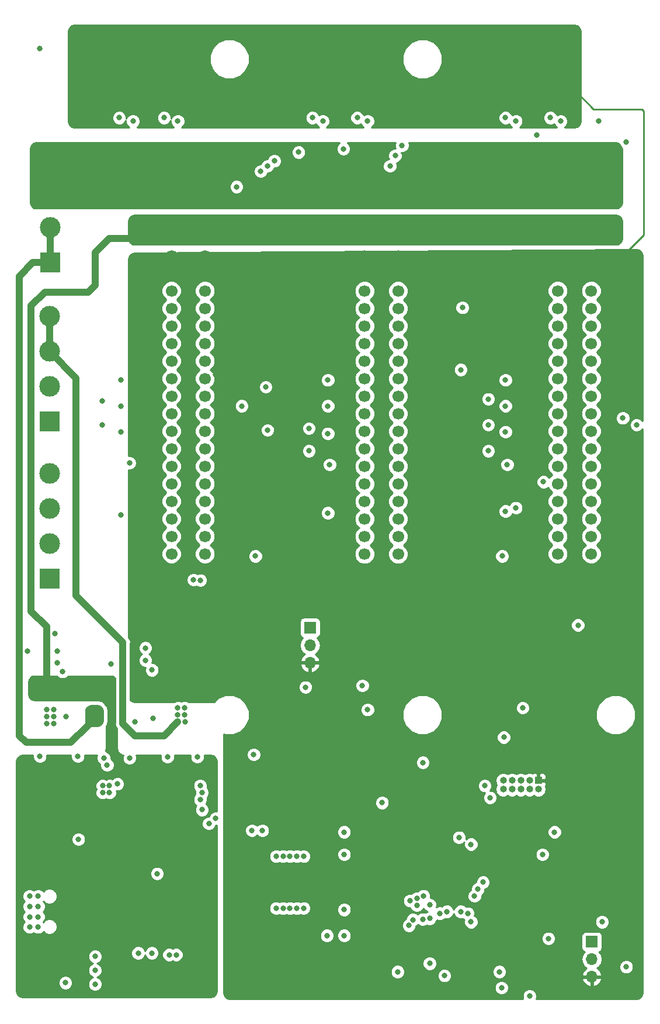
<source format=gbr>
G04 #@! TF.GenerationSoftware,KiCad,Pcbnew,5.0.2-bee76a0~70~ubuntu18.04.1*
G04 #@! TF.CreationDate,2019-10-02T22:03:34-04:00*
G04 #@! TF.ProjectId,Mother Board,4d6f7468-6572-4204-926f-6172642e6b69,rev?*
G04 #@! TF.SameCoordinates,Original*
G04 #@! TF.FileFunction,Copper,L3,Inr*
G04 #@! TF.FilePolarity,Positive*
%FSLAX46Y46*%
G04 Gerber Fmt 4.6, Leading zero omitted, Abs format (unit mm)*
G04 Created by KiCad (PCBNEW 5.0.2-bee76a0~70~ubuntu18.04.1) date Wed 02 Oct 2019 10:03:34 PM EDT*
%MOMM*%
%LPD*%
G01*
G04 APERTURE LIST*
G04 #@! TA.AperFunction,ViaPad*
%ADD10O,1.700000X1.700000*%
G04 #@! TD*
G04 #@! TA.AperFunction,ViaPad*
%ADD11R,1.700000X1.700000*%
G04 #@! TD*
G04 #@! TA.AperFunction,ViaPad*
%ADD12O,1.000000X1.000000*%
G04 #@! TD*
G04 #@! TA.AperFunction,ViaPad*
%ADD13R,1.000000X1.000000*%
G04 #@! TD*
G04 #@! TA.AperFunction,ViaPad*
%ADD14C,1.700000*%
G04 #@! TD*
G04 #@! TA.AperFunction,ViaPad*
%ADD15C,3.000000*%
G04 #@! TD*
G04 #@! TA.AperFunction,ViaPad*
%ADD16R,3.000000X3.000000*%
G04 #@! TD*
G04 #@! TA.AperFunction,ViaPad*
%ADD17C,0.800000*%
G04 #@! TD*
G04 #@! TA.AperFunction,Conductor*
%ADD18C,0.250000*%
G04 #@! TD*
G04 #@! TA.AperFunction,Conductor*
%ADD19C,1.000000*%
G04 #@! TD*
G04 #@! TA.AperFunction,Conductor*
%ADD20C,0.254000*%
G04 #@! TD*
G04 APERTURE END LIST*
D10*
G04 #@! TO.N,+3V3*
G04 #@! TO.C,J5*
X126665000Y-154450001D03*
G04 #@! TO.N,Net-(J5-Pad2)*
X126665000Y-151910001D03*
D11*
G04 #@! TO.N,GND*
X126665000Y-149370001D03*
G04 #@! TD*
D12*
G04 #@! TO.N,NRST*
G04 #@! TO.C,J3*
X154670000Y-172770000D03*
G04 #@! TO.N,GND*
X154670000Y-171500000D03*
G04 #@! TO.N,Net-(J3-Pad8)*
X155940000Y-172770000D03*
G04 #@! TO.N,Net-(J3-Pad7)*
X155940000Y-171500000D03*
G04 #@! TO.N,SWO*
X157210000Y-172770000D03*
G04 #@! TO.N,GND*
X157210000Y-171500000D03*
G04 #@! TO.N,SWCLK*
X158480000Y-172770000D03*
G04 #@! TO.N,GND*
X158480000Y-171500000D03*
G04 #@! TO.N,SWDIO*
X159750000Y-172770000D03*
D13*
G04 #@! TO.N,+3V3*
X159750000Y-171500000D03*
G04 #@! TD*
D10*
G04 #@! TO.N,+3V3*
G04 #@! TO.C,J6*
X167500000Y-199950001D03*
G04 #@! TO.N,Net-(J6-Pad2)*
X167500000Y-197410001D03*
D11*
G04 #@! TO.N,GND*
X167500000Y-194870001D03*
G04 #@! TD*
D14*
G04 #@! TO.N,GND*
G04 #@! TO.C,CARD0*
X167425700Y-138670000D03*
X167425700Y-136130000D03*
G04 #@! TO.N,CARD0_SENSE_NEG*
X167425700Y-133590000D03*
G04 #@! TO.N,CARD0_GPIO1*
X167425700Y-131050000D03*
G04 #@! TO.N,CARD0_GPIO0*
X167425700Y-128510000D03*
G04 #@! TO.N,CARD0_TIM9_CH1*
X167425700Y-125970000D03*
G04 #@! TO.N,CARD0_TIM2_CH1*
X167425700Y-123430000D03*
G04 #@! TO.N,CARD0_TIM3_CH1*
X167425700Y-120890000D03*
G04 #@! TO.N,CARD0_TIM1_CH1N*
X167425700Y-118350000D03*
G04 #@! TO.N,CARD0_TIM1_CH1*
X167425700Y-115810000D03*
G04 #@! TO.N,CARD0_CS*
X167425700Y-113270000D03*
G04 #@! TO.N,GND*
X162574300Y-138670000D03*
X162574300Y-136130000D03*
G04 #@! TO.N,/CARD0_SENSE_POS*
X162574300Y-133590000D03*
G04 #@! TO.N,USART1_RTS*
X162574300Y-131050000D03*
G04 #@! TO.N,USART1_CTS*
X162574300Y-128510000D03*
G04 #@! TO.N,USART1_RX*
X162574300Y-125970000D03*
G04 #@! TO.N,USART1_TX*
X162574300Y-123430000D03*
G04 #@! TO.N,CARD0_STATUS*
X162574300Y-120890000D03*
G04 #@! TO.N,CARD0_ENABLE*
X162574300Y-118350000D03*
G04 #@! TO.N,/CARD0_ADD2*
X162574300Y-115810000D03*
G04 #@! TO.N,/CARD0_ADD1*
X162574300Y-113270000D03*
G04 #@! TO.N,+24V*
X162574300Y-85330000D03*
X162574300Y-87870000D03*
G04 #@! TO.N,+5V*
X162574300Y-90410000D03*
X162574300Y-92950000D03*
G04 #@! TO.N,+3V3*
X162574300Y-95490000D03*
X162574300Y-98030000D03*
G04 #@! TO.N,GND*
X162574300Y-100570000D03*
X162574300Y-103110000D03*
G04 #@! TO.N,I2C1_SDA*
X162574300Y-105650000D03*
G04 #@! TO.N,I2C1_SCL*
X162574300Y-108190000D03*
G04 #@! TO.N,+24V*
X167425700Y-85330000D03*
X167425700Y-87870000D03*
G04 #@! TO.N,+5V*
X167425700Y-90410000D03*
X167425700Y-92950000D03*
G04 #@! TO.N,+3V3*
X167425700Y-95490000D03*
X167425700Y-98030000D03*
G04 #@! TO.N,GND*
X167425700Y-100570000D03*
X167425700Y-103110000D03*
G04 #@! TO.N,SPI3_SCK*
X167425700Y-105650000D03*
G04 #@! TO.N,SPI3_MISO*
X167425700Y-108190000D03*
G04 #@! TO.N,/CARD0_ADD0*
X162574300Y-110730000D03*
G04 #@! TO.N,SPI3_MOSI*
X167425700Y-110730000D03*
G04 #@! TD*
G04 #@! TO.N,GND*
G04 #@! TO.C,CARD1*
X139425700Y-138700227D03*
X139425700Y-136160227D03*
G04 #@! TO.N,CARD1_SENSE_NEG*
X139425700Y-133620227D03*
G04 #@! TO.N,CARD1_GPIO1*
X139425700Y-131080227D03*
G04 #@! TO.N,CARD1_GPIO0*
X139425700Y-128540227D03*
G04 #@! TO.N,CARD1_TIM9_CH2*
X139425700Y-126000227D03*
G04 #@! TO.N,CARD1_TIM2_CH2*
X139425700Y-123460227D03*
G04 #@! TO.N,CARD1_TIM3_CH2*
X139425700Y-120920227D03*
G04 #@! TO.N,CARD1_TIM1_CH2N*
X139425700Y-118380227D03*
G04 #@! TO.N,CARD1_TIM1_CH2*
X139425700Y-115840227D03*
G04 #@! TO.N,CARD1_CS*
X139425700Y-113300227D03*
G04 #@! TO.N,GND*
X134574300Y-138700227D03*
X134574300Y-136160227D03*
G04 #@! TO.N,/CARD1_SENSE_POS*
X134574300Y-133620227D03*
G04 #@! TO.N,USART2_RTS*
X134574300Y-131080227D03*
G04 #@! TO.N,USART2_CTS*
X134574300Y-128540227D03*
G04 #@! TO.N,USART2_RX*
X134574300Y-126000227D03*
G04 #@! TO.N,USART2_TX*
X134574300Y-123460227D03*
G04 #@! TO.N,CARD1_STATUS*
X134574300Y-120920227D03*
G04 #@! TO.N,CARD1_ENABLE*
X134574300Y-118380227D03*
G04 #@! TO.N,/CARD1_ADD2*
X134574300Y-115840227D03*
G04 #@! TO.N,/CARD1_ADD1*
X134574300Y-113300227D03*
G04 #@! TO.N,+24V*
X134574300Y-85360227D03*
X134574300Y-87900227D03*
G04 #@! TO.N,+5V*
X134574300Y-90440227D03*
X134574300Y-92980227D03*
G04 #@! TO.N,+3V3*
X134574300Y-95520227D03*
X134574300Y-98060227D03*
G04 #@! TO.N,GND*
X134574300Y-100600227D03*
X134574300Y-103140227D03*
G04 #@! TO.N,I2C1_SDA*
X134574300Y-105680227D03*
G04 #@! TO.N,I2C1_SCL*
X134574300Y-108220227D03*
G04 #@! TO.N,+24V*
X139425700Y-85360227D03*
X139425700Y-87900227D03*
G04 #@! TO.N,+5V*
X139425700Y-90440227D03*
X139425700Y-92980227D03*
G04 #@! TO.N,+3V3*
X139425700Y-95520227D03*
X139425700Y-98060227D03*
G04 #@! TO.N,GND*
X139425700Y-100600227D03*
X139425700Y-103140227D03*
G04 #@! TO.N,SPI3_SCK*
X139425700Y-105680227D03*
G04 #@! TO.N,SPI3_MISO*
X139425700Y-108220227D03*
G04 #@! TO.N,/CARD1_ADD0*
X134574300Y-110760227D03*
G04 #@! TO.N,SPI3_MOSI*
X139425700Y-110760227D03*
G04 #@! TD*
G04 #@! TO.N,GND*
G04 #@! TO.C,CARD4*
X111425700Y-138670000D03*
X111425700Y-136130000D03*
G04 #@! TO.N,CARD4_SENSE_NEG*
X111425700Y-133590000D03*
G04 #@! TO.N,CARD4_GPIO1*
X111425700Y-131050000D03*
G04 #@! TO.N,CARD4_GPIO0*
X111425700Y-128510000D03*
G04 #@! TO.N,CARD4_TIM12_CH2*
X111425700Y-125970000D03*
G04 #@! TO.N,CARD4_TIM4_CH1*
X111425700Y-123430000D03*
G04 #@! TO.N,CARD4_TIM5_CH1*
X111425700Y-120890000D03*
G04 #@! TO.N,CARD4_TIM8_CH1N*
X111425700Y-118350000D03*
G04 #@! TO.N,CARD4_TIM8_CH1*
X111425700Y-115810000D03*
G04 #@! TO.N,CARD4_CS*
X111425700Y-113270000D03*
G04 #@! TO.N,GND*
X106574300Y-138670000D03*
X106574300Y-136130000D03*
G04 #@! TO.N,/CARD4_SENSE_POS*
X106574300Y-133590000D03*
G04 #@! TO.N,CARD4_GPIO2*
X106574300Y-131050000D03*
G04 #@! TO.N,CARD4_GPIO3*
X106574300Y-128510000D03*
G04 #@! TO.N,CARD4_GPIO4*
X106574300Y-125970000D03*
G04 #@! TO.N,CARD4_GPIO5*
X106574300Y-123430000D03*
G04 #@! TO.N,CARD4_STATUS*
X106574300Y-120890000D03*
G04 #@! TO.N,CARD4_ENABLE*
X106574300Y-118350000D03*
G04 #@! TO.N,/CARD4_ADD2*
X106574300Y-115810000D03*
G04 #@! TO.N,/CARD4_ADD1*
X106574300Y-113270000D03*
G04 #@! TO.N,+24V*
X106574300Y-85330000D03*
X106574300Y-87870000D03*
G04 #@! TO.N,+5V*
X106574300Y-90410000D03*
X106574300Y-92950000D03*
G04 #@! TO.N,+3V3*
X106574300Y-95490000D03*
X106574300Y-98030000D03*
G04 #@! TO.N,GND*
X106574300Y-100570000D03*
X106574300Y-103110000D03*
G04 #@! TO.N,I2C1_SDA*
X106574300Y-105650000D03*
G04 #@! TO.N,I2C1_SCL*
X106574300Y-108190000D03*
G04 #@! TO.N,+24V*
X111425700Y-85330000D03*
X111425700Y-87870000D03*
G04 #@! TO.N,+5V*
X111425700Y-90410000D03*
X111425700Y-92950000D03*
G04 #@! TO.N,+3V3*
X111425700Y-95490000D03*
X111425700Y-98030000D03*
G04 #@! TO.N,GND*
X111425700Y-100570000D03*
X111425700Y-103110000D03*
G04 #@! TO.N,SPI3_SCK*
X111425700Y-105650000D03*
G04 #@! TO.N,SPI3_MISO*
X111425700Y-108190000D03*
G04 #@! TO.N,/CARD4_ADD0*
X106574300Y-110730000D03*
G04 #@! TO.N,SPI3_MOSI*
X111425700Y-110730000D03*
G04 #@! TD*
D15*
G04 #@! TO.N,3V3_EXT*
G04 #@! TO.C,J4*
X88900000Y-104260000D03*
D16*
G04 #@! TO.N,GND*
X88900000Y-119500000D03*
D15*
G04 #@! TO.N,3V3_EXT*
X88900000Y-109340000D03*
G04 #@! TO.N,GND*
X88900000Y-114420000D03*
G04 #@! TD*
G04 #@! TO.N,GND*
G04 #@! TO.C,J7*
X88900000Y-127000000D03*
D16*
X88900000Y-142240000D03*
D15*
X88900000Y-132080000D03*
X88900000Y-137160000D03*
G04 #@! TD*
G04 #@! TO.N,+24V*
G04 #@! TO.C,J1*
X89000000Y-81260000D03*
D16*
G04 #@! TO.N,5V_EXT*
X89000000Y-96500000D03*
D15*
G04 #@! TO.N,+24V*
X89000000Y-86340000D03*
G04 #@! TO.N,5V_EXT*
X89000000Y-91420000D03*
G04 #@! TD*
D17*
G04 #@! TO.N,GND*
X86000000Y-188250000D03*
X86000000Y-189750000D03*
X86000000Y-191250000D03*
X86000000Y-192750000D03*
X87250000Y-192750000D03*
X87250000Y-191250000D03*
X87250000Y-189750000D03*
X87250000Y-188250000D03*
X104500000Y-185000000D03*
X106250000Y-196750000D03*
X107250000Y-196750000D03*
X95500000Y-197000000D03*
X131611874Y-190220912D03*
X131611874Y-193970912D03*
X131611874Y-182220912D03*
X131611874Y-178970912D03*
X137111874Y-174720912D03*
X162111874Y-178970912D03*
X154111874Y-199220912D03*
X139361874Y-199220912D03*
X160361874Y-182220912D03*
X129111874Y-193970912D03*
X97589790Y-173275693D03*
X96589790Y-173275693D03*
X97589790Y-172275693D03*
X96589790Y-172275693D03*
X93089790Y-180025693D03*
X103750000Y-155500000D03*
X103899062Y-162479212D03*
X106000000Y-168100000D03*
X102800000Y-154100000D03*
X102800000Y-152300000D03*
X90750000Y-155750000D03*
X91250000Y-162250000D03*
X87500000Y-168000000D03*
X93000000Y-168000000D03*
X96750000Y-168250000D03*
X90000000Y-152750000D03*
X90000000Y-154500000D03*
X116750000Y-117250000D03*
X85700010Y-152750000D03*
X97799990Y-154630119D03*
X100500000Y-168250000D03*
X89700010Y-150250000D03*
X101762207Y-196510610D03*
X95500000Y-199000000D03*
X95500000Y-201000000D03*
X103739990Y-196500000D03*
X121750000Y-182500000D03*
X122750000Y-182500000D03*
X123750000Y-182500000D03*
X124750000Y-182500000D03*
X125750000Y-182500000D03*
X121750000Y-190000000D03*
X122750000Y-190000000D03*
X123750000Y-190000000D03*
X124750000Y-190000000D03*
X125750000Y-190000000D03*
X152500000Y-116250000D03*
X152500000Y-120000000D03*
X152500000Y-123750000D03*
X96500000Y-116500000D03*
X96500000Y-120000000D03*
X126500000Y-120500000D03*
X126500000Y-123750000D03*
X154436500Y-201524990D03*
X154750000Y-165250000D03*
X110325043Y-168100000D03*
X156500000Y-76000000D03*
X155000000Y-75500000D03*
X161500000Y-75500000D03*
X163000000Y-76000000D03*
X135000000Y-76000000D03*
X128500000Y-76000000D03*
X107500000Y-76000000D03*
X101000000Y-76000000D03*
X133500000Y-75500000D03*
X127000000Y-75500000D03*
X105500000Y-75500000D03*
X99000000Y-75500000D03*
X154500000Y-139000000D03*
X157487340Y-160987340D03*
X126000000Y-158000000D03*
X172500000Y-198500000D03*
X168500000Y-76000000D03*
X87500000Y-65500000D03*
X91200000Y-200800000D03*
G04 #@! TO.N,+3V3*
X140861874Y-199220912D03*
X133611874Y-171970912D03*
X131611874Y-188470912D03*
X131611874Y-192220912D03*
X131611874Y-184220912D03*
X131611874Y-180720912D03*
X134861874Y-175720912D03*
X162111874Y-176970912D03*
X152361874Y-199220912D03*
X133611874Y-169970912D03*
X129111874Y-192220912D03*
X107500000Y-157750000D03*
X108500000Y-157750000D03*
X107500000Y-158750000D03*
X108500000Y-158750000D03*
X107500000Y-156750000D03*
X108500000Y-156750000D03*
X101250000Y-158750000D03*
X102250000Y-156750000D03*
X101250000Y-157750000D03*
X102250000Y-158750000D03*
X102250000Y-157750000D03*
X101250000Y-156750000D03*
X121250000Y-113750000D03*
X122250000Y-114750000D03*
X121000000Y-115750000D03*
X115250000Y-186750000D03*
X152500000Y-135500000D03*
X101250000Y-123750000D03*
X101250000Y-135500000D03*
X126500000Y-117500000D03*
X126500000Y-135500000D03*
X162000000Y-165750000D03*
X157500000Y-66000000D03*
X151000000Y-66000000D03*
X129500000Y-66000000D03*
X123000000Y-66000000D03*
X101500000Y-66000000D03*
X95000000Y-66000000D03*
X170500000Y-174500000D03*
X153750000Y-129250000D03*
X128000000Y-129250000D03*
X124250000Y-125000000D03*
X113000000Y-112750000D03*
X101250000Y-127500000D03*
G04 #@! TO.N,+5V*
X94750000Y-159000000D03*
X95750000Y-157000000D03*
X94750000Y-158000000D03*
X95750000Y-159000000D03*
X89500000Y-159000000D03*
X88500000Y-159000000D03*
X88500000Y-158000000D03*
X88500000Y-157000000D03*
X89500000Y-157000000D03*
X89500000Y-158000000D03*
X95750000Y-158000000D03*
X94750000Y-157000000D03*
X107000000Y-201250000D03*
X98000000Y-199750000D03*
X98000000Y-202000000D03*
G04 #@! TO.N,NRST*
X150000000Y-180750000D03*
G04 #@! TO.N,SWCLK*
X152750000Y-174000000D03*
G04 #@! TO.N,Net-(R7-Pad1)*
X158500000Y-202750000D03*
X146141037Y-199774990D03*
G04 #@! TO.N,/CARD0_ADD0*
X155000000Y-113500000D03*
G04 #@! TO.N,/CARD0_ADD1*
X155000000Y-117250000D03*
G04 #@! TO.N,/CARD0_ADD2*
X155000000Y-121000000D03*
G04 #@! TO.N,CARD0_CS*
X148250000Y-179750000D03*
X155250000Y-125750000D03*
G04 #@! TO.N,/CARD1_ADD0*
X129250000Y-113500000D03*
G04 #@! TO.N,/CARD1_ADD1*
X129250000Y-117250000D03*
G04 #@! TO.N,/CARD1_ADD2*
X129250000Y-121250000D03*
G04 #@! TO.N,CARD0_ENABLE*
X172000000Y-119000000D03*
X172500000Y-79000000D03*
G04 #@! TO.N,CARD0_STATUS*
X174000000Y-120000000D03*
X159500000Y-78000000D03*
G04 #@! TO.N,CARD1_ENABLE*
X138250000Y-82500000D03*
X125000000Y-80500000D03*
G04 #@! TO.N,CARD1_STATUS*
X139000000Y-81000000D03*
X131500000Y-80000000D03*
G04 #@! TO.N,CARD1_CS*
X140000000Y-79500000D03*
X129500000Y-125750000D03*
G04 #@! TO.N,CARD0_TIM1_CH1*
X149512660Y-190762660D03*
G04 #@! TO.N,CARD0_GPIO1*
X151000000Y-187250000D03*
G04 #@! TO.N,CARD1_GPIO1*
X141143118Y-188929938D03*
X135000000Y-161250000D03*
G04 #@! TO.N,CARD4_GPIO4*
X111000000Y-173250000D03*
G04 #@! TO.N,CARD4_GPIO2*
X111000000Y-175750000D03*
G04 #@! TO.N,CARD4_GPIO1*
X113000000Y-177000000D03*
X110765472Y-142501085D03*
G04 #@! TO.N,CARD4_CS*
X121500000Y-81750000D03*
X100500000Y-125500000D03*
G04 #@! TO.N,CARD4_GPIO5*
X110750000Y-172250000D03*
G04 #@! TO.N,CARD4_STATUS*
X120500000Y-82500000D03*
G04 #@! TO.N,CARD4_ENABLE*
X119500000Y-83250000D03*
G04 #@! TO.N,/CARD4_ADD2*
X99250000Y-121000000D03*
G04 #@! TO.N,/CARD4_ADD1*
X99250000Y-117250000D03*
G04 #@! TO.N,/CARD4_ADD0*
X99250000Y-113500000D03*
G04 #@! TO.N,CARD0_TIM2_CH1*
X165500000Y-149000000D03*
X152000000Y-172250000D03*
G04 #@! TO.N,CARD1_TIM2_CH2*
X142146716Y-189574979D03*
G04 #@! TO.N,CARD0_SENSE_NEG*
X156500000Y-132000000D03*
X160500000Y-128250000D03*
G04 #@! TO.N,CARD0_GPIO0*
X151750000Y-186250000D03*
G04 #@! TO.N,CARD0_TIM1_CH1N*
X148500000Y-190500000D03*
G04 #@! TO.N,CARD0_TIM9_CH1*
X150500000Y-188250000D03*
G04 #@! TO.N,CARD0_TIM3_CH1*
X144005279Y-191499426D03*
G04 #@! TO.N,/CARD0_SENSE_POS*
X155000000Y-132500000D03*
G04 #@! TO.N,/CARD1_SENSE_POS*
X129250000Y-132750000D03*
G04 #@! TO.N,CARD1_TIM1_CH2*
X146500000Y-190500000D03*
G04 #@! TO.N,CARD1_TIM3_CH2*
X143011128Y-191607535D03*
G04 #@! TO.N,CARD1_TIM9_CH2*
X143073152Y-188222440D03*
X144000000Y-189500000D03*
X141000000Y-192500000D03*
G04 #@! TO.N,CARD1_TIM1_CH2N*
X145500000Y-190750000D03*
G04 #@! TO.N,CARD1_GPIO0*
X142137354Y-188575011D03*
X134250000Y-157750000D03*
G04 #@! TO.N,CARD4_SENSE_NEG*
X148500000Y-112000000D03*
X148750000Y-103000000D03*
X116000000Y-85500000D03*
G04 #@! TO.N,CARD4_GPIO0*
X112000000Y-177750000D03*
X109767912Y-142431101D03*
G04 #@! TO.N,CARD4_TIM4_CH1*
X118750000Y-139000000D03*
X143024990Y-168908335D03*
G04 #@! TO.N,CARD4_TIM8_CH1N*
X141561117Y-191672248D03*
G04 #@! TO.N,CARD4_TIM5_CH1*
X119750000Y-178750000D03*
G04 #@! TO.N,CARD4_TIM8_CH1*
X161225010Y-194406759D03*
G04 #@! TO.N,CARD4_GPIO3*
X110750000Y-174250000D03*
G04 #@! TO.N,/CARD4_SENSE_POS*
X99250000Y-133000000D03*
G04 #@! TO.N,5V_EXT*
X94750000Y-161250000D03*
X94750000Y-162250000D03*
X95750000Y-162250000D03*
X95850000Y-163250000D03*
X95750000Y-161250000D03*
X94750000Y-163250000D03*
G04 #@! TO.N,3V3_EXT*
X107500000Y-161000000D03*
X108500000Y-161000000D03*
X108500000Y-162000000D03*
X107500000Y-162000000D03*
X108600000Y-163000000D03*
X107500000Y-163000000D03*
G04 #@! TO.N,/USB_VBUS*
X89500000Y-163250000D03*
X89500000Y-162250000D03*
X88500000Y-161250000D03*
X88500000Y-162250000D03*
X89500000Y-161250000D03*
X88500000Y-163250000D03*
G04 #@! TO.N,SPI_FLASH_CS*
X118250000Y-178750000D03*
X118500000Y-167750000D03*
X120500000Y-120750000D03*
X120250000Y-114500000D03*
G04 #@! TO.N,CARD4_TIM12_CH2*
X150000000Y-192000000D03*
G04 #@! TO.N,/3v3_REG_OUT*
X101250000Y-163000000D03*
G04 #@! TO.N,3v3_REG_EN*
X98750000Y-172000000D03*
X97250000Y-169250000D03*
G04 #@! TO.N,MICRO_STATUS*
X144000000Y-198000000D03*
X169000000Y-192000000D03*
G04 #@! TD*
D18*
G04 #@! TO.N,+3V3*
X157500000Y-69500000D02*
X157500000Y-66000000D01*
X159500000Y-71500000D02*
X157500000Y-69500000D01*
X175000000Y-74500000D02*
X174774999Y-74274999D01*
X167425700Y-95490000D02*
X171990000Y-95490000D01*
X165000000Y-71500000D02*
X159500000Y-71500000D01*
X175000000Y-92480000D02*
X175000000Y-74500000D01*
X171990000Y-95490000D02*
X175000000Y-92480000D01*
X167774999Y-74274999D02*
X165000000Y-71500000D01*
X174774999Y-74274999D02*
X167774999Y-74274999D01*
D19*
G04 #@! TO.N,+5V*
X106574300Y-92950000D02*
X100800000Y-92950000D01*
X93000000Y-100750000D02*
X88250000Y-100750000D01*
X88250000Y-100750000D02*
X86250000Y-102750000D01*
X86250000Y-102750000D02*
X86250000Y-147000000D01*
X86250000Y-147000000D02*
X88500000Y-149250000D01*
X88500000Y-149250000D02*
X88500000Y-157000000D01*
X100800000Y-92950000D02*
X97550000Y-92950000D01*
X97550000Y-92950000D02*
X95500000Y-95000000D01*
X95500000Y-95000000D02*
X95500000Y-99750000D01*
X94500000Y-100750000D02*
X93000000Y-100750000D01*
X95500000Y-99750000D02*
X94500000Y-100750000D01*
G04 #@! TO.N,5V_EXT*
X89000000Y-91420000D02*
X89000000Y-96500000D01*
X92000000Y-166000000D02*
X94350001Y-163649999D01*
X85500000Y-166000000D02*
X92000000Y-166000000D01*
X94350001Y-163649999D02*
X94750000Y-163250000D01*
X84500000Y-165000000D02*
X85500000Y-166000000D01*
X84500000Y-98500000D02*
X84500000Y-165000000D01*
X86500000Y-96500000D02*
X84500000Y-98500000D01*
X89000000Y-96500000D02*
X86500000Y-96500000D01*
G04 #@! TO.N,3V3_EXT*
X88900000Y-104260000D02*
X88900000Y-109340000D01*
X92750000Y-113190000D02*
X88900000Y-109340000D01*
X105500000Y-165000000D02*
X101250000Y-165000000D01*
X101250000Y-165000000D02*
X99500000Y-163250000D01*
X107500000Y-163000000D02*
X105500000Y-165000000D01*
X99500000Y-163250000D02*
X99500000Y-151500000D01*
X99500000Y-151500000D02*
X92750000Y-144750000D01*
X92750000Y-144750000D02*
X92750000Y-113190000D01*
G04 #@! TD*
D20*
G04 #@! TO.N,+24V*
G36*
X130622569Y-79413720D02*
X130465000Y-79794126D01*
X130465000Y-80205874D01*
X130622569Y-80586280D01*
X130913720Y-80877431D01*
X131294126Y-81035000D01*
X131705874Y-81035000D01*
X132086280Y-80877431D01*
X132377431Y-80586280D01*
X132535000Y-80205874D01*
X132535000Y-79794126D01*
X132377431Y-79413720D01*
X132090711Y-79127000D01*
X139034226Y-79127000D01*
X138965000Y-79294126D01*
X138965000Y-79705874D01*
X139072333Y-79965000D01*
X138794126Y-79965000D01*
X138413720Y-80122569D01*
X138122569Y-80413720D01*
X137965000Y-80794126D01*
X137965000Y-81205874D01*
X138072333Y-81465000D01*
X138044126Y-81465000D01*
X137663720Y-81622569D01*
X137372569Y-81913720D01*
X137215000Y-82294126D01*
X137215000Y-82705874D01*
X137372569Y-83086280D01*
X137663720Y-83377431D01*
X138044126Y-83535000D01*
X138455874Y-83535000D01*
X138836280Y-83377431D01*
X139127431Y-83086280D01*
X139285000Y-82705874D01*
X139285000Y-82294126D01*
X139177667Y-82035000D01*
X139205874Y-82035000D01*
X139586280Y-81877431D01*
X139877431Y-81586280D01*
X140035000Y-81205874D01*
X140035000Y-80794126D01*
X139927667Y-80535000D01*
X140205874Y-80535000D01*
X140586280Y-80377431D01*
X140877431Y-80086280D01*
X141035000Y-79705874D01*
X141035000Y-79294126D01*
X140965774Y-79127000D01*
X170987491Y-79127000D01*
X171333130Y-79195752D01*
X171509667Y-79313710D01*
X171622569Y-79586280D01*
X171829349Y-79793060D01*
X171873000Y-80012509D01*
X171873000Y-87737491D01*
X171804248Y-88083130D01*
X171615545Y-88365545D01*
X171333130Y-88554248D01*
X170987491Y-88623000D01*
X87012509Y-88623000D01*
X86666870Y-88554248D01*
X86384455Y-88365545D01*
X86195752Y-88083130D01*
X86127000Y-87737491D01*
X86127000Y-85294126D01*
X114965000Y-85294126D01*
X114965000Y-85705874D01*
X115122569Y-86086280D01*
X115413720Y-86377431D01*
X115794126Y-86535000D01*
X116205874Y-86535000D01*
X116586280Y-86377431D01*
X116877431Y-86086280D01*
X117035000Y-85705874D01*
X117035000Y-85294126D01*
X116877431Y-84913720D01*
X116586280Y-84622569D01*
X116205874Y-84465000D01*
X115794126Y-84465000D01*
X115413720Y-84622569D01*
X115122569Y-84913720D01*
X114965000Y-85294126D01*
X86127000Y-85294126D01*
X86127000Y-83044126D01*
X118465000Y-83044126D01*
X118465000Y-83455874D01*
X118622569Y-83836280D01*
X118913720Y-84127431D01*
X119294126Y-84285000D01*
X119705874Y-84285000D01*
X120086280Y-84127431D01*
X120377431Y-83836280D01*
X120502225Y-83535000D01*
X120705874Y-83535000D01*
X121086280Y-83377431D01*
X121377431Y-83086280D01*
X121502225Y-82785000D01*
X121705874Y-82785000D01*
X122086280Y-82627431D01*
X122377431Y-82336280D01*
X122535000Y-81955874D01*
X122535000Y-81544126D01*
X122377431Y-81163720D01*
X122086280Y-80872569D01*
X121705874Y-80715000D01*
X121294126Y-80715000D01*
X120913720Y-80872569D01*
X120622569Y-81163720D01*
X120497775Y-81465000D01*
X120294126Y-81465000D01*
X119913720Y-81622569D01*
X119622569Y-81913720D01*
X119497775Y-82215000D01*
X119294126Y-82215000D01*
X118913720Y-82372569D01*
X118622569Y-82663720D01*
X118465000Y-83044126D01*
X86127000Y-83044126D01*
X86127000Y-80294126D01*
X123965000Y-80294126D01*
X123965000Y-80705874D01*
X124122569Y-81086280D01*
X124413720Y-81377431D01*
X124794126Y-81535000D01*
X125205874Y-81535000D01*
X125586280Y-81377431D01*
X125877431Y-81086280D01*
X126035000Y-80705874D01*
X126035000Y-80294126D01*
X125877431Y-79913720D01*
X125586280Y-79622569D01*
X125205874Y-79465000D01*
X124794126Y-79465000D01*
X124413720Y-79622569D01*
X124122569Y-79913720D01*
X123965000Y-80294126D01*
X86127000Y-80294126D01*
X86127000Y-80012509D01*
X86195752Y-79666870D01*
X86384455Y-79384455D01*
X86666870Y-79195752D01*
X87012509Y-79127000D01*
X130909289Y-79127000D01*
X130622569Y-79413720D01*
X130622569Y-79413720D01*
G37*
X130622569Y-79413720D02*
X130465000Y-79794126D01*
X130465000Y-80205874D01*
X130622569Y-80586280D01*
X130913720Y-80877431D01*
X131294126Y-81035000D01*
X131705874Y-81035000D01*
X132086280Y-80877431D01*
X132377431Y-80586280D01*
X132535000Y-80205874D01*
X132535000Y-79794126D01*
X132377431Y-79413720D01*
X132090711Y-79127000D01*
X139034226Y-79127000D01*
X138965000Y-79294126D01*
X138965000Y-79705874D01*
X139072333Y-79965000D01*
X138794126Y-79965000D01*
X138413720Y-80122569D01*
X138122569Y-80413720D01*
X137965000Y-80794126D01*
X137965000Y-81205874D01*
X138072333Y-81465000D01*
X138044126Y-81465000D01*
X137663720Y-81622569D01*
X137372569Y-81913720D01*
X137215000Y-82294126D01*
X137215000Y-82705874D01*
X137372569Y-83086280D01*
X137663720Y-83377431D01*
X138044126Y-83535000D01*
X138455874Y-83535000D01*
X138836280Y-83377431D01*
X139127431Y-83086280D01*
X139285000Y-82705874D01*
X139285000Y-82294126D01*
X139177667Y-82035000D01*
X139205874Y-82035000D01*
X139586280Y-81877431D01*
X139877431Y-81586280D01*
X140035000Y-81205874D01*
X140035000Y-80794126D01*
X139927667Y-80535000D01*
X140205874Y-80535000D01*
X140586280Y-80377431D01*
X140877431Y-80086280D01*
X141035000Y-79705874D01*
X141035000Y-79294126D01*
X140965774Y-79127000D01*
X170987491Y-79127000D01*
X171333130Y-79195752D01*
X171509667Y-79313710D01*
X171622569Y-79586280D01*
X171829349Y-79793060D01*
X171873000Y-80012509D01*
X171873000Y-87737491D01*
X171804248Y-88083130D01*
X171615545Y-88365545D01*
X171333130Y-88554248D01*
X170987491Y-88623000D01*
X87012509Y-88623000D01*
X86666870Y-88554248D01*
X86384455Y-88365545D01*
X86195752Y-88083130D01*
X86127000Y-87737491D01*
X86127000Y-85294126D01*
X114965000Y-85294126D01*
X114965000Y-85705874D01*
X115122569Y-86086280D01*
X115413720Y-86377431D01*
X115794126Y-86535000D01*
X116205874Y-86535000D01*
X116586280Y-86377431D01*
X116877431Y-86086280D01*
X117035000Y-85705874D01*
X117035000Y-85294126D01*
X116877431Y-84913720D01*
X116586280Y-84622569D01*
X116205874Y-84465000D01*
X115794126Y-84465000D01*
X115413720Y-84622569D01*
X115122569Y-84913720D01*
X114965000Y-85294126D01*
X86127000Y-85294126D01*
X86127000Y-83044126D01*
X118465000Y-83044126D01*
X118465000Y-83455874D01*
X118622569Y-83836280D01*
X118913720Y-84127431D01*
X119294126Y-84285000D01*
X119705874Y-84285000D01*
X120086280Y-84127431D01*
X120377431Y-83836280D01*
X120502225Y-83535000D01*
X120705874Y-83535000D01*
X121086280Y-83377431D01*
X121377431Y-83086280D01*
X121502225Y-82785000D01*
X121705874Y-82785000D01*
X122086280Y-82627431D01*
X122377431Y-82336280D01*
X122535000Y-81955874D01*
X122535000Y-81544126D01*
X122377431Y-81163720D01*
X122086280Y-80872569D01*
X121705874Y-80715000D01*
X121294126Y-80715000D01*
X120913720Y-80872569D01*
X120622569Y-81163720D01*
X120497775Y-81465000D01*
X120294126Y-81465000D01*
X119913720Y-81622569D01*
X119622569Y-81913720D01*
X119497775Y-82215000D01*
X119294126Y-82215000D01*
X118913720Y-82372569D01*
X118622569Y-82663720D01*
X118465000Y-83044126D01*
X86127000Y-83044126D01*
X86127000Y-80294126D01*
X123965000Y-80294126D01*
X123965000Y-80705874D01*
X124122569Y-81086280D01*
X124413720Y-81377431D01*
X124794126Y-81535000D01*
X125205874Y-81535000D01*
X125586280Y-81377431D01*
X125877431Y-81086280D01*
X126035000Y-80705874D01*
X126035000Y-80294126D01*
X125877431Y-79913720D01*
X125586280Y-79622569D01*
X125205874Y-79465000D01*
X124794126Y-79465000D01*
X124413720Y-79622569D01*
X124122569Y-79913720D01*
X123965000Y-80294126D01*
X86127000Y-80294126D01*
X86127000Y-80012509D01*
X86195752Y-79666870D01*
X86384455Y-79384455D01*
X86666870Y-79195752D01*
X87012509Y-79127000D01*
X130909289Y-79127000D01*
X130622569Y-79413720D01*
G04 #@! TO.N,+3V3*
G36*
X174329084Y-94700823D02*
X174613468Y-94889127D01*
X174803669Y-95172244D01*
X174873000Y-95519274D01*
X174873000Y-119409289D01*
X174586280Y-119122569D01*
X174205874Y-118965000D01*
X173794126Y-118965000D01*
X173413720Y-119122569D01*
X173122569Y-119413720D01*
X172965000Y-119794126D01*
X172965000Y-120205874D01*
X173122569Y-120586280D01*
X173413720Y-120877431D01*
X173794126Y-121035000D01*
X174205874Y-121035000D01*
X174586280Y-120877431D01*
X174873000Y-120590711D01*
X174873000Y-202237491D01*
X174804248Y-202583130D01*
X174615545Y-202865545D01*
X174333130Y-203054248D01*
X173987491Y-203123000D01*
X159465774Y-203123000D01*
X159535000Y-202955874D01*
X159535000Y-202544126D01*
X159377431Y-202163720D01*
X159086280Y-201872569D01*
X158705874Y-201715000D01*
X158294126Y-201715000D01*
X157913720Y-201872569D01*
X157622569Y-202163720D01*
X157465000Y-202544126D01*
X157465000Y-202955874D01*
X157534226Y-203123000D01*
X115012509Y-203123000D01*
X114666870Y-203054248D01*
X114384455Y-202865545D01*
X114195752Y-202583130D01*
X114127000Y-202237491D01*
X114127000Y-201319116D01*
X153401500Y-201319116D01*
X153401500Y-201730864D01*
X153559069Y-202111270D01*
X153850220Y-202402421D01*
X154230626Y-202559990D01*
X154642374Y-202559990D01*
X155022780Y-202402421D01*
X155313931Y-202111270D01*
X155471500Y-201730864D01*
X155471500Y-201319116D01*
X155313931Y-200938710D01*
X155022780Y-200647559D01*
X154642374Y-200489990D01*
X154230626Y-200489990D01*
X153850220Y-200647559D01*
X153559069Y-200938710D01*
X153401500Y-201319116D01*
X114127000Y-201319116D01*
X114127000Y-199015038D01*
X138326874Y-199015038D01*
X138326874Y-199426786D01*
X138484443Y-199807192D01*
X138775594Y-200098343D01*
X139156000Y-200255912D01*
X139567748Y-200255912D01*
X139948154Y-200098343D01*
X140239305Y-199807192D01*
X140337919Y-199569116D01*
X145106037Y-199569116D01*
X145106037Y-199980864D01*
X145263606Y-200361270D01*
X145554757Y-200652421D01*
X145935163Y-200809990D01*
X146346911Y-200809990D01*
X146727317Y-200652421D01*
X147018468Y-200361270D01*
X147040992Y-200306891D01*
X166058524Y-200306891D01*
X166228355Y-200716925D01*
X166618642Y-201145184D01*
X167143108Y-201391487D01*
X167373000Y-201270820D01*
X167373000Y-200077001D01*
X167627000Y-200077001D01*
X167627000Y-201270820D01*
X167856892Y-201391487D01*
X168381358Y-201145184D01*
X168771645Y-200716925D01*
X168941476Y-200306891D01*
X168820155Y-200077001D01*
X167627000Y-200077001D01*
X167373000Y-200077001D01*
X166179845Y-200077001D01*
X166058524Y-200306891D01*
X147040992Y-200306891D01*
X147176037Y-199980864D01*
X147176037Y-199569116D01*
X147018468Y-199188710D01*
X146844796Y-199015038D01*
X153076874Y-199015038D01*
X153076874Y-199426786D01*
X153234443Y-199807192D01*
X153525594Y-200098343D01*
X153906000Y-200255912D01*
X154317748Y-200255912D01*
X154698154Y-200098343D01*
X154989305Y-199807192D01*
X155146874Y-199426786D01*
X155146874Y-199015038D01*
X154989305Y-198634632D01*
X154698154Y-198343481D01*
X154317748Y-198185912D01*
X153906000Y-198185912D01*
X153525594Y-198343481D01*
X153234443Y-198634632D01*
X153076874Y-199015038D01*
X146844796Y-199015038D01*
X146727317Y-198897559D01*
X146346911Y-198739990D01*
X145935163Y-198739990D01*
X145554757Y-198897559D01*
X145263606Y-199188710D01*
X145106037Y-199569116D01*
X140337919Y-199569116D01*
X140396874Y-199426786D01*
X140396874Y-199015038D01*
X140239305Y-198634632D01*
X139948154Y-198343481D01*
X139567748Y-198185912D01*
X139156000Y-198185912D01*
X138775594Y-198343481D01*
X138484443Y-198634632D01*
X138326874Y-199015038D01*
X114127000Y-199015038D01*
X114127000Y-197794126D01*
X142965000Y-197794126D01*
X142965000Y-198205874D01*
X143122569Y-198586280D01*
X143413720Y-198877431D01*
X143794126Y-199035000D01*
X144205874Y-199035000D01*
X144586280Y-198877431D01*
X144877431Y-198586280D01*
X145035000Y-198205874D01*
X145035000Y-197794126D01*
X144877431Y-197413720D01*
X144873712Y-197410001D01*
X165985908Y-197410001D01*
X166101161Y-197989419D01*
X166429375Y-198480626D01*
X166748478Y-198693844D01*
X166618642Y-198754818D01*
X166228355Y-199183077D01*
X166058524Y-199593111D01*
X166179845Y-199823001D01*
X167373000Y-199823001D01*
X167373000Y-199803001D01*
X167627000Y-199803001D01*
X167627000Y-199823001D01*
X168820155Y-199823001D01*
X168941476Y-199593111D01*
X168771645Y-199183077D01*
X168381358Y-198754818D01*
X168251522Y-198693844D01*
X168570625Y-198480626D01*
X168695240Y-198294126D01*
X171465000Y-198294126D01*
X171465000Y-198705874D01*
X171622569Y-199086280D01*
X171913720Y-199377431D01*
X172294126Y-199535000D01*
X172705874Y-199535000D01*
X173086280Y-199377431D01*
X173377431Y-199086280D01*
X173535000Y-198705874D01*
X173535000Y-198294126D01*
X173377431Y-197913720D01*
X173086280Y-197622569D01*
X172705874Y-197465000D01*
X172294126Y-197465000D01*
X171913720Y-197622569D01*
X171622569Y-197913720D01*
X171465000Y-198294126D01*
X168695240Y-198294126D01*
X168898839Y-197989419D01*
X169014092Y-197410001D01*
X168898839Y-196830583D01*
X168570625Y-196339376D01*
X168552381Y-196327185D01*
X168597765Y-196318158D01*
X168807809Y-196177810D01*
X168948157Y-195967766D01*
X168997440Y-195720001D01*
X168997440Y-194020001D01*
X168948157Y-193772236D01*
X168807809Y-193562192D01*
X168597765Y-193421844D01*
X168350000Y-193372561D01*
X166650000Y-193372561D01*
X166402235Y-193421844D01*
X166192191Y-193562192D01*
X166051843Y-193772236D01*
X166002560Y-194020001D01*
X166002560Y-195720001D01*
X166051843Y-195967766D01*
X166192191Y-196177810D01*
X166402235Y-196318158D01*
X166447619Y-196327185D01*
X166429375Y-196339376D01*
X166101161Y-196830583D01*
X165985908Y-197410001D01*
X144873712Y-197410001D01*
X144586280Y-197122569D01*
X144205874Y-196965000D01*
X143794126Y-196965000D01*
X143413720Y-197122569D01*
X143122569Y-197413720D01*
X142965000Y-197794126D01*
X114127000Y-197794126D01*
X114127000Y-193765038D01*
X128076874Y-193765038D01*
X128076874Y-194176786D01*
X128234443Y-194557192D01*
X128525594Y-194848343D01*
X128906000Y-195005912D01*
X129317748Y-195005912D01*
X129698154Y-194848343D01*
X129989305Y-194557192D01*
X130146874Y-194176786D01*
X130146874Y-193765038D01*
X130576874Y-193765038D01*
X130576874Y-194176786D01*
X130734443Y-194557192D01*
X131025594Y-194848343D01*
X131406000Y-195005912D01*
X131817748Y-195005912D01*
X132198154Y-194848343D01*
X132489305Y-194557192D01*
X132636891Y-194200885D01*
X160190010Y-194200885D01*
X160190010Y-194612633D01*
X160347579Y-194993039D01*
X160638730Y-195284190D01*
X161019136Y-195441759D01*
X161430884Y-195441759D01*
X161811290Y-195284190D01*
X162102441Y-194993039D01*
X162260010Y-194612633D01*
X162260010Y-194200885D01*
X162102441Y-193820479D01*
X161811290Y-193529328D01*
X161430884Y-193371759D01*
X161019136Y-193371759D01*
X160638730Y-193529328D01*
X160347579Y-193820479D01*
X160190010Y-194200885D01*
X132636891Y-194200885D01*
X132646874Y-194176786D01*
X132646874Y-193765038D01*
X132489305Y-193384632D01*
X132198154Y-193093481D01*
X131817748Y-192935912D01*
X131406000Y-192935912D01*
X131025594Y-193093481D01*
X130734443Y-193384632D01*
X130576874Y-193765038D01*
X130146874Y-193765038D01*
X129989305Y-193384632D01*
X129698154Y-193093481D01*
X129317748Y-192935912D01*
X128906000Y-192935912D01*
X128525594Y-193093481D01*
X128234443Y-193384632D01*
X128076874Y-193765038D01*
X114127000Y-193765038D01*
X114127000Y-192294126D01*
X139965000Y-192294126D01*
X139965000Y-192705874D01*
X140122569Y-193086280D01*
X140413720Y-193377431D01*
X140794126Y-193535000D01*
X141205874Y-193535000D01*
X141586280Y-193377431D01*
X141877431Y-193086280D01*
X142035000Y-192705874D01*
X142035000Y-192596235D01*
X142147397Y-192549679D01*
X142318479Y-192378597D01*
X142424848Y-192484966D01*
X142805254Y-192642535D01*
X143217002Y-192642535D01*
X143597408Y-192484966D01*
X143621598Y-192460776D01*
X143799405Y-192534426D01*
X144211153Y-192534426D01*
X144591559Y-192376857D01*
X144882710Y-192085706D01*
X145040279Y-191705300D01*
X145040279Y-191679853D01*
X145294126Y-191785000D01*
X145705874Y-191785000D01*
X146086280Y-191627431D01*
X146212515Y-191501196D01*
X146294126Y-191535000D01*
X146705874Y-191535000D01*
X147086280Y-191377431D01*
X147377431Y-191086280D01*
X147500000Y-190790372D01*
X147622569Y-191086280D01*
X147913720Y-191377431D01*
X148294126Y-191535000D01*
X148705874Y-191535000D01*
X148787485Y-191501196D01*
X148926380Y-191640091D01*
X149013804Y-191676303D01*
X148965000Y-191794126D01*
X148965000Y-192205874D01*
X149122569Y-192586280D01*
X149413720Y-192877431D01*
X149794126Y-193035000D01*
X150205874Y-193035000D01*
X150586280Y-192877431D01*
X150877431Y-192586280D01*
X151035000Y-192205874D01*
X151035000Y-191794126D01*
X167965000Y-191794126D01*
X167965000Y-192205874D01*
X168122569Y-192586280D01*
X168413720Y-192877431D01*
X168794126Y-193035000D01*
X169205874Y-193035000D01*
X169586280Y-192877431D01*
X169877431Y-192586280D01*
X170035000Y-192205874D01*
X170035000Y-191794126D01*
X169877431Y-191413720D01*
X169586280Y-191122569D01*
X169205874Y-190965000D01*
X168794126Y-190965000D01*
X168413720Y-191122569D01*
X168122569Y-191413720D01*
X167965000Y-191794126D01*
X151035000Y-191794126D01*
X150877431Y-191413720D01*
X150586280Y-191122569D01*
X150498856Y-191086357D01*
X150547660Y-190968534D01*
X150547660Y-190556786D01*
X150390091Y-190176380D01*
X150098940Y-189885229D01*
X149718534Y-189727660D01*
X149306786Y-189727660D01*
X149225175Y-189761464D01*
X149086280Y-189622569D01*
X148705874Y-189465000D01*
X148294126Y-189465000D01*
X147913720Y-189622569D01*
X147622569Y-189913720D01*
X147500000Y-190209628D01*
X147377431Y-189913720D01*
X147086280Y-189622569D01*
X146705874Y-189465000D01*
X146294126Y-189465000D01*
X145913720Y-189622569D01*
X145787485Y-189748804D01*
X145705874Y-189715000D01*
X145294126Y-189715000D01*
X144976771Y-189846453D01*
X145035000Y-189705874D01*
X145035000Y-189294126D01*
X144877431Y-188913720D01*
X144586280Y-188622569D01*
X144205874Y-188465000D01*
X144092956Y-188465000D01*
X144108152Y-188428314D01*
X144108152Y-188044126D01*
X149465000Y-188044126D01*
X149465000Y-188455874D01*
X149622569Y-188836280D01*
X149913720Y-189127431D01*
X150294126Y-189285000D01*
X150705874Y-189285000D01*
X151086280Y-189127431D01*
X151377431Y-188836280D01*
X151535000Y-188455874D01*
X151535000Y-188148672D01*
X151586280Y-188127431D01*
X151877431Y-187836280D01*
X152035000Y-187455874D01*
X152035000Y-187252225D01*
X152336280Y-187127431D01*
X152627431Y-186836280D01*
X152785000Y-186455874D01*
X152785000Y-186044126D01*
X152627431Y-185663720D01*
X152336280Y-185372569D01*
X151955874Y-185215000D01*
X151544126Y-185215000D01*
X151163720Y-185372569D01*
X150872569Y-185663720D01*
X150715000Y-186044126D01*
X150715000Y-186247775D01*
X150413720Y-186372569D01*
X150122569Y-186663720D01*
X149965000Y-187044126D01*
X149965000Y-187351328D01*
X149913720Y-187372569D01*
X149622569Y-187663720D01*
X149465000Y-188044126D01*
X144108152Y-188044126D01*
X144108152Y-188016566D01*
X143950583Y-187636160D01*
X143659432Y-187345009D01*
X143279026Y-187187440D01*
X142867278Y-187187440D01*
X142486872Y-187345009D01*
X142291870Y-187540011D01*
X141931480Y-187540011D01*
X141551074Y-187697580D01*
X141352332Y-187896322D01*
X141348992Y-187894938D01*
X140937244Y-187894938D01*
X140556838Y-188052507D01*
X140265687Y-188343658D01*
X140108118Y-188724064D01*
X140108118Y-189135812D01*
X140265687Y-189516218D01*
X140556838Y-189807369D01*
X140937244Y-189964938D01*
X141187966Y-189964938D01*
X141269285Y-190161259D01*
X141560436Y-190452410D01*
X141940842Y-190609979D01*
X142352590Y-190609979D01*
X142732996Y-190452410D01*
X143024147Y-190161259D01*
X143088887Y-190004963D01*
X143122569Y-190086280D01*
X143413720Y-190377431D01*
X143711575Y-190500806D01*
X143418999Y-190621995D01*
X143394809Y-190646185D01*
X143217002Y-190572535D01*
X142805254Y-190572535D01*
X142424848Y-190730104D01*
X142253766Y-190901186D01*
X142147397Y-190794817D01*
X141766991Y-190637248D01*
X141355243Y-190637248D01*
X140974837Y-190794817D01*
X140683686Y-191085968D01*
X140526117Y-191466374D01*
X140526117Y-191576013D01*
X140413720Y-191622569D01*
X140122569Y-191913720D01*
X139965000Y-192294126D01*
X114127000Y-192294126D01*
X114127000Y-189794126D01*
X120715000Y-189794126D01*
X120715000Y-190205874D01*
X120872569Y-190586280D01*
X121163720Y-190877431D01*
X121544126Y-191035000D01*
X121955874Y-191035000D01*
X122250000Y-190913169D01*
X122544126Y-191035000D01*
X122955874Y-191035000D01*
X123250000Y-190913169D01*
X123544126Y-191035000D01*
X123955874Y-191035000D01*
X124250000Y-190913169D01*
X124544126Y-191035000D01*
X124955874Y-191035000D01*
X125250000Y-190913169D01*
X125544126Y-191035000D01*
X125955874Y-191035000D01*
X126336280Y-190877431D01*
X126627431Y-190586280D01*
X126785000Y-190205874D01*
X126785000Y-190015038D01*
X130576874Y-190015038D01*
X130576874Y-190426786D01*
X130734443Y-190807192D01*
X131025594Y-191098343D01*
X131406000Y-191255912D01*
X131817748Y-191255912D01*
X132198154Y-191098343D01*
X132489305Y-190807192D01*
X132646874Y-190426786D01*
X132646874Y-190015038D01*
X132489305Y-189634632D01*
X132198154Y-189343481D01*
X131817748Y-189185912D01*
X131406000Y-189185912D01*
X131025594Y-189343481D01*
X130734443Y-189634632D01*
X130576874Y-190015038D01*
X126785000Y-190015038D01*
X126785000Y-189794126D01*
X126627431Y-189413720D01*
X126336280Y-189122569D01*
X125955874Y-188965000D01*
X125544126Y-188965000D01*
X125250000Y-189086831D01*
X124955874Y-188965000D01*
X124544126Y-188965000D01*
X124250000Y-189086831D01*
X123955874Y-188965000D01*
X123544126Y-188965000D01*
X123250000Y-189086831D01*
X122955874Y-188965000D01*
X122544126Y-188965000D01*
X122250000Y-189086831D01*
X121955874Y-188965000D01*
X121544126Y-188965000D01*
X121163720Y-189122569D01*
X120872569Y-189413720D01*
X120715000Y-189794126D01*
X114127000Y-189794126D01*
X114127000Y-182294126D01*
X120715000Y-182294126D01*
X120715000Y-182705874D01*
X120872569Y-183086280D01*
X121163720Y-183377431D01*
X121544126Y-183535000D01*
X121955874Y-183535000D01*
X122250000Y-183413169D01*
X122544126Y-183535000D01*
X122955874Y-183535000D01*
X123250000Y-183413169D01*
X123544126Y-183535000D01*
X123955874Y-183535000D01*
X124250000Y-183413169D01*
X124544126Y-183535000D01*
X124955874Y-183535000D01*
X125250000Y-183413169D01*
X125544126Y-183535000D01*
X125955874Y-183535000D01*
X126336280Y-183377431D01*
X126627431Y-183086280D01*
X126785000Y-182705874D01*
X126785000Y-182294126D01*
X126669399Y-182015038D01*
X130576874Y-182015038D01*
X130576874Y-182426786D01*
X130734443Y-182807192D01*
X131025594Y-183098343D01*
X131406000Y-183255912D01*
X131817748Y-183255912D01*
X132198154Y-183098343D01*
X132489305Y-182807192D01*
X132646874Y-182426786D01*
X132646874Y-182015038D01*
X159326874Y-182015038D01*
X159326874Y-182426786D01*
X159484443Y-182807192D01*
X159775594Y-183098343D01*
X160156000Y-183255912D01*
X160567748Y-183255912D01*
X160948154Y-183098343D01*
X161239305Y-182807192D01*
X161396874Y-182426786D01*
X161396874Y-182015038D01*
X161239305Y-181634632D01*
X160948154Y-181343481D01*
X160567748Y-181185912D01*
X160156000Y-181185912D01*
X159775594Y-181343481D01*
X159484443Y-181634632D01*
X159326874Y-182015038D01*
X132646874Y-182015038D01*
X132489305Y-181634632D01*
X132198154Y-181343481D01*
X131817748Y-181185912D01*
X131406000Y-181185912D01*
X131025594Y-181343481D01*
X130734443Y-181634632D01*
X130576874Y-182015038D01*
X126669399Y-182015038D01*
X126627431Y-181913720D01*
X126336280Y-181622569D01*
X125955874Y-181465000D01*
X125544126Y-181465000D01*
X125250000Y-181586831D01*
X124955874Y-181465000D01*
X124544126Y-181465000D01*
X124250000Y-181586831D01*
X123955874Y-181465000D01*
X123544126Y-181465000D01*
X123250000Y-181586831D01*
X122955874Y-181465000D01*
X122544126Y-181465000D01*
X122250000Y-181586831D01*
X121955874Y-181465000D01*
X121544126Y-181465000D01*
X121163720Y-181622569D01*
X120872569Y-181913720D01*
X120715000Y-182294126D01*
X114127000Y-182294126D01*
X114127000Y-178544126D01*
X117215000Y-178544126D01*
X117215000Y-178955874D01*
X117372569Y-179336280D01*
X117663720Y-179627431D01*
X118044126Y-179785000D01*
X118455874Y-179785000D01*
X118836280Y-179627431D01*
X119000000Y-179463711D01*
X119163720Y-179627431D01*
X119544126Y-179785000D01*
X119955874Y-179785000D01*
X120336280Y-179627431D01*
X120627431Y-179336280D01*
X120785000Y-178955874D01*
X120785000Y-178765038D01*
X130576874Y-178765038D01*
X130576874Y-179176786D01*
X130734443Y-179557192D01*
X131025594Y-179848343D01*
X131406000Y-180005912D01*
X131817748Y-180005912D01*
X132198154Y-179848343D01*
X132489305Y-179557192D01*
X132494717Y-179544126D01*
X147215000Y-179544126D01*
X147215000Y-179955874D01*
X147372569Y-180336280D01*
X147663720Y-180627431D01*
X148044126Y-180785000D01*
X148455874Y-180785000D01*
X148836280Y-180627431D01*
X148997113Y-180466598D01*
X148965000Y-180544126D01*
X148965000Y-180955874D01*
X149122569Y-181336280D01*
X149413720Y-181627431D01*
X149794126Y-181785000D01*
X150205874Y-181785000D01*
X150586280Y-181627431D01*
X150877431Y-181336280D01*
X151035000Y-180955874D01*
X151035000Y-180544126D01*
X150877431Y-180163720D01*
X150586280Y-179872569D01*
X150205874Y-179715000D01*
X149794126Y-179715000D01*
X149413720Y-179872569D01*
X149252887Y-180033402D01*
X149285000Y-179955874D01*
X149285000Y-179544126D01*
X149127431Y-179163720D01*
X148836280Y-178872569D01*
X148576677Y-178765038D01*
X161076874Y-178765038D01*
X161076874Y-179176786D01*
X161234443Y-179557192D01*
X161525594Y-179848343D01*
X161906000Y-180005912D01*
X162317748Y-180005912D01*
X162698154Y-179848343D01*
X162989305Y-179557192D01*
X163146874Y-179176786D01*
X163146874Y-178765038D01*
X162989305Y-178384632D01*
X162698154Y-178093481D01*
X162317748Y-177935912D01*
X161906000Y-177935912D01*
X161525594Y-178093481D01*
X161234443Y-178384632D01*
X161076874Y-178765038D01*
X148576677Y-178765038D01*
X148455874Y-178715000D01*
X148044126Y-178715000D01*
X147663720Y-178872569D01*
X147372569Y-179163720D01*
X147215000Y-179544126D01*
X132494717Y-179544126D01*
X132646874Y-179176786D01*
X132646874Y-178765038D01*
X132489305Y-178384632D01*
X132198154Y-178093481D01*
X131817748Y-177935912D01*
X131406000Y-177935912D01*
X131025594Y-178093481D01*
X130734443Y-178384632D01*
X130576874Y-178765038D01*
X120785000Y-178765038D01*
X120785000Y-178544126D01*
X120627431Y-178163720D01*
X120336280Y-177872569D01*
X119955874Y-177715000D01*
X119544126Y-177715000D01*
X119163720Y-177872569D01*
X119000000Y-178036289D01*
X118836280Y-177872569D01*
X118455874Y-177715000D01*
X118044126Y-177715000D01*
X117663720Y-177872569D01*
X117372569Y-178163720D01*
X117215000Y-178544126D01*
X114127000Y-178544126D01*
X114127000Y-174515038D01*
X136076874Y-174515038D01*
X136076874Y-174926786D01*
X136234443Y-175307192D01*
X136525594Y-175598343D01*
X136906000Y-175755912D01*
X137317748Y-175755912D01*
X137698154Y-175598343D01*
X137989305Y-175307192D01*
X138146874Y-174926786D01*
X138146874Y-174515038D01*
X137989305Y-174134632D01*
X137698154Y-173843481D01*
X137317748Y-173685912D01*
X136906000Y-173685912D01*
X136525594Y-173843481D01*
X136234443Y-174134632D01*
X136076874Y-174515038D01*
X114127000Y-174515038D01*
X114127000Y-172044126D01*
X150965000Y-172044126D01*
X150965000Y-172455874D01*
X151122569Y-172836280D01*
X151413720Y-173127431D01*
X151794126Y-173285000D01*
X152001289Y-173285000D01*
X151872569Y-173413720D01*
X151715000Y-173794126D01*
X151715000Y-174205874D01*
X151872569Y-174586280D01*
X152163720Y-174877431D01*
X152544126Y-175035000D01*
X152955874Y-175035000D01*
X153336280Y-174877431D01*
X153627431Y-174586280D01*
X153785000Y-174205874D01*
X153785000Y-173794126D01*
X153627431Y-173413720D01*
X153336280Y-173122569D01*
X152955874Y-172965000D01*
X152748711Y-172965000D01*
X152877431Y-172836280D01*
X153035000Y-172455874D01*
X153035000Y-172044126D01*
X152877431Y-171663720D01*
X152713711Y-171500000D01*
X153512765Y-171500000D01*
X153600854Y-171942855D01*
X153729241Y-172135000D01*
X153600854Y-172327145D01*
X153512765Y-172770000D01*
X153600854Y-173212855D01*
X153851711Y-173588289D01*
X154227145Y-173839146D01*
X154558217Y-173905000D01*
X154781783Y-173905000D01*
X155112855Y-173839146D01*
X155305000Y-173710759D01*
X155497145Y-173839146D01*
X155828217Y-173905000D01*
X156051783Y-173905000D01*
X156382855Y-173839146D01*
X156575000Y-173710759D01*
X156767145Y-173839146D01*
X157098217Y-173905000D01*
X157321783Y-173905000D01*
X157652855Y-173839146D01*
X157845000Y-173710759D01*
X158037145Y-173839146D01*
X158368217Y-173905000D01*
X158591783Y-173905000D01*
X158922855Y-173839146D01*
X159115000Y-173710759D01*
X159307145Y-173839146D01*
X159638217Y-173905000D01*
X159861783Y-173905000D01*
X160192855Y-173839146D01*
X160568289Y-173588289D01*
X160819146Y-173212855D01*
X160907235Y-172770000D01*
X160819146Y-172327145D01*
X160808445Y-172311129D01*
X160885000Y-172126309D01*
X160885000Y-171785750D01*
X160726250Y-171627000D01*
X159877000Y-171627000D01*
X159877000Y-171638027D01*
X159861783Y-171635000D01*
X159638217Y-171635000D01*
X159623000Y-171638027D01*
X159623000Y-171627000D01*
X159611973Y-171627000D01*
X159637235Y-171500000D01*
X159611973Y-171373000D01*
X159623000Y-171373000D01*
X159623000Y-170523750D01*
X159877000Y-170523750D01*
X159877000Y-171373000D01*
X160726250Y-171373000D01*
X160885000Y-171214250D01*
X160885000Y-170873691D01*
X160788327Y-170640302D01*
X160609699Y-170461673D01*
X160376310Y-170365000D01*
X160035750Y-170365000D01*
X159877000Y-170523750D01*
X159623000Y-170523750D01*
X159464250Y-170365000D01*
X159123690Y-170365000D01*
X158938870Y-170441555D01*
X158922855Y-170430854D01*
X158591783Y-170365000D01*
X158368217Y-170365000D01*
X158037145Y-170430854D01*
X157845000Y-170559241D01*
X157652855Y-170430854D01*
X157321783Y-170365000D01*
X157098217Y-170365000D01*
X156767145Y-170430854D01*
X156575000Y-170559241D01*
X156382855Y-170430854D01*
X156051783Y-170365000D01*
X155828217Y-170365000D01*
X155497145Y-170430854D01*
X155305000Y-170559241D01*
X155112855Y-170430854D01*
X154781783Y-170365000D01*
X154558217Y-170365000D01*
X154227145Y-170430854D01*
X153851711Y-170681711D01*
X153600854Y-171057145D01*
X153512765Y-171500000D01*
X152713711Y-171500000D01*
X152586280Y-171372569D01*
X152205874Y-171215000D01*
X151794126Y-171215000D01*
X151413720Y-171372569D01*
X151122569Y-171663720D01*
X150965000Y-172044126D01*
X114127000Y-172044126D01*
X114127000Y-167544126D01*
X117465000Y-167544126D01*
X117465000Y-167955874D01*
X117622569Y-168336280D01*
X117913720Y-168627431D01*
X118294126Y-168785000D01*
X118705874Y-168785000D01*
X118905141Y-168702461D01*
X141989990Y-168702461D01*
X141989990Y-169114209D01*
X142147559Y-169494615D01*
X142438710Y-169785766D01*
X142819116Y-169943335D01*
X143230864Y-169943335D01*
X143611270Y-169785766D01*
X143902421Y-169494615D01*
X144059990Y-169114209D01*
X144059990Y-168702461D01*
X143902421Y-168322055D01*
X143611270Y-168030904D01*
X143230864Y-167873335D01*
X142819116Y-167873335D01*
X142438710Y-168030904D01*
X142147559Y-168322055D01*
X141989990Y-168702461D01*
X118905141Y-168702461D01*
X119086280Y-168627431D01*
X119377431Y-168336280D01*
X119535000Y-167955874D01*
X119535000Y-167544126D01*
X119377431Y-167163720D01*
X119086280Y-166872569D01*
X118705874Y-166715000D01*
X118294126Y-166715000D01*
X117913720Y-166872569D01*
X117622569Y-167163720D01*
X117465000Y-167544126D01*
X114127000Y-167544126D01*
X114127000Y-165044126D01*
X153715000Y-165044126D01*
X153715000Y-165455874D01*
X153872569Y-165836280D01*
X154163720Y-166127431D01*
X154544126Y-166285000D01*
X154955874Y-166285000D01*
X155336280Y-166127431D01*
X155627431Y-165836280D01*
X155785000Y-165455874D01*
X155785000Y-165044126D01*
X155627431Y-164663720D01*
X155336280Y-164372569D01*
X154955874Y-164215000D01*
X154544126Y-164215000D01*
X154163720Y-164372569D01*
X153872569Y-164663720D01*
X153715000Y-165044126D01*
X114127000Y-165044126D01*
X114127000Y-164777661D01*
X114386138Y-164885000D01*
X115533862Y-164885000D01*
X116594221Y-164445784D01*
X117405784Y-163634221D01*
X117845000Y-162573862D01*
X117845000Y-161426138D01*
X117686766Y-161044126D01*
X133965000Y-161044126D01*
X133965000Y-161455874D01*
X134122569Y-161836280D01*
X134413720Y-162127431D01*
X134794126Y-162285000D01*
X135205874Y-162285000D01*
X135586280Y-162127431D01*
X135877431Y-161836280D01*
X136035000Y-161455874D01*
X136035000Y-161426138D01*
X140075000Y-161426138D01*
X140075000Y-162573862D01*
X140514216Y-163634221D01*
X141325779Y-164445784D01*
X142386138Y-164885000D01*
X143533862Y-164885000D01*
X144594221Y-164445784D01*
X145405784Y-163634221D01*
X145845000Y-162573862D01*
X145845000Y-161426138D01*
X145577968Y-160781466D01*
X156452340Y-160781466D01*
X156452340Y-161193214D01*
X156609909Y-161573620D01*
X156901060Y-161864771D01*
X157281466Y-162022340D01*
X157693214Y-162022340D01*
X158073620Y-161864771D01*
X158364771Y-161573620D01*
X158425859Y-161426138D01*
X168075000Y-161426138D01*
X168075000Y-162573862D01*
X168514216Y-163634221D01*
X169325779Y-164445784D01*
X170386138Y-164885000D01*
X171533862Y-164885000D01*
X172594221Y-164445784D01*
X173405784Y-163634221D01*
X173845000Y-162573862D01*
X173845000Y-161426138D01*
X173405784Y-160365779D01*
X172594221Y-159554216D01*
X171533862Y-159115000D01*
X170386138Y-159115000D01*
X169325779Y-159554216D01*
X168514216Y-160365779D01*
X168075000Y-161426138D01*
X158425859Y-161426138D01*
X158522340Y-161193214D01*
X158522340Y-160781466D01*
X158364771Y-160401060D01*
X158073620Y-160109909D01*
X157693214Y-159952340D01*
X157281466Y-159952340D01*
X156901060Y-160109909D01*
X156609909Y-160401060D01*
X156452340Y-160781466D01*
X145577968Y-160781466D01*
X145405784Y-160365779D01*
X144594221Y-159554216D01*
X143533862Y-159115000D01*
X142386138Y-159115000D01*
X141325779Y-159554216D01*
X140514216Y-160365779D01*
X140075000Y-161426138D01*
X136035000Y-161426138D01*
X136035000Y-161044126D01*
X135877431Y-160663720D01*
X135586280Y-160372569D01*
X135205874Y-160215000D01*
X134794126Y-160215000D01*
X134413720Y-160372569D01*
X134122569Y-160663720D01*
X133965000Y-161044126D01*
X117686766Y-161044126D01*
X117405784Y-160365779D01*
X116594221Y-159554216D01*
X115533862Y-159115000D01*
X114386138Y-159115000D01*
X113325779Y-159554216D01*
X112756995Y-160123000D01*
X109086711Y-160123000D01*
X109086280Y-160122569D01*
X108705874Y-159965000D01*
X108294126Y-159965000D01*
X108000000Y-160086831D01*
X107705874Y-159965000D01*
X107294126Y-159965000D01*
X106913720Y-160122569D01*
X106913289Y-160123000D01*
X101262509Y-160123000D01*
X100916870Y-160054248D01*
X100635000Y-159865909D01*
X100635000Y-157794126D01*
X124965000Y-157794126D01*
X124965000Y-158205874D01*
X125122569Y-158586280D01*
X125413720Y-158877431D01*
X125794126Y-159035000D01*
X126205874Y-159035000D01*
X126586280Y-158877431D01*
X126877431Y-158586280D01*
X127035000Y-158205874D01*
X127035000Y-157794126D01*
X126931447Y-157544126D01*
X133215000Y-157544126D01*
X133215000Y-157955874D01*
X133372569Y-158336280D01*
X133663720Y-158627431D01*
X134044126Y-158785000D01*
X134455874Y-158785000D01*
X134836280Y-158627431D01*
X135127431Y-158336280D01*
X135285000Y-157955874D01*
X135285000Y-157544126D01*
X135127431Y-157163720D01*
X134836280Y-156872569D01*
X134455874Y-156715000D01*
X134044126Y-156715000D01*
X133663720Y-156872569D01*
X133372569Y-157163720D01*
X133215000Y-157544126D01*
X126931447Y-157544126D01*
X126877431Y-157413720D01*
X126586280Y-157122569D01*
X126205874Y-156965000D01*
X125794126Y-156965000D01*
X125413720Y-157122569D01*
X125122569Y-157413720D01*
X124965000Y-157794126D01*
X100635000Y-157794126D01*
X100635000Y-152094126D01*
X101765000Y-152094126D01*
X101765000Y-152505874D01*
X101922569Y-152886280D01*
X102213720Y-153177431D01*
X102268206Y-153200000D01*
X102213720Y-153222569D01*
X101922569Y-153513720D01*
X101765000Y-153894126D01*
X101765000Y-154305874D01*
X101922569Y-154686280D01*
X102213720Y-154977431D01*
X102594126Y-155135000D01*
X102780912Y-155135000D01*
X102715000Y-155294126D01*
X102715000Y-155705874D01*
X102872569Y-156086280D01*
X103163720Y-156377431D01*
X103544126Y-156535000D01*
X103955874Y-156535000D01*
X104336280Y-156377431D01*
X104627431Y-156086280D01*
X104785000Y-155705874D01*
X104785000Y-155294126D01*
X104627431Y-154913720D01*
X104520602Y-154806891D01*
X125223524Y-154806891D01*
X125393355Y-155216925D01*
X125783642Y-155645184D01*
X126308108Y-155891487D01*
X126538000Y-155770820D01*
X126538000Y-154577001D01*
X126792000Y-154577001D01*
X126792000Y-155770820D01*
X127021892Y-155891487D01*
X127546358Y-155645184D01*
X127936645Y-155216925D01*
X128106476Y-154806891D01*
X127985155Y-154577001D01*
X126792000Y-154577001D01*
X126538000Y-154577001D01*
X125344845Y-154577001D01*
X125223524Y-154806891D01*
X104520602Y-154806891D01*
X104336280Y-154622569D01*
X103955874Y-154465000D01*
X103769088Y-154465000D01*
X103835000Y-154305874D01*
X103835000Y-153894126D01*
X103677431Y-153513720D01*
X103386280Y-153222569D01*
X103331794Y-153200000D01*
X103386280Y-153177431D01*
X103677431Y-152886280D01*
X103835000Y-152505874D01*
X103835000Y-152094126D01*
X103758734Y-151910001D01*
X125150908Y-151910001D01*
X125266161Y-152489419D01*
X125594375Y-152980626D01*
X125913478Y-153193844D01*
X125783642Y-153254818D01*
X125393355Y-153683077D01*
X125223524Y-154093111D01*
X125344845Y-154323001D01*
X126538000Y-154323001D01*
X126538000Y-154303001D01*
X126792000Y-154303001D01*
X126792000Y-154323001D01*
X127985155Y-154323001D01*
X128106476Y-154093111D01*
X127936645Y-153683077D01*
X127546358Y-153254818D01*
X127416522Y-153193844D01*
X127735625Y-152980626D01*
X128063839Y-152489419D01*
X128179092Y-151910001D01*
X128063839Y-151330583D01*
X127735625Y-150839376D01*
X127717381Y-150827185D01*
X127762765Y-150818158D01*
X127972809Y-150677810D01*
X128113157Y-150467766D01*
X128162440Y-150220001D01*
X128162440Y-148794126D01*
X164465000Y-148794126D01*
X164465000Y-149205874D01*
X164622569Y-149586280D01*
X164913720Y-149877431D01*
X165294126Y-150035000D01*
X165705874Y-150035000D01*
X166086280Y-149877431D01*
X166377431Y-149586280D01*
X166535000Y-149205874D01*
X166535000Y-148794126D01*
X166377431Y-148413720D01*
X166086280Y-148122569D01*
X165705874Y-147965000D01*
X165294126Y-147965000D01*
X164913720Y-148122569D01*
X164622569Y-148413720D01*
X164465000Y-148794126D01*
X128162440Y-148794126D01*
X128162440Y-148520001D01*
X128113157Y-148272236D01*
X127972809Y-148062192D01*
X127762765Y-147921844D01*
X127515000Y-147872561D01*
X125815000Y-147872561D01*
X125567235Y-147921844D01*
X125357191Y-148062192D01*
X125216843Y-148272236D01*
X125167560Y-148520001D01*
X125167560Y-150220001D01*
X125216843Y-150467766D01*
X125357191Y-150677810D01*
X125567235Y-150818158D01*
X125612619Y-150827185D01*
X125594375Y-150839376D01*
X125266161Y-151330583D01*
X125150908Y-151910001D01*
X103758734Y-151910001D01*
X103677431Y-151713720D01*
X103386280Y-151422569D01*
X103005874Y-151265000D01*
X102594126Y-151265000D01*
X102213720Y-151422569D01*
X101922569Y-151713720D01*
X101765000Y-152094126D01*
X100635000Y-152094126D01*
X100635000Y-151611783D01*
X100657235Y-151500000D01*
X100569146Y-151057145D01*
X100381609Y-150776476D01*
X100377000Y-150769578D01*
X100377000Y-142225227D01*
X108732912Y-142225227D01*
X108732912Y-142636975D01*
X108890481Y-143017381D01*
X109181632Y-143308532D01*
X109562038Y-143466101D01*
X109973786Y-143466101D01*
X110182214Y-143379768D01*
X110559598Y-143536085D01*
X110971346Y-143536085D01*
X111351752Y-143378516D01*
X111642903Y-143087365D01*
X111800472Y-142706959D01*
X111800472Y-142295211D01*
X111642903Y-141914805D01*
X111351752Y-141623654D01*
X110971346Y-141466085D01*
X110559598Y-141466085D01*
X110351170Y-141552418D01*
X109973786Y-141396101D01*
X109562038Y-141396101D01*
X109181632Y-141553670D01*
X108890481Y-141844821D01*
X108732912Y-142225227D01*
X100377000Y-142225227D01*
X100377000Y-126535000D01*
X100705874Y-126535000D01*
X101086280Y-126377431D01*
X101377431Y-126086280D01*
X101535000Y-125705874D01*
X101535000Y-125294126D01*
X101377431Y-124913720D01*
X101086280Y-124622569D01*
X100705874Y-124465000D01*
X100377000Y-124465000D01*
X100377000Y-100274615D01*
X105089300Y-100274615D01*
X105089300Y-100865385D01*
X105315378Y-101411185D01*
X105733115Y-101828922D01*
X105759860Y-101840000D01*
X105733115Y-101851078D01*
X105315378Y-102268815D01*
X105089300Y-102814615D01*
X105089300Y-103405385D01*
X105315378Y-103951185D01*
X105733115Y-104368922D01*
X105759860Y-104380000D01*
X105733115Y-104391078D01*
X105315378Y-104808815D01*
X105089300Y-105354615D01*
X105089300Y-105945385D01*
X105315378Y-106491185D01*
X105733115Y-106908922D01*
X105759860Y-106920000D01*
X105733115Y-106931078D01*
X105315378Y-107348815D01*
X105089300Y-107894615D01*
X105089300Y-108485385D01*
X105315378Y-109031185D01*
X105733115Y-109448922D01*
X105759860Y-109460000D01*
X105733115Y-109471078D01*
X105315378Y-109888815D01*
X105089300Y-110434615D01*
X105089300Y-111025385D01*
X105315378Y-111571185D01*
X105733115Y-111988922D01*
X105759860Y-112000000D01*
X105733115Y-112011078D01*
X105315378Y-112428815D01*
X105089300Y-112974615D01*
X105089300Y-113565385D01*
X105315378Y-114111185D01*
X105733115Y-114528922D01*
X105759860Y-114540000D01*
X105733115Y-114551078D01*
X105315378Y-114968815D01*
X105089300Y-115514615D01*
X105089300Y-116105385D01*
X105315378Y-116651185D01*
X105733115Y-117068922D01*
X105759860Y-117080000D01*
X105733115Y-117091078D01*
X105315378Y-117508815D01*
X105089300Y-118054615D01*
X105089300Y-118645385D01*
X105315378Y-119191185D01*
X105733115Y-119608922D01*
X105759860Y-119620000D01*
X105733115Y-119631078D01*
X105315378Y-120048815D01*
X105089300Y-120594615D01*
X105089300Y-121185385D01*
X105315378Y-121731185D01*
X105733115Y-122148922D01*
X105759860Y-122160000D01*
X105733115Y-122171078D01*
X105315378Y-122588815D01*
X105089300Y-123134615D01*
X105089300Y-123725385D01*
X105315378Y-124271185D01*
X105733115Y-124688922D01*
X105759860Y-124700000D01*
X105733115Y-124711078D01*
X105315378Y-125128815D01*
X105089300Y-125674615D01*
X105089300Y-126265385D01*
X105315378Y-126811185D01*
X105733115Y-127228922D01*
X105759860Y-127240000D01*
X105733115Y-127251078D01*
X105315378Y-127668815D01*
X105089300Y-128214615D01*
X105089300Y-128805385D01*
X105315378Y-129351185D01*
X105733115Y-129768922D01*
X105759860Y-129780000D01*
X105733115Y-129791078D01*
X105315378Y-130208815D01*
X105089300Y-130754615D01*
X105089300Y-131345385D01*
X105315378Y-131891185D01*
X105733115Y-132308922D01*
X105759860Y-132320000D01*
X105733115Y-132331078D01*
X105315378Y-132748815D01*
X105089300Y-133294615D01*
X105089300Y-133885385D01*
X105315378Y-134431185D01*
X105733115Y-134848922D01*
X105759860Y-134860000D01*
X105733115Y-134871078D01*
X105315378Y-135288815D01*
X105089300Y-135834615D01*
X105089300Y-136425385D01*
X105315378Y-136971185D01*
X105733115Y-137388922D01*
X105759860Y-137400000D01*
X105733115Y-137411078D01*
X105315378Y-137828815D01*
X105089300Y-138374615D01*
X105089300Y-138965385D01*
X105315378Y-139511185D01*
X105733115Y-139928922D01*
X106278915Y-140155000D01*
X106869685Y-140155000D01*
X107415485Y-139928922D01*
X107833222Y-139511185D01*
X108059300Y-138965385D01*
X108059300Y-138374615D01*
X107833222Y-137828815D01*
X107415485Y-137411078D01*
X107388740Y-137400000D01*
X107415485Y-137388922D01*
X107833222Y-136971185D01*
X108059300Y-136425385D01*
X108059300Y-135834615D01*
X107833222Y-135288815D01*
X107415485Y-134871078D01*
X107388740Y-134860000D01*
X107415485Y-134848922D01*
X107833222Y-134431185D01*
X108059300Y-133885385D01*
X108059300Y-133294615D01*
X107833222Y-132748815D01*
X107415485Y-132331078D01*
X107388740Y-132320000D01*
X107415485Y-132308922D01*
X107833222Y-131891185D01*
X108059300Y-131345385D01*
X108059300Y-130754615D01*
X107833222Y-130208815D01*
X107415485Y-129791078D01*
X107388740Y-129780000D01*
X107415485Y-129768922D01*
X107833222Y-129351185D01*
X108059300Y-128805385D01*
X108059300Y-128214615D01*
X107833222Y-127668815D01*
X107415485Y-127251078D01*
X107388740Y-127240000D01*
X107415485Y-127228922D01*
X107833222Y-126811185D01*
X108059300Y-126265385D01*
X108059300Y-125674615D01*
X107833222Y-125128815D01*
X107415485Y-124711078D01*
X107388740Y-124700000D01*
X107415485Y-124688922D01*
X107833222Y-124271185D01*
X108059300Y-123725385D01*
X108059300Y-123134615D01*
X107833222Y-122588815D01*
X107415485Y-122171078D01*
X107388740Y-122160000D01*
X107415485Y-122148922D01*
X107833222Y-121731185D01*
X108059300Y-121185385D01*
X108059300Y-120594615D01*
X107833222Y-120048815D01*
X107415485Y-119631078D01*
X107388740Y-119620000D01*
X107415485Y-119608922D01*
X107833222Y-119191185D01*
X108059300Y-118645385D01*
X108059300Y-118054615D01*
X107833222Y-117508815D01*
X107415485Y-117091078D01*
X107388740Y-117080000D01*
X107415485Y-117068922D01*
X107833222Y-116651185D01*
X108059300Y-116105385D01*
X108059300Y-115514615D01*
X107833222Y-114968815D01*
X107415485Y-114551078D01*
X107388740Y-114540000D01*
X107415485Y-114528922D01*
X107833222Y-114111185D01*
X108059300Y-113565385D01*
X108059300Y-112974615D01*
X107833222Y-112428815D01*
X107415485Y-112011078D01*
X107388740Y-112000000D01*
X107415485Y-111988922D01*
X107833222Y-111571185D01*
X108059300Y-111025385D01*
X108059300Y-110434615D01*
X107833222Y-109888815D01*
X107415485Y-109471078D01*
X107388740Y-109460000D01*
X107415485Y-109448922D01*
X107833222Y-109031185D01*
X108059300Y-108485385D01*
X108059300Y-107894615D01*
X107833222Y-107348815D01*
X107415485Y-106931078D01*
X107388740Y-106920000D01*
X107415485Y-106908922D01*
X107833222Y-106491185D01*
X108059300Y-105945385D01*
X108059300Y-105354615D01*
X107833222Y-104808815D01*
X107415485Y-104391078D01*
X107388740Y-104380000D01*
X107415485Y-104368922D01*
X107833222Y-103951185D01*
X108059300Y-103405385D01*
X108059300Y-102814615D01*
X107833222Y-102268815D01*
X107415485Y-101851078D01*
X107388740Y-101840000D01*
X107415485Y-101828922D01*
X107833222Y-101411185D01*
X108059300Y-100865385D01*
X108059300Y-100274615D01*
X109940700Y-100274615D01*
X109940700Y-100865385D01*
X110166778Y-101411185D01*
X110584515Y-101828922D01*
X110611260Y-101840000D01*
X110584515Y-101851078D01*
X110166778Y-102268815D01*
X109940700Y-102814615D01*
X109940700Y-103405385D01*
X110166778Y-103951185D01*
X110584515Y-104368922D01*
X110611260Y-104380000D01*
X110584515Y-104391078D01*
X110166778Y-104808815D01*
X109940700Y-105354615D01*
X109940700Y-105945385D01*
X110166778Y-106491185D01*
X110584515Y-106908922D01*
X110611260Y-106920000D01*
X110584515Y-106931078D01*
X110166778Y-107348815D01*
X109940700Y-107894615D01*
X109940700Y-108485385D01*
X110166778Y-109031185D01*
X110584515Y-109448922D01*
X110611260Y-109460000D01*
X110584515Y-109471078D01*
X110166778Y-109888815D01*
X109940700Y-110434615D01*
X109940700Y-111025385D01*
X110166778Y-111571185D01*
X110584515Y-111988922D01*
X110611260Y-112000000D01*
X110584515Y-112011078D01*
X110166778Y-112428815D01*
X109940700Y-112974615D01*
X109940700Y-113565385D01*
X110166778Y-114111185D01*
X110584515Y-114528922D01*
X110611260Y-114540000D01*
X110584515Y-114551078D01*
X110166778Y-114968815D01*
X109940700Y-115514615D01*
X109940700Y-116105385D01*
X110166778Y-116651185D01*
X110584515Y-117068922D01*
X110611260Y-117080000D01*
X110584515Y-117091078D01*
X110166778Y-117508815D01*
X109940700Y-118054615D01*
X109940700Y-118645385D01*
X110166778Y-119191185D01*
X110584515Y-119608922D01*
X110611260Y-119620000D01*
X110584515Y-119631078D01*
X110166778Y-120048815D01*
X109940700Y-120594615D01*
X109940700Y-121185385D01*
X110166778Y-121731185D01*
X110584515Y-122148922D01*
X110611260Y-122160000D01*
X110584515Y-122171078D01*
X110166778Y-122588815D01*
X109940700Y-123134615D01*
X109940700Y-123725385D01*
X110166778Y-124271185D01*
X110584515Y-124688922D01*
X110611260Y-124700000D01*
X110584515Y-124711078D01*
X110166778Y-125128815D01*
X109940700Y-125674615D01*
X109940700Y-126265385D01*
X110166778Y-126811185D01*
X110584515Y-127228922D01*
X110611260Y-127240000D01*
X110584515Y-127251078D01*
X110166778Y-127668815D01*
X109940700Y-128214615D01*
X109940700Y-128805385D01*
X110166778Y-129351185D01*
X110584515Y-129768922D01*
X110611260Y-129780000D01*
X110584515Y-129791078D01*
X110166778Y-130208815D01*
X109940700Y-130754615D01*
X109940700Y-131345385D01*
X110166778Y-131891185D01*
X110584515Y-132308922D01*
X110611260Y-132320000D01*
X110584515Y-132331078D01*
X110166778Y-132748815D01*
X109940700Y-133294615D01*
X109940700Y-133885385D01*
X110166778Y-134431185D01*
X110584515Y-134848922D01*
X110611260Y-134860000D01*
X110584515Y-134871078D01*
X110166778Y-135288815D01*
X109940700Y-135834615D01*
X109940700Y-136425385D01*
X110166778Y-136971185D01*
X110584515Y-137388922D01*
X110611260Y-137400000D01*
X110584515Y-137411078D01*
X110166778Y-137828815D01*
X109940700Y-138374615D01*
X109940700Y-138965385D01*
X110166778Y-139511185D01*
X110584515Y-139928922D01*
X111130315Y-140155000D01*
X111721085Y-140155000D01*
X112266885Y-139928922D01*
X112684622Y-139511185D01*
X112910700Y-138965385D01*
X112910700Y-138794126D01*
X117715000Y-138794126D01*
X117715000Y-139205874D01*
X117872569Y-139586280D01*
X118163720Y-139877431D01*
X118544126Y-140035000D01*
X118955874Y-140035000D01*
X119336280Y-139877431D01*
X119627431Y-139586280D01*
X119785000Y-139205874D01*
X119785000Y-138794126D01*
X119627431Y-138413720D01*
X119336280Y-138122569D01*
X118955874Y-137965000D01*
X118544126Y-137965000D01*
X118163720Y-138122569D01*
X117872569Y-138413720D01*
X117715000Y-138794126D01*
X112910700Y-138794126D01*
X112910700Y-138374615D01*
X112684622Y-137828815D01*
X112266885Y-137411078D01*
X112240140Y-137400000D01*
X112266885Y-137388922D01*
X112684622Y-136971185D01*
X112910700Y-136425385D01*
X112910700Y-135834615D01*
X112684622Y-135288815D01*
X112266885Y-134871078D01*
X112240140Y-134860000D01*
X112266885Y-134848922D01*
X112684622Y-134431185D01*
X112910700Y-133885385D01*
X112910700Y-133294615D01*
X112684622Y-132748815D01*
X112479933Y-132544126D01*
X128215000Y-132544126D01*
X128215000Y-132955874D01*
X128372569Y-133336280D01*
X128663720Y-133627431D01*
X129044126Y-133785000D01*
X129455874Y-133785000D01*
X129836280Y-133627431D01*
X130127431Y-133336280D01*
X130285000Y-132955874D01*
X130285000Y-132544126D01*
X130127431Y-132163720D01*
X129836280Y-131872569D01*
X129455874Y-131715000D01*
X129044126Y-131715000D01*
X128663720Y-131872569D01*
X128372569Y-132163720D01*
X128215000Y-132544126D01*
X112479933Y-132544126D01*
X112266885Y-132331078D01*
X112240140Y-132320000D01*
X112266885Y-132308922D01*
X112684622Y-131891185D01*
X112910700Y-131345385D01*
X112910700Y-130754615D01*
X112684622Y-130208815D01*
X112266885Y-129791078D01*
X112240140Y-129780000D01*
X112266885Y-129768922D01*
X112684622Y-129351185D01*
X112910700Y-128805385D01*
X112910700Y-128214615D01*
X112684622Y-127668815D01*
X112266885Y-127251078D01*
X112240140Y-127240000D01*
X112266885Y-127228922D01*
X112684622Y-126811185D01*
X112910700Y-126265385D01*
X112910700Y-125674615D01*
X112856650Y-125544126D01*
X128465000Y-125544126D01*
X128465000Y-125955874D01*
X128622569Y-126336280D01*
X128913720Y-126627431D01*
X129294126Y-126785000D01*
X129705874Y-126785000D01*
X130086280Y-126627431D01*
X130377431Y-126336280D01*
X130535000Y-125955874D01*
X130535000Y-125544126D01*
X130377431Y-125163720D01*
X130086280Y-124872569D01*
X129705874Y-124715000D01*
X129294126Y-124715000D01*
X128913720Y-124872569D01*
X128622569Y-125163720D01*
X128465000Y-125544126D01*
X112856650Y-125544126D01*
X112684622Y-125128815D01*
X112266885Y-124711078D01*
X112240140Y-124700000D01*
X112266885Y-124688922D01*
X112684622Y-124271185D01*
X112910700Y-123725385D01*
X112910700Y-123544126D01*
X125465000Y-123544126D01*
X125465000Y-123955874D01*
X125622569Y-124336280D01*
X125913720Y-124627431D01*
X126294126Y-124785000D01*
X126705874Y-124785000D01*
X127086280Y-124627431D01*
X127377431Y-124336280D01*
X127535000Y-123955874D01*
X127535000Y-123544126D01*
X127377431Y-123163720D01*
X127086280Y-122872569D01*
X126705874Y-122715000D01*
X126294126Y-122715000D01*
X125913720Y-122872569D01*
X125622569Y-123163720D01*
X125465000Y-123544126D01*
X112910700Y-123544126D01*
X112910700Y-123134615D01*
X112684622Y-122588815D01*
X112266885Y-122171078D01*
X112240140Y-122160000D01*
X112266885Y-122148922D01*
X112684622Y-121731185D01*
X112910700Y-121185385D01*
X112910700Y-120594615D01*
X112889787Y-120544126D01*
X119465000Y-120544126D01*
X119465000Y-120955874D01*
X119622569Y-121336280D01*
X119913720Y-121627431D01*
X120294126Y-121785000D01*
X120705874Y-121785000D01*
X121086280Y-121627431D01*
X121377431Y-121336280D01*
X121535000Y-120955874D01*
X121535000Y-120544126D01*
X121431447Y-120294126D01*
X125465000Y-120294126D01*
X125465000Y-120705874D01*
X125622569Y-121086280D01*
X125913720Y-121377431D01*
X126294126Y-121535000D01*
X126705874Y-121535000D01*
X127086280Y-121377431D01*
X127377431Y-121086280D01*
X127394891Y-121044126D01*
X128215000Y-121044126D01*
X128215000Y-121455874D01*
X128372569Y-121836280D01*
X128663720Y-122127431D01*
X129044126Y-122285000D01*
X129455874Y-122285000D01*
X129836280Y-122127431D01*
X130127431Y-121836280D01*
X130285000Y-121455874D01*
X130285000Y-121044126D01*
X130127431Y-120663720D01*
X129836280Y-120372569D01*
X129455874Y-120215000D01*
X129044126Y-120215000D01*
X128663720Y-120372569D01*
X128372569Y-120663720D01*
X128215000Y-121044126D01*
X127394891Y-121044126D01*
X127535000Y-120705874D01*
X127535000Y-120294126D01*
X127377431Y-119913720D01*
X127086280Y-119622569D01*
X126705874Y-119465000D01*
X126294126Y-119465000D01*
X125913720Y-119622569D01*
X125622569Y-119913720D01*
X125465000Y-120294126D01*
X121431447Y-120294126D01*
X121377431Y-120163720D01*
X121086280Y-119872569D01*
X120705874Y-119715000D01*
X120294126Y-119715000D01*
X119913720Y-119872569D01*
X119622569Y-120163720D01*
X119465000Y-120544126D01*
X112889787Y-120544126D01*
X112684622Y-120048815D01*
X112266885Y-119631078D01*
X112240140Y-119620000D01*
X112266885Y-119608922D01*
X112684622Y-119191185D01*
X112910700Y-118645385D01*
X112910700Y-118054615D01*
X112684622Y-117508815D01*
X112266885Y-117091078D01*
X112240140Y-117080000D01*
X112266885Y-117068922D01*
X112291681Y-117044126D01*
X115715000Y-117044126D01*
X115715000Y-117455874D01*
X115872569Y-117836280D01*
X116163720Y-118127431D01*
X116544126Y-118285000D01*
X116955874Y-118285000D01*
X117336280Y-118127431D01*
X117627431Y-117836280D01*
X117785000Y-117455874D01*
X117785000Y-117044126D01*
X128215000Y-117044126D01*
X128215000Y-117455874D01*
X128372569Y-117836280D01*
X128663720Y-118127431D01*
X129044126Y-118285000D01*
X129455874Y-118285000D01*
X129836280Y-118127431D01*
X130127431Y-117836280D01*
X130285000Y-117455874D01*
X130285000Y-117044126D01*
X130127431Y-116663720D01*
X129836280Y-116372569D01*
X129455874Y-116215000D01*
X129044126Y-116215000D01*
X128663720Y-116372569D01*
X128372569Y-116663720D01*
X128215000Y-117044126D01*
X117785000Y-117044126D01*
X117627431Y-116663720D01*
X117336280Y-116372569D01*
X116955874Y-116215000D01*
X116544126Y-116215000D01*
X116163720Y-116372569D01*
X115872569Y-116663720D01*
X115715000Y-117044126D01*
X112291681Y-117044126D01*
X112684622Y-116651185D01*
X112910700Y-116105385D01*
X112910700Y-115514615D01*
X112684622Y-114968815D01*
X112266885Y-114551078D01*
X112240140Y-114540000D01*
X112266885Y-114528922D01*
X112501681Y-114294126D01*
X119215000Y-114294126D01*
X119215000Y-114705874D01*
X119372569Y-115086280D01*
X119663720Y-115377431D01*
X120044126Y-115535000D01*
X120455874Y-115535000D01*
X120836280Y-115377431D01*
X121127431Y-115086280D01*
X121285000Y-114705874D01*
X121285000Y-114294126D01*
X121127431Y-113913720D01*
X120836280Y-113622569D01*
X120455874Y-113465000D01*
X120044126Y-113465000D01*
X119663720Y-113622569D01*
X119372569Y-113913720D01*
X119215000Y-114294126D01*
X112501681Y-114294126D01*
X112684622Y-114111185D01*
X112910700Y-113565385D01*
X112910700Y-113294126D01*
X128215000Y-113294126D01*
X128215000Y-113705874D01*
X128372569Y-114086280D01*
X128663720Y-114377431D01*
X129044126Y-114535000D01*
X129455874Y-114535000D01*
X129836280Y-114377431D01*
X130127431Y-114086280D01*
X130285000Y-113705874D01*
X130285000Y-113294126D01*
X130127431Y-112913720D01*
X129836280Y-112622569D01*
X129455874Y-112465000D01*
X129044126Y-112465000D01*
X128663720Y-112622569D01*
X128372569Y-112913720D01*
X128215000Y-113294126D01*
X112910700Y-113294126D01*
X112910700Y-112974615D01*
X112684622Y-112428815D01*
X112266885Y-112011078D01*
X112240140Y-112000000D01*
X112266885Y-111988922D01*
X112684622Y-111571185D01*
X112910700Y-111025385D01*
X112910700Y-110434615D01*
X112684622Y-109888815D01*
X112266885Y-109471078D01*
X112240140Y-109460000D01*
X112266885Y-109448922D01*
X112684622Y-109031185D01*
X112910700Y-108485385D01*
X112910700Y-107894615D01*
X112684622Y-107348815D01*
X112266885Y-106931078D01*
X112240140Y-106920000D01*
X112266885Y-106908922D01*
X112684622Y-106491185D01*
X112910700Y-105945385D01*
X112910700Y-105354615D01*
X112684622Y-104808815D01*
X112266885Y-104391078D01*
X112240140Y-104380000D01*
X112266885Y-104368922D01*
X112684622Y-103951185D01*
X112910700Y-103405385D01*
X112910700Y-102814615D01*
X112684622Y-102268815D01*
X112266885Y-101851078D01*
X112240140Y-101840000D01*
X112266885Y-101828922D01*
X112684622Y-101411185D01*
X112910700Y-100865385D01*
X112910700Y-100304842D01*
X133089300Y-100304842D01*
X133089300Y-100895612D01*
X133315378Y-101441412D01*
X133733115Y-101859149D01*
X133759860Y-101870227D01*
X133733115Y-101881305D01*
X133315378Y-102299042D01*
X133089300Y-102844842D01*
X133089300Y-103435612D01*
X133315378Y-103981412D01*
X133733115Y-104399149D01*
X133759860Y-104410227D01*
X133733115Y-104421305D01*
X133315378Y-104839042D01*
X133089300Y-105384842D01*
X133089300Y-105975612D01*
X133315378Y-106521412D01*
X133733115Y-106939149D01*
X133759860Y-106950227D01*
X133733115Y-106961305D01*
X133315378Y-107379042D01*
X133089300Y-107924842D01*
X133089300Y-108515612D01*
X133315378Y-109061412D01*
X133733115Y-109479149D01*
X133759860Y-109490227D01*
X133733115Y-109501305D01*
X133315378Y-109919042D01*
X133089300Y-110464842D01*
X133089300Y-111055612D01*
X133315378Y-111601412D01*
X133733115Y-112019149D01*
X133759860Y-112030227D01*
X133733115Y-112041305D01*
X133315378Y-112459042D01*
X133089300Y-113004842D01*
X133089300Y-113595612D01*
X133315378Y-114141412D01*
X133733115Y-114559149D01*
X133759860Y-114570227D01*
X133733115Y-114581305D01*
X133315378Y-114999042D01*
X133089300Y-115544842D01*
X133089300Y-116135612D01*
X133315378Y-116681412D01*
X133733115Y-117099149D01*
X133759860Y-117110227D01*
X133733115Y-117121305D01*
X133315378Y-117539042D01*
X133089300Y-118084842D01*
X133089300Y-118675612D01*
X133315378Y-119221412D01*
X133733115Y-119639149D01*
X133759860Y-119650227D01*
X133733115Y-119661305D01*
X133315378Y-120079042D01*
X133089300Y-120624842D01*
X133089300Y-121215612D01*
X133315378Y-121761412D01*
X133733115Y-122179149D01*
X133759860Y-122190227D01*
X133733115Y-122201305D01*
X133315378Y-122619042D01*
X133089300Y-123164842D01*
X133089300Y-123755612D01*
X133315378Y-124301412D01*
X133733115Y-124719149D01*
X133759860Y-124730227D01*
X133733115Y-124741305D01*
X133315378Y-125159042D01*
X133089300Y-125704842D01*
X133089300Y-126295612D01*
X133315378Y-126841412D01*
X133733115Y-127259149D01*
X133759860Y-127270227D01*
X133733115Y-127281305D01*
X133315378Y-127699042D01*
X133089300Y-128244842D01*
X133089300Y-128835612D01*
X133315378Y-129381412D01*
X133733115Y-129799149D01*
X133759860Y-129810227D01*
X133733115Y-129821305D01*
X133315378Y-130239042D01*
X133089300Y-130784842D01*
X133089300Y-131375612D01*
X133315378Y-131921412D01*
X133733115Y-132339149D01*
X133759860Y-132350227D01*
X133733115Y-132361305D01*
X133315378Y-132779042D01*
X133089300Y-133324842D01*
X133089300Y-133915612D01*
X133315378Y-134461412D01*
X133733115Y-134879149D01*
X133759860Y-134890227D01*
X133733115Y-134901305D01*
X133315378Y-135319042D01*
X133089300Y-135864842D01*
X133089300Y-136455612D01*
X133315378Y-137001412D01*
X133733115Y-137419149D01*
X133759860Y-137430227D01*
X133733115Y-137441305D01*
X133315378Y-137859042D01*
X133089300Y-138404842D01*
X133089300Y-138995612D01*
X133315378Y-139541412D01*
X133733115Y-139959149D01*
X134278915Y-140185227D01*
X134869685Y-140185227D01*
X135415485Y-139959149D01*
X135833222Y-139541412D01*
X136059300Y-138995612D01*
X136059300Y-138404842D01*
X135833222Y-137859042D01*
X135415485Y-137441305D01*
X135388740Y-137430227D01*
X135415485Y-137419149D01*
X135833222Y-137001412D01*
X136059300Y-136455612D01*
X136059300Y-135864842D01*
X135833222Y-135319042D01*
X135415485Y-134901305D01*
X135388740Y-134890227D01*
X135415485Y-134879149D01*
X135833222Y-134461412D01*
X136059300Y-133915612D01*
X136059300Y-133324842D01*
X135833222Y-132779042D01*
X135415485Y-132361305D01*
X135388740Y-132350227D01*
X135415485Y-132339149D01*
X135833222Y-131921412D01*
X136059300Y-131375612D01*
X136059300Y-130784842D01*
X135833222Y-130239042D01*
X135415485Y-129821305D01*
X135388740Y-129810227D01*
X135415485Y-129799149D01*
X135833222Y-129381412D01*
X136059300Y-128835612D01*
X136059300Y-128244842D01*
X135833222Y-127699042D01*
X135415485Y-127281305D01*
X135388740Y-127270227D01*
X135415485Y-127259149D01*
X135833222Y-126841412D01*
X136059300Y-126295612D01*
X136059300Y-125704842D01*
X135833222Y-125159042D01*
X135415485Y-124741305D01*
X135388740Y-124730227D01*
X135415485Y-124719149D01*
X135833222Y-124301412D01*
X136059300Y-123755612D01*
X136059300Y-123164842D01*
X135833222Y-122619042D01*
X135415485Y-122201305D01*
X135388740Y-122190227D01*
X135415485Y-122179149D01*
X135833222Y-121761412D01*
X136059300Y-121215612D01*
X136059300Y-120624842D01*
X135833222Y-120079042D01*
X135415485Y-119661305D01*
X135388740Y-119650227D01*
X135415485Y-119639149D01*
X135833222Y-119221412D01*
X136059300Y-118675612D01*
X136059300Y-118084842D01*
X135833222Y-117539042D01*
X135415485Y-117121305D01*
X135388740Y-117110227D01*
X135415485Y-117099149D01*
X135833222Y-116681412D01*
X136059300Y-116135612D01*
X136059300Y-115544842D01*
X135833222Y-114999042D01*
X135415485Y-114581305D01*
X135388740Y-114570227D01*
X135415485Y-114559149D01*
X135833222Y-114141412D01*
X136059300Y-113595612D01*
X136059300Y-113004842D01*
X135833222Y-112459042D01*
X135415485Y-112041305D01*
X135388740Y-112030227D01*
X135415485Y-112019149D01*
X135833222Y-111601412D01*
X136059300Y-111055612D01*
X136059300Y-110464842D01*
X135833222Y-109919042D01*
X135415485Y-109501305D01*
X135388740Y-109490227D01*
X135415485Y-109479149D01*
X135833222Y-109061412D01*
X136059300Y-108515612D01*
X136059300Y-107924842D01*
X135833222Y-107379042D01*
X135415485Y-106961305D01*
X135388740Y-106950227D01*
X135415485Y-106939149D01*
X135833222Y-106521412D01*
X136059300Y-105975612D01*
X136059300Y-105384842D01*
X135833222Y-104839042D01*
X135415485Y-104421305D01*
X135388740Y-104410227D01*
X135415485Y-104399149D01*
X135833222Y-103981412D01*
X136059300Y-103435612D01*
X136059300Y-102844842D01*
X135833222Y-102299042D01*
X135415485Y-101881305D01*
X135388740Y-101870227D01*
X135415485Y-101859149D01*
X135833222Y-101441412D01*
X136059300Y-100895612D01*
X136059300Y-100304842D01*
X137940700Y-100304842D01*
X137940700Y-100895612D01*
X138166778Y-101441412D01*
X138584515Y-101859149D01*
X138611260Y-101870227D01*
X138584515Y-101881305D01*
X138166778Y-102299042D01*
X137940700Y-102844842D01*
X137940700Y-103435612D01*
X138166778Y-103981412D01*
X138584515Y-104399149D01*
X138611260Y-104410227D01*
X138584515Y-104421305D01*
X138166778Y-104839042D01*
X137940700Y-105384842D01*
X137940700Y-105975612D01*
X138166778Y-106521412D01*
X138584515Y-106939149D01*
X138611260Y-106950227D01*
X138584515Y-106961305D01*
X138166778Y-107379042D01*
X137940700Y-107924842D01*
X137940700Y-108515612D01*
X138166778Y-109061412D01*
X138584515Y-109479149D01*
X138611260Y-109490227D01*
X138584515Y-109501305D01*
X138166778Y-109919042D01*
X137940700Y-110464842D01*
X137940700Y-111055612D01*
X138166778Y-111601412D01*
X138584515Y-112019149D01*
X138611260Y-112030227D01*
X138584515Y-112041305D01*
X138166778Y-112459042D01*
X137940700Y-113004842D01*
X137940700Y-113595612D01*
X138166778Y-114141412D01*
X138584515Y-114559149D01*
X138611260Y-114570227D01*
X138584515Y-114581305D01*
X138166778Y-114999042D01*
X137940700Y-115544842D01*
X137940700Y-116135612D01*
X138166778Y-116681412D01*
X138584515Y-117099149D01*
X138611260Y-117110227D01*
X138584515Y-117121305D01*
X138166778Y-117539042D01*
X137940700Y-118084842D01*
X137940700Y-118675612D01*
X138166778Y-119221412D01*
X138584515Y-119639149D01*
X138611260Y-119650227D01*
X138584515Y-119661305D01*
X138166778Y-120079042D01*
X137940700Y-120624842D01*
X137940700Y-121215612D01*
X138166778Y-121761412D01*
X138584515Y-122179149D01*
X138611260Y-122190227D01*
X138584515Y-122201305D01*
X138166778Y-122619042D01*
X137940700Y-123164842D01*
X137940700Y-123755612D01*
X138166778Y-124301412D01*
X138584515Y-124719149D01*
X138611260Y-124730227D01*
X138584515Y-124741305D01*
X138166778Y-125159042D01*
X137940700Y-125704842D01*
X137940700Y-126295612D01*
X138166778Y-126841412D01*
X138584515Y-127259149D01*
X138611260Y-127270227D01*
X138584515Y-127281305D01*
X138166778Y-127699042D01*
X137940700Y-128244842D01*
X137940700Y-128835612D01*
X138166778Y-129381412D01*
X138584515Y-129799149D01*
X138611260Y-129810227D01*
X138584515Y-129821305D01*
X138166778Y-130239042D01*
X137940700Y-130784842D01*
X137940700Y-131375612D01*
X138166778Y-131921412D01*
X138584515Y-132339149D01*
X138611260Y-132350227D01*
X138584515Y-132361305D01*
X138166778Y-132779042D01*
X137940700Y-133324842D01*
X137940700Y-133915612D01*
X138166778Y-134461412D01*
X138584515Y-134879149D01*
X138611260Y-134890227D01*
X138584515Y-134901305D01*
X138166778Y-135319042D01*
X137940700Y-135864842D01*
X137940700Y-136455612D01*
X138166778Y-137001412D01*
X138584515Y-137419149D01*
X138611260Y-137430227D01*
X138584515Y-137441305D01*
X138166778Y-137859042D01*
X137940700Y-138404842D01*
X137940700Y-138995612D01*
X138166778Y-139541412D01*
X138584515Y-139959149D01*
X139130315Y-140185227D01*
X139721085Y-140185227D01*
X140266885Y-139959149D01*
X140684622Y-139541412D01*
X140910700Y-138995612D01*
X140910700Y-138794126D01*
X153465000Y-138794126D01*
X153465000Y-139205874D01*
X153622569Y-139586280D01*
X153913720Y-139877431D01*
X154294126Y-140035000D01*
X154705874Y-140035000D01*
X155086280Y-139877431D01*
X155377431Y-139586280D01*
X155535000Y-139205874D01*
X155535000Y-138794126D01*
X155377431Y-138413720D01*
X155086280Y-138122569D01*
X154705874Y-137965000D01*
X154294126Y-137965000D01*
X153913720Y-138122569D01*
X153622569Y-138413720D01*
X153465000Y-138794126D01*
X140910700Y-138794126D01*
X140910700Y-138404842D01*
X140684622Y-137859042D01*
X140266885Y-137441305D01*
X140240140Y-137430227D01*
X140266885Y-137419149D01*
X140684622Y-137001412D01*
X140910700Y-136455612D01*
X140910700Y-135864842D01*
X140684622Y-135319042D01*
X140266885Y-134901305D01*
X140240140Y-134890227D01*
X140266885Y-134879149D01*
X140684622Y-134461412D01*
X140910700Y-133915612D01*
X140910700Y-133324842D01*
X140684622Y-132779042D01*
X140266885Y-132361305D01*
X140240140Y-132350227D01*
X140266885Y-132339149D01*
X140311908Y-132294126D01*
X153965000Y-132294126D01*
X153965000Y-132705874D01*
X154122569Y-133086280D01*
X154413720Y-133377431D01*
X154794126Y-133535000D01*
X155205874Y-133535000D01*
X155586280Y-133377431D01*
X155877431Y-133086280D01*
X155956585Y-132895186D01*
X156294126Y-133035000D01*
X156705874Y-133035000D01*
X157086280Y-132877431D01*
X157377431Y-132586280D01*
X157535000Y-132205874D01*
X157535000Y-131794126D01*
X157377431Y-131413720D01*
X157086280Y-131122569D01*
X156705874Y-130965000D01*
X156294126Y-130965000D01*
X155913720Y-131122569D01*
X155622569Y-131413720D01*
X155543415Y-131604814D01*
X155205874Y-131465000D01*
X154794126Y-131465000D01*
X154413720Y-131622569D01*
X154122569Y-131913720D01*
X153965000Y-132294126D01*
X140311908Y-132294126D01*
X140684622Y-131921412D01*
X140910700Y-131375612D01*
X140910700Y-130784842D01*
X140684622Y-130239042D01*
X140266885Y-129821305D01*
X140240140Y-129810227D01*
X140266885Y-129799149D01*
X140684622Y-129381412D01*
X140910700Y-128835612D01*
X140910700Y-128244842D01*
X140827561Y-128044126D01*
X159465000Y-128044126D01*
X159465000Y-128455874D01*
X159622569Y-128836280D01*
X159913720Y-129127431D01*
X160294126Y-129285000D01*
X160705874Y-129285000D01*
X161086280Y-129127431D01*
X161182741Y-129030970D01*
X161315378Y-129351185D01*
X161733115Y-129768922D01*
X161759860Y-129780000D01*
X161733115Y-129791078D01*
X161315378Y-130208815D01*
X161089300Y-130754615D01*
X161089300Y-131345385D01*
X161315378Y-131891185D01*
X161733115Y-132308922D01*
X161759860Y-132320000D01*
X161733115Y-132331078D01*
X161315378Y-132748815D01*
X161089300Y-133294615D01*
X161089300Y-133885385D01*
X161315378Y-134431185D01*
X161733115Y-134848922D01*
X161759860Y-134860000D01*
X161733115Y-134871078D01*
X161315378Y-135288815D01*
X161089300Y-135834615D01*
X161089300Y-136425385D01*
X161315378Y-136971185D01*
X161733115Y-137388922D01*
X161759860Y-137400000D01*
X161733115Y-137411078D01*
X161315378Y-137828815D01*
X161089300Y-138374615D01*
X161089300Y-138965385D01*
X161315378Y-139511185D01*
X161733115Y-139928922D01*
X162278915Y-140155000D01*
X162869685Y-140155000D01*
X163415485Y-139928922D01*
X163833222Y-139511185D01*
X164059300Y-138965385D01*
X164059300Y-138374615D01*
X163833222Y-137828815D01*
X163415485Y-137411078D01*
X163388740Y-137400000D01*
X163415485Y-137388922D01*
X163833222Y-136971185D01*
X164059300Y-136425385D01*
X164059300Y-135834615D01*
X163833222Y-135288815D01*
X163415485Y-134871078D01*
X163388740Y-134860000D01*
X163415485Y-134848922D01*
X163833222Y-134431185D01*
X164059300Y-133885385D01*
X164059300Y-133294615D01*
X163833222Y-132748815D01*
X163415485Y-132331078D01*
X163388740Y-132320000D01*
X163415485Y-132308922D01*
X163833222Y-131891185D01*
X164059300Y-131345385D01*
X164059300Y-130754615D01*
X163833222Y-130208815D01*
X163415485Y-129791078D01*
X163388740Y-129780000D01*
X163415485Y-129768922D01*
X163833222Y-129351185D01*
X164059300Y-128805385D01*
X164059300Y-128214615D01*
X163833222Y-127668815D01*
X163415485Y-127251078D01*
X163388740Y-127240000D01*
X163415485Y-127228922D01*
X163833222Y-126811185D01*
X164059300Y-126265385D01*
X164059300Y-125674615D01*
X163833222Y-125128815D01*
X163415485Y-124711078D01*
X163388740Y-124700000D01*
X163415485Y-124688922D01*
X163833222Y-124271185D01*
X164059300Y-123725385D01*
X164059300Y-123134615D01*
X163833222Y-122588815D01*
X163415485Y-122171078D01*
X163388740Y-122160000D01*
X163415485Y-122148922D01*
X163833222Y-121731185D01*
X164059300Y-121185385D01*
X164059300Y-120594615D01*
X163833222Y-120048815D01*
X163415485Y-119631078D01*
X163388740Y-119620000D01*
X163415485Y-119608922D01*
X163833222Y-119191185D01*
X164059300Y-118645385D01*
X164059300Y-118054615D01*
X163833222Y-117508815D01*
X163415485Y-117091078D01*
X163388740Y-117080000D01*
X163415485Y-117068922D01*
X163833222Y-116651185D01*
X164059300Y-116105385D01*
X164059300Y-115514615D01*
X163833222Y-114968815D01*
X163415485Y-114551078D01*
X163388740Y-114540000D01*
X163415485Y-114528922D01*
X163833222Y-114111185D01*
X164059300Y-113565385D01*
X164059300Y-112974615D01*
X163833222Y-112428815D01*
X163415485Y-112011078D01*
X163388740Y-112000000D01*
X163415485Y-111988922D01*
X163833222Y-111571185D01*
X164059300Y-111025385D01*
X164059300Y-110434615D01*
X163833222Y-109888815D01*
X163415485Y-109471078D01*
X163388740Y-109460000D01*
X163415485Y-109448922D01*
X163833222Y-109031185D01*
X164059300Y-108485385D01*
X164059300Y-107894615D01*
X163833222Y-107348815D01*
X163415485Y-106931078D01*
X163388740Y-106920000D01*
X163415485Y-106908922D01*
X163833222Y-106491185D01*
X164059300Y-105945385D01*
X164059300Y-105354615D01*
X163833222Y-104808815D01*
X163415485Y-104391078D01*
X163388740Y-104380000D01*
X163415485Y-104368922D01*
X163833222Y-103951185D01*
X164059300Y-103405385D01*
X164059300Y-102814615D01*
X163833222Y-102268815D01*
X163415485Y-101851078D01*
X163388740Y-101840000D01*
X163415485Y-101828922D01*
X163833222Y-101411185D01*
X164059300Y-100865385D01*
X164059300Y-100274615D01*
X165940700Y-100274615D01*
X165940700Y-100865385D01*
X166166778Y-101411185D01*
X166584515Y-101828922D01*
X166611260Y-101840000D01*
X166584515Y-101851078D01*
X166166778Y-102268815D01*
X165940700Y-102814615D01*
X165940700Y-103405385D01*
X166166778Y-103951185D01*
X166584515Y-104368922D01*
X166611260Y-104380000D01*
X166584515Y-104391078D01*
X166166778Y-104808815D01*
X165940700Y-105354615D01*
X165940700Y-105945385D01*
X166166778Y-106491185D01*
X166584515Y-106908922D01*
X166611260Y-106920000D01*
X166584515Y-106931078D01*
X166166778Y-107348815D01*
X165940700Y-107894615D01*
X165940700Y-108485385D01*
X166166778Y-109031185D01*
X166584515Y-109448922D01*
X166611260Y-109460000D01*
X166584515Y-109471078D01*
X166166778Y-109888815D01*
X165940700Y-110434615D01*
X165940700Y-111025385D01*
X166166778Y-111571185D01*
X166584515Y-111988922D01*
X166611260Y-112000000D01*
X166584515Y-112011078D01*
X166166778Y-112428815D01*
X165940700Y-112974615D01*
X165940700Y-113565385D01*
X166166778Y-114111185D01*
X166584515Y-114528922D01*
X166611260Y-114540000D01*
X166584515Y-114551078D01*
X166166778Y-114968815D01*
X165940700Y-115514615D01*
X165940700Y-116105385D01*
X166166778Y-116651185D01*
X166584515Y-117068922D01*
X166611260Y-117080000D01*
X166584515Y-117091078D01*
X166166778Y-117508815D01*
X165940700Y-118054615D01*
X165940700Y-118645385D01*
X166166778Y-119191185D01*
X166584515Y-119608922D01*
X166611260Y-119620000D01*
X166584515Y-119631078D01*
X166166778Y-120048815D01*
X165940700Y-120594615D01*
X165940700Y-121185385D01*
X166166778Y-121731185D01*
X166584515Y-122148922D01*
X166611260Y-122160000D01*
X166584515Y-122171078D01*
X166166778Y-122588815D01*
X165940700Y-123134615D01*
X165940700Y-123725385D01*
X166166778Y-124271185D01*
X166584515Y-124688922D01*
X166611260Y-124700000D01*
X166584515Y-124711078D01*
X166166778Y-125128815D01*
X165940700Y-125674615D01*
X165940700Y-126265385D01*
X166166778Y-126811185D01*
X166584515Y-127228922D01*
X166611260Y-127240000D01*
X166584515Y-127251078D01*
X166166778Y-127668815D01*
X165940700Y-128214615D01*
X165940700Y-128805385D01*
X166166778Y-129351185D01*
X166584515Y-129768922D01*
X166611260Y-129780000D01*
X166584515Y-129791078D01*
X166166778Y-130208815D01*
X165940700Y-130754615D01*
X165940700Y-131345385D01*
X166166778Y-131891185D01*
X166584515Y-132308922D01*
X166611260Y-132320000D01*
X166584515Y-132331078D01*
X166166778Y-132748815D01*
X165940700Y-133294615D01*
X165940700Y-133885385D01*
X166166778Y-134431185D01*
X166584515Y-134848922D01*
X166611260Y-134860000D01*
X166584515Y-134871078D01*
X166166778Y-135288815D01*
X165940700Y-135834615D01*
X165940700Y-136425385D01*
X166166778Y-136971185D01*
X166584515Y-137388922D01*
X166611260Y-137400000D01*
X166584515Y-137411078D01*
X166166778Y-137828815D01*
X165940700Y-138374615D01*
X165940700Y-138965385D01*
X166166778Y-139511185D01*
X166584515Y-139928922D01*
X167130315Y-140155000D01*
X167721085Y-140155000D01*
X168266885Y-139928922D01*
X168684622Y-139511185D01*
X168910700Y-138965385D01*
X168910700Y-138374615D01*
X168684622Y-137828815D01*
X168266885Y-137411078D01*
X168240140Y-137400000D01*
X168266885Y-137388922D01*
X168684622Y-136971185D01*
X168910700Y-136425385D01*
X168910700Y-135834615D01*
X168684622Y-135288815D01*
X168266885Y-134871078D01*
X168240140Y-134860000D01*
X168266885Y-134848922D01*
X168684622Y-134431185D01*
X168910700Y-133885385D01*
X168910700Y-133294615D01*
X168684622Y-132748815D01*
X168266885Y-132331078D01*
X168240140Y-132320000D01*
X168266885Y-132308922D01*
X168684622Y-131891185D01*
X168910700Y-131345385D01*
X168910700Y-130754615D01*
X168684622Y-130208815D01*
X168266885Y-129791078D01*
X168240140Y-129780000D01*
X168266885Y-129768922D01*
X168684622Y-129351185D01*
X168910700Y-128805385D01*
X168910700Y-128214615D01*
X168684622Y-127668815D01*
X168266885Y-127251078D01*
X168240140Y-127240000D01*
X168266885Y-127228922D01*
X168684622Y-126811185D01*
X168910700Y-126265385D01*
X168910700Y-125674615D01*
X168684622Y-125128815D01*
X168266885Y-124711078D01*
X168240140Y-124700000D01*
X168266885Y-124688922D01*
X168684622Y-124271185D01*
X168910700Y-123725385D01*
X168910700Y-123134615D01*
X168684622Y-122588815D01*
X168266885Y-122171078D01*
X168240140Y-122160000D01*
X168266885Y-122148922D01*
X168684622Y-121731185D01*
X168910700Y-121185385D01*
X168910700Y-120594615D01*
X168684622Y-120048815D01*
X168266885Y-119631078D01*
X168240140Y-119620000D01*
X168266885Y-119608922D01*
X168684622Y-119191185D01*
X168849089Y-118794126D01*
X170965000Y-118794126D01*
X170965000Y-119205874D01*
X171122569Y-119586280D01*
X171413720Y-119877431D01*
X171794126Y-120035000D01*
X172205874Y-120035000D01*
X172586280Y-119877431D01*
X172877431Y-119586280D01*
X173035000Y-119205874D01*
X173035000Y-118794126D01*
X172877431Y-118413720D01*
X172586280Y-118122569D01*
X172205874Y-117965000D01*
X171794126Y-117965000D01*
X171413720Y-118122569D01*
X171122569Y-118413720D01*
X170965000Y-118794126D01*
X168849089Y-118794126D01*
X168910700Y-118645385D01*
X168910700Y-118054615D01*
X168684622Y-117508815D01*
X168266885Y-117091078D01*
X168240140Y-117080000D01*
X168266885Y-117068922D01*
X168684622Y-116651185D01*
X168910700Y-116105385D01*
X168910700Y-115514615D01*
X168684622Y-114968815D01*
X168266885Y-114551078D01*
X168240140Y-114540000D01*
X168266885Y-114528922D01*
X168684622Y-114111185D01*
X168910700Y-113565385D01*
X168910700Y-112974615D01*
X168684622Y-112428815D01*
X168266885Y-112011078D01*
X168240140Y-112000000D01*
X168266885Y-111988922D01*
X168684622Y-111571185D01*
X168910700Y-111025385D01*
X168910700Y-110434615D01*
X168684622Y-109888815D01*
X168266885Y-109471078D01*
X168240140Y-109460000D01*
X168266885Y-109448922D01*
X168684622Y-109031185D01*
X168910700Y-108485385D01*
X168910700Y-107894615D01*
X168684622Y-107348815D01*
X168266885Y-106931078D01*
X168240140Y-106920000D01*
X168266885Y-106908922D01*
X168684622Y-106491185D01*
X168910700Y-105945385D01*
X168910700Y-105354615D01*
X168684622Y-104808815D01*
X168266885Y-104391078D01*
X168240140Y-104380000D01*
X168266885Y-104368922D01*
X168684622Y-103951185D01*
X168910700Y-103405385D01*
X168910700Y-102814615D01*
X168684622Y-102268815D01*
X168266885Y-101851078D01*
X168240140Y-101840000D01*
X168266885Y-101828922D01*
X168684622Y-101411185D01*
X168910700Y-100865385D01*
X168910700Y-100274615D01*
X168684622Y-99728815D01*
X168266885Y-99311078D01*
X167721085Y-99085000D01*
X167130315Y-99085000D01*
X166584515Y-99311078D01*
X166166778Y-99728815D01*
X165940700Y-100274615D01*
X164059300Y-100274615D01*
X163833222Y-99728815D01*
X163415485Y-99311078D01*
X162869685Y-99085000D01*
X162278915Y-99085000D01*
X161733115Y-99311078D01*
X161315378Y-99728815D01*
X161089300Y-100274615D01*
X161089300Y-100865385D01*
X161315378Y-101411185D01*
X161733115Y-101828922D01*
X161759860Y-101840000D01*
X161733115Y-101851078D01*
X161315378Y-102268815D01*
X161089300Y-102814615D01*
X161089300Y-103405385D01*
X161315378Y-103951185D01*
X161733115Y-104368922D01*
X161759860Y-104380000D01*
X161733115Y-104391078D01*
X161315378Y-104808815D01*
X161089300Y-105354615D01*
X161089300Y-105945385D01*
X161315378Y-106491185D01*
X161733115Y-106908922D01*
X161759860Y-106920000D01*
X161733115Y-106931078D01*
X161315378Y-107348815D01*
X161089300Y-107894615D01*
X161089300Y-108485385D01*
X161315378Y-109031185D01*
X161733115Y-109448922D01*
X161759860Y-109460000D01*
X161733115Y-109471078D01*
X161315378Y-109888815D01*
X161089300Y-110434615D01*
X161089300Y-111025385D01*
X161315378Y-111571185D01*
X161733115Y-111988922D01*
X161759860Y-112000000D01*
X161733115Y-112011078D01*
X161315378Y-112428815D01*
X161089300Y-112974615D01*
X161089300Y-113565385D01*
X161315378Y-114111185D01*
X161733115Y-114528922D01*
X161759860Y-114540000D01*
X161733115Y-114551078D01*
X161315378Y-114968815D01*
X161089300Y-115514615D01*
X161089300Y-116105385D01*
X161315378Y-116651185D01*
X161733115Y-117068922D01*
X161759860Y-117080000D01*
X161733115Y-117091078D01*
X161315378Y-117508815D01*
X161089300Y-118054615D01*
X161089300Y-118645385D01*
X161315378Y-119191185D01*
X161733115Y-119608922D01*
X161759860Y-119620000D01*
X161733115Y-119631078D01*
X161315378Y-120048815D01*
X161089300Y-120594615D01*
X161089300Y-121185385D01*
X161315378Y-121731185D01*
X161733115Y-122148922D01*
X161759860Y-122160000D01*
X161733115Y-122171078D01*
X161315378Y-122588815D01*
X161089300Y-123134615D01*
X161089300Y-123725385D01*
X161315378Y-124271185D01*
X161733115Y-124688922D01*
X161759860Y-124700000D01*
X161733115Y-124711078D01*
X161315378Y-125128815D01*
X161089300Y-125674615D01*
X161089300Y-126265385D01*
X161315378Y-126811185D01*
X161733115Y-127228922D01*
X161759860Y-127240000D01*
X161733115Y-127251078D01*
X161348952Y-127635241D01*
X161086280Y-127372569D01*
X160705874Y-127215000D01*
X160294126Y-127215000D01*
X159913720Y-127372569D01*
X159622569Y-127663720D01*
X159465000Y-128044126D01*
X140827561Y-128044126D01*
X140684622Y-127699042D01*
X140266885Y-127281305D01*
X140240140Y-127270227D01*
X140266885Y-127259149D01*
X140684622Y-126841412D01*
X140910700Y-126295612D01*
X140910700Y-125704842D01*
X140844130Y-125544126D01*
X154215000Y-125544126D01*
X154215000Y-125955874D01*
X154372569Y-126336280D01*
X154663720Y-126627431D01*
X155044126Y-126785000D01*
X155455874Y-126785000D01*
X155836280Y-126627431D01*
X156127431Y-126336280D01*
X156285000Y-125955874D01*
X156285000Y-125544126D01*
X156127431Y-125163720D01*
X155836280Y-124872569D01*
X155455874Y-124715000D01*
X155044126Y-124715000D01*
X154663720Y-124872569D01*
X154372569Y-125163720D01*
X154215000Y-125544126D01*
X140844130Y-125544126D01*
X140684622Y-125159042D01*
X140266885Y-124741305D01*
X140240140Y-124730227D01*
X140266885Y-124719149D01*
X140684622Y-124301412D01*
X140910700Y-123755612D01*
X140910700Y-123544126D01*
X151465000Y-123544126D01*
X151465000Y-123955874D01*
X151622569Y-124336280D01*
X151913720Y-124627431D01*
X152294126Y-124785000D01*
X152705874Y-124785000D01*
X153086280Y-124627431D01*
X153377431Y-124336280D01*
X153535000Y-123955874D01*
X153535000Y-123544126D01*
X153377431Y-123163720D01*
X153086280Y-122872569D01*
X152705874Y-122715000D01*
X152294126Y-122715000D01*
X151913720Y-122872569D01*
X151622569Y-123163720D01*
X151465000Y-123544126D01*
X140910700Y-123544126D01*
X140910700Y-123164842D01*
X140684622Y-122619042D01*
X140266885Y-122201305D01*
X140240140Y-122190227D01*
X140266885Y-122179149D01*
X140684622Y-121761412D01*
X140910700Y-121215612D01*
X140910700Y-120624842D01*
X140684622Y-120079042D01*
X140399706Y-119794126D01*
X151465000Y-119794126D01*
X151465000Y-120205874D01*
X151622569Y-120586280D01*
X151913720Y-120877431D01*
X152294126Y-121035000D01*
X152705874Y-121035000D01*
X153086280Y-120877431D01*
X153169585Y-120794126D01*
X153965000Y-120794126D01*
X153965000Y-121205874D01*
X154122569Y-121586280D01*
X154413720Y-121877431D01*
X154794126Y-122035000D01*
X155205874Y-122035000D01*
X155586280Y-121877431D01*
X155877431Y-121586280D01*
X156035000Y-121205874D01*
X156035000Y-120794126D01*
X155877431Y-120413720D01*
X155586280Y-120122569D01*
X155205874Y-119965000D01*
X154794126Y-119965000D01*
X154413720Y-120122569D01*
X154122569Y-120413720D01*
X153965000Y-120794126D01*
X153169585Y-120794126D01*
X153377431Y-120586280D01*
X153535000Y-120205874D01*
X153535000Y-119794126D01*
X153377431Y-119413720D01*
X153086280Y-119122569D01*
X152705874Y-118965000D01*
X152294126Y-118965000D01*
X151913720Y-119122569D01*
X151622569Y-119413720D01*
X151465000Y-119794126D01*
X140399706Y-119794126D01*
X140266885Y-119661305D01*
X140240140Y-119650227D01*
X140266885Y-119639149D01*
X140684622Y-119221412D01*
X140910700Y-118675612D01*
X140910700Y-118084842D01*
X140684622Y-117539042D01*
X140266885Y-117121305D01*
X140240140Y-117110227D01*
X140266885Y-117099149D01*
X140684622Y-116681412D01*
X140910700Y-116135612D01*
X140910700Y-116044126D01*
X151465000Y-116044126D01*
X151465000Y-116455874D01*
X151622569Y-116836280D01*
X151913720Y-117127431D01*
X152294126Y-117285000D01*
X152705874Y-117285000D01*
X153086280Y-117127431D01*
X153169585Y-117044126D01*
X153965000Y-117044126D01*
X153965000Y-117455874D01*
X154122569Y-117836280D01*
X154413720Y-118127431D01*
X154794126Y-118285000D01*
X155205874Y-118285000D01*
X155586280Y-118127431D01*
X155877431Y-117836280D01*
X156035000Y-117455874D01*
X156035000Y-117044126D01*
X155877431Y-116663720D01*
X155586280Y-116372569D01*
X155205874Y-116215000D01*
X154794126Y-116215000D01*
X154413720Y-116372569D01*
X154122569Y-116663720D01*
X153965000Y-117044126D01*
X153169585Y-117044126D01*
X153377431Y-116836280D01*
X153535000Y-116455874D01*
X153535000Y-116044126D01*
X153377431Y-115663720D01*
X153086280Y-115372569D01*
X152705874Y-115215000D01*
X152294126Y-115215000D01*
X151913720Y-115372569D01*
X151622569Y-115663720D01*
X151465000Y-116044126D01*
X140910700Y-116044126D01*
X140910700Y-115544842D01*
X140684622Y-114999042D01*
X140266885Y-114581305D01*
X140240140Y-114570227D01*
X140266885Y-114559149D01*
X140684622Y-114141412D01*
X140910700Y-113595612D01*
X140910700Y-113294126D01*
X153965000Y-113294126D01*
X153965000Y-113705874D01*
X154122569Y-114086280D01*
X154413720Y-114377431D01*
X154794126Y-114535000D01*
X155205874Y-114535000D01*
X155586280Y-114377431D01*
X155877431Y-114086280D01*
X156035000Y-113705874D01*
X156035000Y-113294126D01*
X155877431Y-112913720D01*
X155586280Y-112622569D01*
X155205874Y-112465000D01*
X154794126Y-112465000D01*
X154413720Y-112622569D01*
X154122569Y-112913720D01*
X153965000Y-113294126D01*
X140910700Y-113294126D01*
X140910700Y-113004842D01*
X140684622Y-112459042D01*
X140266885Y-112041305D01*
X140240140Y-112030227D01*
X140266885Y-112019149D01*
X140491908Y-111794126D01*
X147465000Y-111794126D01*
X147465000Y-112205874D01*
X147622569Y-112586280D01*
X147913720Y-112877431D01*
X148294126Y-113035000D01*
X148705874Y-113035000D01*
X149086280Y-112877431D01*
X149377431Y-112586280D01*
X149535000Y-112205874D01*
X149535000Y-111794126D01*
X149377431Y-111413720D01*
X149086280Y-111122569D01*
X148705874Y-110965000D01*
X148294126Y-110965000D01*
X147913720Y-111122569D01*
X147622569Y-111413720D01*
X147465000Y-111794126D01*
X140491908Y-111794126D01*
X140684622Y-111601412D01*
X140910700Y-111055612D01*
X140910700Y-110464842D01*
X140684622Y-109919042D01*
X140266885Y-109501305D01*
X140240140Y-109490227D01*
X140266885Y-109479149D01*
X140684622Y-109061412D01*
X140910700Y-108515612D01*
X140910700Y-107924842D01*
X140684622Y-107379042D01*
X140266885Y-106961305D01*
X140240140Y-106950227D01*
X140266885Y-106939149D01*
X140684622Y-106521412D01*
X140910700Y-105975612D01*
X140910700Y-105384842D01*
X140684622Y-104839042D01*
X140266885Y-104421305D01*
X140240140Y-104410227D01*
X140266885Y-104399149D01*
X140684622Y-103981412D01*
X140910700Y-103435612D01*
X140910700Y-102844842D01*
X140889693Y-102794126D01*
X147715000Y-102794126D01*
X147715000Y-103205874D01*
X147872569Y-103586280D01*
X148163720Y-103877431D01*
X148544126Y-104035000D01*
X148955874Y-104035000D01*
X149336280Y-103877431D01*
X149627431Y-103586280D01*
X149785000Y-103205874D01*
X149785000Y-102794126D01*
X149627431Y-102413720D01*
X149336280Y-102122569D01*
X148955874Y-101965000D01*
X148544126Y-101965000D01*
X148163720Y-102122569D01*
X147872569Y-102413720D01*
X147715000Y-102794126D01*
X140889693Y-102794126D01*
X140684622Y-102299042D01*
X140266885Y-101881305D01*
X140240140Y-101870227D01*
X140266885Y-101859149D01*
X140684622Y-101441412D01*
X140910700Y-100895612D01*
X140910700Y-100304842D01*
X140684622Y-99759042D01*
X140266885Y-99341305D01*
X139721085Y-99115227D01*
X139130315Y-99115227D01*
X138584515Y-99341305D01*
X138166778Y-99759042D01*
X137940700Y-100304842D01*
X136059300Y-100304842D01*
X135833222Y-99759042D01*
X135415485Y-99341305D01*
X134869685Y-99115227D01*
X134278915Y-99115227D01*
X133733115Y-99341305D01*
X133315378Y-99759042D01*
X133089300Y-100304842D01*
X112910700Y-100304842D01*
X112910700Y-100274615D01*
X112684622Y-99728815D01*
X112266885Y-99311078D01*
X111721085Y-99085000D01*
X111130315Y-99085000D01*
X110584515Y-99311078D01*
X110166778Y-99728815D01*
X109940700Y-100274615D01*
X108059300Y-100274615D01*
X107833222Y-99728815D01*
X107415485Y-99311078D01*
X106869685Y-99085000D01*
X106278915Y-99085000D01*
X105733115Y-99311078D01*
X105315378Y-99728815D01*
X105089300Y-100274615D01*
X100377000Y-100274615D01*
X100377000Y-96005785D01*
X100445176Y-95661540D01*
X100632383Y-95379836D01*
X100912830Y-95190747D01*
X101256618Y-95120270D01*
X173981596Y-94633815D01*
X174329084Y-94700823D01*
X174329084Y-94700823D01*
G37*
X174329084Y-94700823D02*
X174613468Y-94889127D01*
X174803669Y-95172244D01*
X174873000Y-95519274D01*
X174873000Y-119409289D01*
X174586280Y-119122569D01*
X174205874Y-118965000D01*
X173794126Y-118965000D01*
X173413720Y-119122569D01*
X173122569Y-119413720D01*
X172965000Y-119794126D01*
X172965000Y-120205874D01*
X173122569Y-120586280D01*
X173413720Y-120877431D01*
X173794126Y-121035000D01*
X174205874Y-121035000D01*
X174586280Y-120877431D01*
X174873000Y-120590711D01*
X174873000Y-202237491D01*
X174804248Y-202583130D01*
X174615545Y-202865545D01*
X174333130Y-203054248D01*
X173987491Y-203123000D01*
X159465774Y-203123000D01*
X159535000Y-202955874D01*
X159535000Y-202544126D01*
X159377431Y-202163720D01*
X159086280Y-201872569D01*
X158705874Y-201715000D01*
X158294126Y-201715000D01*
X157913720Y-201872569D01*
X157622569Y-202163720D01*
X157465000Y-202544126D01*
X157465000Y-202955874D01*
X157534226Y-203123000D01*
X115012509Y-203123000D01*
X114666870Y-203054248D01*
X114384455Y-202865545D01*
X114195752Y-202583130D01*
X114127000Y-202237491D01*
X114127000Y-201319116D01*
X153401500Y-201319116D01*
X153401500Y-201730864D01*
X153559069Y-202111270D01*
X153850220Y-202402421D01*
X154230626Y-202559990D01*
X154642374Y-202559990D01*
X155022780Y-202402421D01*
X155313931Y-202111270D01*
X155471500Y-201730864D01*
X155471500Y-201319116D01*
X155313931Y-200938710D01*
X155022780Y-200647559D01*
X154642374Y-200489990D01*
X154230626Y-200489990D01*
X153850220Y-200647559D01*
X153559069Y-200938710D01*
X153401500Y-201319116D01*
X114127000Y-201319116D01*
X114127000Y-199015038D01*
X138326874Y-199015038D01*
X138326874Y-199426786D01*
X138484443Y-199807192D01*
X138775594Y-200098343D01*
X139156000Y-200255912D01*
X139567748Y-200255912D01*
X139948154Y-200098343D01*
X140239305Y-199807192D01*
X140337919Y-199569116D01*
X145106037Y-199569116D01*
X145106037Y-199980864D01*
X145263606Y-200361270D01*
X145554757Y-200652421D01*
X145935163Y-200809990D01*
X146346911Y-200809990D01*
X146727317Y-200652421D01*
X147018468Y-200361270D01*
X147040992Y-200306891D01*
X166058524Y-200306891D01*
X166228355Y-200716925D01*
X166618642Y-201145184D01*
X167143108Y-201391487D01*
X167373000Y-201270820D01*
X167373000Y-200077001D01*
X167627000Y-200077001D01*
X167627000Y-201270820D01*
X167856892Y-201391487D01*
X168381358Y-201145184D01*
X168771645Y-200716925D01*
X168941476Y-200306891D01*
X168820155Y-200077001D01*
X167627000Y-200077001D01*
X167373000Y-200077001D01*
X166179845Y-200077001D01*
X166058524Y-200306891D01*
X147040992Y-200306891D01*
X147176037Y-199980864D01*
X147176037Y-199569116D01*
X147018468Y-199188710D01*
X146844796Y-199015038D01*
X153076874Y-199015038D01*
X153076874Y-199426786D01*
X153234443Y-199807192D01*
X153525594Y-200098343D01*
X153906000Y-200255912D01*
X154317748Y-200255912D01*
X154698154Y-200098343D01*
X154989305Y-199807192D01*
X155146874Y-199426786D01*
X155146874Y-199015038D01*
X154989305Y-198634632D01*
X154698154Y-198343481D01*
X154317748Y-198185912D01*
X153906000Y-198185912D01*
X153525594Y-198343481D01*
X153234443Y-198634632D01*
X153076874Y-199015038D01*
X146844796Y-199015038D01*
X146727317Y-198897559D01*
X146346911Y-198739990D01*
X145935163Y-198739990D01*
X145554757Y-198897559D01*
X145263606Y-199188710D01*
X145106037Y-199569116D01*
X140337919Y-199569116D01*
X140396874Y-199426786D01*
X140396874Y-199015038D01*
X140239305Y-198634632D01*
X139948154Y-198343481D01*
X139567748Y-198185912D01*
X139156000Y-198185912D01*
X138775594Y-198343481D01*
X138484443Y-198634632D01*
X138326874Y-199015038D01*
X114127000Y-199015038D01*
X114127000Y-197794126D01*
X142965000Y-197794126D01*
X142965000Y-198205874D01*
X143122569Y-198586280D01*
X143413720Y-198877431D01*
X143794126Y-199035000D01*
X144205874Y-199035000D01*
X144586280Y-198877431D01*
X144877431Y-198586280D01*
X145035000Y-198205874D01*
X145035000Y-197794126D01*
X144877431Y-197413720D01*
X144873712Y-197410001D01*
X165985908Y-197410001D01*
X166101161Y-197989419D01*
X166429375Y-198480626D01*
X166748478Y-198693844D01*
X166618642Y-198754818D01*
X166228355Y-199183077D01*
X166058524Y-199593111D01*
X166179845Y-199823001D01*
X167373000Y-199823001D01*
X167373000Y-199803001D01*
X167627000Y-199803001D01*
X167627000Y-199823001D01*
X168820155Y-199823001D01*
X168941476Y-199593111D01*
X168771645Y-199183077D01*
X168381358Y-198754818D01*
X168251522Y-198693844D01*
X168570625Y-198480626D01*
X168695240Y-198294126D01*
X171465000Y-198294126D01*
X171465000Y-198705874D01*
X171622569Y-199086280D01*
X171913720Y-199377431D01*
X172294126Y-199535000D01*
X172705874Y-199535000D01*
X173086280Y-199377431D01*
X173377431Y-199086280D01*
X173535000Y-198705874D01*
X173535000Y-198294126D01*
X173377431Y-197913720D01*
X173086280Y-197622569D01*
X172705874Y-197465000D01*
X172294126Y-197465000D01*
X171913720Y-197622569D01*
X171622569Y-197913720D01*
X171465000Y-198294126D01*
X168695240Y-198294126D01*
X168898839Y-197989419D01*
X169014092Y-197410001D01*
X168898839Y-196830583D01*
X168570625Y-196339376D01*
X168552381Y-196327185D01*
X168597765Y-196318158D01*
X168807809Y-196177810D01*
X168948157Y-195967766D01*
X168997440Y-195720001D01*
X168997440Y-194020001D01*
X168948157Y-193772236D01*
X168807809Y-193562192D01*
X168597765Y-193421844D01*
X168350000Y-193372561D01*
X166650000Y-193372561D01*
X166402235Y-193421844D01*
X166192191Y-193562192D01*
X166051843Y-193772236D01*
X166002560Y-194020001D01*
X166002560Y-195720001D01*
X166051843Y-195967766D01*
X166192191Y-196177810D01*
X166402235Y-196318158D01*
X166447619Y-196327185D01*
X166429375Y-196339376D01*
X166101161Y-196830583D01*
X165985908Y-197410001D01*
X144873712Y-197410001D01*
X144586280Y-197122569D01*
X144205874Y-196965000D01*
X143794126Y-196965000D01*
X143413720Y-197122569D01*
X143122569Y-197413720D01*
X142965000Y-197794126D01*
X114127000Y-197794126D01*
X114127000Y-193765038D01*
X128076874Y-193765038D01*
X128076874Y-194176786D01*
X128234443Y-194557192D01*
X128525594Y-194848343D01*
X128906000Y-195005912D01*
X129317748Y-195005912D01*
X129698154Y-194848343D01*
X129989305Y-194557192D01*
X130146874Y-194176786D01*
X130146874Y-193765038D01*
X130576874Y-193765038D01*
X130576874Y-194176786D01*
X130734443Y-194557192D01*
X131025594Y-194848343D01*
X131406000Y-195005912D01*
X131817748Y-195005912D01*
X132198154Y-194848343D01*
X132489305Y-194557192D01*
X132636891Y-194200885D01*
X160190010Y-194200885D01*
X160190010Y-194612633D01*
X160347579Y-194993039D01*
X160638730Y-195284190D01*
X161019136Y-195441759D01*
X161430884Y-195441759D01*
X161811290Y-195284190D01*
X162102441Y-194993039D01*
X162260010Y-194612633D01*
X162260010Y-194200885D01*
X162102441Y-193820479D01*
X161811290Y-193529328D01*
X161430884Y-193371759D01*
X161019136Y-193371759D01*
X160638730Y-193529328D01*
X160347579Y-193820479D01*
X160190010Y-194200885D01*
X132636891Y-194200885D01*
X132646874Y-194176786D01*
X132646874Y-193765038D01*
X132489305Y-193384632D01*
X132198154Y-193093481D01*
X131817748Y-192935912D01*
X131406000Y-192935912D01*
X131025594Y-193093481D01*
X130734443Y-193384632D01*
X130576874Y-193765038D01*
X130146874Y-193765038D01*
X129989305Y-193384632D01*
X129698154Y-193093481D01*
X129317748Y-192935912D01*
X128906000Y-192935912D01*
X128525594Y-193093481D01*
X128234443Y-193384632D01*
X128076874Y-193765038D01*
X114127000Y-193765038D01*
X114127000Y-192294126D01*
X139965000Y-192294126D01*
X139965000Y-192705874D01*
X140122569Y-193086280D01*
X140413720Y-193377431D01*
X140794126Y-193535000D01*
X141205874Y-193535000D01*
X141586280Y-193377431D01*
X141877431Y-193086280D01*
X142035000Y-192705874D01*
X142035000Y-192596235D01*
X142147397Y-192549679D01*
X142318479Y-192378597D01*
X142424848Y-192484966D01*
X142805254Y-192642535D01*
X143217002Y-192642535D01*
X143597408Y-192484966D01*
X143621598Y-192460776D01*
X143799405Y-192534426D01*
X144211153Y-192534426D01*
X144591559Y-192376857D01*
X144882710Y-192085706D01*
X145040279Y-191705300D01*
X145040279Y-191679853D01*
X145294126Y-191785000D01*
X145705874Y-191785000D01*
X146086280Y-191627431D01*
X146212515Y-191501196D01*
X146294126Y-191535000D01*
X146705874Y-191535000D01*
X147086280Y-191377431D01*
X147377431Y-191086280D01*
X147500000Y-190790372D01*
X147622569Y-191086280D01*
X147913720Y-191377431D01*
X148294126Y-191535000D01*
X148705874Y-191535000D01*
X148787485Y-191501196D01*
X148926380Y-191640091D01*
X149013804Y-191676303D01*
X148965000Y-191794126D01*
X148965000Y-192205874D01*
X149122569Y-192586280D01*
X149413720Y-192877431D01*
X149794126Y-193035000D01*
X150205874Y-193035000D01*
X150586280Y-192877431D01*
X150877431Y-192586280D01*
X151035000Y-192205874D01*
X151035000Y-191794126D01*
X167965000Y-191794126D01*
X167965000Y-192205874D01*
X168122569Y-192586280D01*
X168413720Y-192877431D01*
X168794126Y-193035000D01*
X169205874Y-193035000D01*
X169586280Y-192877431D01*
X169877431Y-192586280D01*
X170035000Y-192205874D01*
X170035000Y-191794126D01*
X169877431Y-191413720D01*
X169586280Y-191122569D01*
X169205874Y-190965000D01*
X168794126Y-190965000D01*
X168413720Y-191122569D01*
X168122569Y-191413720D01*
X167965000Y-191794126D01*
X151035000Y-191794126D01*
X150877431Y-191413720D01*
X150586280Y-191122569D01*
X150498856Y-191086357D01*
X150547660Y-190968534D01*
X150547660Y-190556786D01*
X150390091Y-190176380D01*
X150098940Y-189885229D01*
X149718534Y-189727660D01*
X149306786Y-189727660D01*
X149225175Y-189761464D01*
X149086280Y-189622569D01*
X148705874Y-189465000D01*
X148294126Y-189465000D01*
X147913720Y-189622569D01*
X147622569Y-189913720D01*
X147500000Y-190209628D01*
X147377431Y-189913720D01*
X147086280Y-189622569D01*
X146705874Y-189465000D01*
X146294126Y-189465000D01*
X145913720Y-189622569D01*
X145787485Y-189748804D01*
X145705874Y-189715000D01*
X145294126Y-189715000D01*
X144976771Y-189846453D01*
X145035000Y-189705874D01*
X145035000Y-189294126D01*
X144877431Y-188913720D01*
X144586280Y-188622569D01*
X144205874Y-188465000D01*
X144092956Y-188465000D01*
X144108152Y-188428314D01*
X144108152Y-188044126D01*
X149465000Y-188044126D01*
X149465000Y-188455874D01*
X149622569Y-188836280D01*
X149913720Y-189127431D01*
X150294126Y-189285000D01*
X150705874Y-189285000D01*
X151086280Y-189127431D01*
X151377431Y-188836280D01*
X151535000Y-188455874D01*
X151535000Y-188148672D01*
X151586280Y-188127431D01*
X151877431Y-187836280D01*
X152035000Y-187455874D01*
X152035000Y-187252225D01*
X152336280Y-187127431D01*
X152627431Y-186836280D01*
X152785000Y-186455874D01*
X152785000Y-186044126D01*
X152627431Y-185663720D01*
X152336280Y-185372569D01*
X151955874Y-185215000D01*
X151544126Y-185215000D01*
X151163720Y-185372569D01*
X150872569Y-185663720D01*
X150715000Y-186044126D01*
X150715000Y-186247775D01*
X150413720Y-186372569D01*
X150122569Y-186663720D01*
X149965000Y-187044126D01*
X149965000Y-187351328D01*
X149913720Y-187372569D01*
X149622569Y-187663720D01*
X149465000Y-188044126D01*
X144108152Y-188044126D01*
X144108152Y-188016566D01*
X143950583Y-187636160D01*
X143659432Y-187345009D01*
X143279026Y-187187440D01*
X142867278Y-187187440D01*
X142486872Y-187345009D01*
X142291870Y-187540011D01*
X141931480Y-187540011D01*
X141551074Y-187697580D01*
X141352332Y-187896322D01*
X141348992Y-187894938D01*
X140937244Y-187894938D01*
X140556838Y-188052507D01*
X140265687Y-188343658D01*
X140108118Y-188724064D01*
X140108118Y-189135812D01*
X140265687Y-189516218D01*
X140556838Y-189807369D01*
X140937244Y-189964938D01*
X141187966Y-189964938D01*
X141269285Y-190161259D01*
X141560436Y-190452410D01*
X141940842Y-190609979D01*
X142352590Y-190609979D01*
X142732996Y-190452410D01*
X143024147Y-190161259D01*
X143088887Y-190004963D01*
X143122569Y-190086280D01*
X143413720Y-190377431D01*
X143711575Y-190500806D01*
X143418999Y-190621995D01*
X143394809Y-190646185D01*
X143217002Y-190572535D01*
X142805254Y-190572535D01*
X142424848Y-190730104D01*
X142253766Y-190901186D01*
X142147397Y-190794817D01*
X141766991Y-190637248D01*
X141355243Y-190637248D01*
X140974837Y-190794817D01*
X140683686Y-191085968D01*
X140526117Y-191466374D01*
X140526117Y-191576013D01*
X140413720Y-191622569D01*
X140122569Y-191913720D01*
X139965000Y-192294126D01*
X114127000Y-192294126D01*
X114127000Y-189794126D01*
X120715000Y-189794126D01*
X120715000Y-190205874D01*
X120872569Y-190586280D01*
X121163720Y-190877431D01*
X121544126Y-191035000D01*
X121955874Y-191035000D01*
X122250000Y-190913169D01*
X122544126Y-191035000D01*
X122955874Y-191035000D01*
X123250000Y-190913169D01*
X123544126Y-191035000D01*
X123955874Y-191035000D01*
X124250000Y-190913169D01*
X124544126Y-191035000D01*
X124955874Y-191035000D01*
X125250000Y-190913169D01*
X125544126Y-191035000D01*
X125955874Y-191035000D01*
X126336280Y-190877431D01*
X126627431Y-190586280D01*
X126785000Y-190205874D01*
X126785000Y-190015038D01*
X130576874Y-190015038D01*
X130576874Y-190426786D01*
X130734443Y-190807192D01*
X131025594Y-191098343D01*
X131406000Y-191255912D01*
X131817748Y-191255912D01*
X132198154Y-191098343D01*
X132489305Y-190807192D01*
X132646874Y-190426786D01*
X132646874Y-190015038D01*
X132489305Y-189634632D01*
X132198154Y-189343481D01*
X131817748Y-189185912D01*
X131406000Y-189185912D01*
X131025594Y-189343481D01*
X130734443Y-189634632D01*
X130576874Y-190015038D01*
X126785000Y-190015038D01*
X126785000Y-189794126D01*
X126627431Y-189413720D01*
X126336280Y-189122569D01*
X125955874Y-188965000D01*
X125544126Y-188965000D01*
X125250000Y-189086831D01*
X124955874Y-188965000D01*
X124544126Y-188965000D01*
X124250000Y-189086831D01*
X123955874Y-188965000D01*
X123544126Y-188965000D01*
X123250000Y-189086831D01*
X122955874Y-188965000D01*
X122544126Y-188965000D01*
X122250000Y-189086831D01*
X121955874Y-188965000D01*
X121544126Y-188965000D01*
X121163720Y-189122569D01*
X120872569Y-189413720D01*
X120715000Y-189794126D01*
X114127000Y-189794126D01*
X114127000Y-182294126D01*
X120715000Y-182294126D01*
X120715000Y-182705874D01*
X120872569Y-183086280D01*
X121163720Y-183377431D01*
X121544126Y-183535000D01*
X121955874Y-183535000D01*
X122250000Y-183413169D01*
X122544126Y-183535000D01*
X122955874Y-183535000D01*
X123250000Y-183413169D01*
X123544126Y-183535000D01*
X123955874Y-183535000D01*
X124250000Y-183413169D01*
X124544126Y-183535000D01*
X124955874Y-183535000D01*
X125250000Y-183413169D01*
X125544126Y-183535000D01*
X125955874Y-183535000D01*
X126336280Y-183377431D01*
X126627431Y-183086280D01*
X126785000Y-182705874D01*
X126785000Y-182294126D01*
X126669399Y-182015038D01*
X130576874Y-182015038D01*
X130576874Y-182426786D01*
X130734443Y-182807192D01*
X131025594Y-183098343D01*
X131406000Y-183255912D01*
X131817748Y-183255912D01*
X132198154Y-183098343D01*
X132489305Y-182807192D01*
X132646874Y-182426786D01*
X132646874Y-182015038D01*
X159326874Y-182015038D01*
X159326874Y-182426786D01*
X159484443Y-182807192D01*
X159775594Y-183098343D01*
X160156000Y-183255912D01*
X160567748Y-183255912D01*
X160948154Y-183098343D01*
X161239305Y-182807192D01*
X161396874Y-182426786D01*
X161396874Y-182015038D01*
X161239305Y-181634632D01*
X160948154Y-181343481D01*
X160567748Y-181185912D01*
X160156000Y-181185912D01*
X159775594Y-181343481D01*
X159484443Y-181634632D01*
X159326874Y-182015038D01*
X132646874Y-182015038D01*
X132489305Y-181634632D01*
X132198154Y-181343481D01*
X131817748Y-181185912D01*
X131406000Y-181185912D01*
X131025594Y-181343481D01*
X130734443Y-181634632D01*
X130576874Y-182015038D01*
X126669399Y-182015038D01*
X126627431Y-181913720D01*
X126336280Y-181622569D01*
X125955874Y-181465000D01*
X125544126Y-181465000D01*
X125250000Y-181586831D01*
X124955874Y-181465000D01*
X124544126Y-181465000D01*
X124250000Y-181586831D01*
X123955874Y-181465000D01*
X123544126Y-181465000D01*
X123250000Y-181586831D01*
X122955874Y-181465000D01*
X122544126Y-181465000D01*
X122250000Y-181586831D01*
X121955874Y-181465000D01*
X121544126Y-181465000D01*
X121163720Y-181622569D01*
X120872569Y-181913720D01*
X120715000Y-182294126D01*
X114127000Y-182294126D01*
X114127000Y-178544126D01*
X117215000Y-178544126D01*
X117215000Y-178955874D01*
X117372569Y-179336280D01*
X117663720Y-179627431D01*
X118044126Y-179785000D01*
X118455874Y-179785000D01*
X118836280Y-179627431D01*
X119000000Y-179463711D01*
X119163720Y-179627431D01*
X119544126Y-179785000D01*
X119955874Y-179785000D01*
X120336280Y-179627431D01*
X120627431Y-179336280D01*
X120785000Y-178955874D01*
X120785000Y-178765038D01*
X130576874Y-178765038D01*
X130576874Y-179176786D01*
X130734443Y-179557192D01*
X131025594Y-179848343D01*
X131406000Y-180005912D01*
X131817748Y-180005912D01*
X132198154Y-179848343D01*
X132489305Y-179557192D01*
X132494717Y-179544126D01*
X147215000Y-179544126D01*
X147215000Y-179955874D01*
X147372569Y-180336280D01*
X147663720Y-180627431D01*
X148044126Y-180785000D01*
X148455874Y-180785000D01*
X148836280Y-180627431D01*
X148997113Y-180466598D01*
X148965000Y-180544126D01*
X148965000Y-180955874D01*
X149122569Y-181336280D01*
X149413720Y-181627431D01*
X149794126Y-181785000D01*
X150205874Y-181785000D01*
X150586280Y-181627431D01*
X150877431Y-181336280D01*
X151035000Y-180955874D01*
X151035000Y-180544126D01*
X150877431Y-180163720D01*
X150586280Y-179872569D01*
X150205874Y-179715000D01*
X149794126Y-179715000D01*
X149413720Y-179872569D01*
X149252887Y-180033402D01*
X149285000Y-179955874D01*
X149285000Y-179544126D01*
X149127431Y-179163720D01*
X148836280Y-178872569D01*
X148576677Y-178765038D01*
X161076874Y-178765038D01*
X161076874Y-179176786D01*
X161234443Y-179557192D01*
X161525594Y-179848343D01*
X161906000Y-180005912D01*
X162317748Y-180005912D01*
X162698154Y-179848343D01*
X162989305Y-179557192D01*
X163146874Y-179176786D01*
X163146874Y-178765038D01*
X162989305Y-178384632D01*
X162698154Y-178093481D01*
X162317748Y-177935912D01*
X161906000Y-177935912D01*
X161525594Y-178093481D01*
X161234443Y-178384632D01*
X161076874Y-178765038D01*
X148576677Y-178765038D01*
X148455874Y-178715000D01*
X148044126Y-178715000D01*
X147663720Y-178872569D01*
X147372569Y-179163720D01*
X147215000Y-179544126D01*
X132494717Y-179544126D01*
X132646874Y-179176786D01*
X132646874Y-178765038D01*
X132489305Y-178384632D01*
X132198154Y-178093481D01*
X131817748Y-177935912D01*
X131406000Y-177935912D01*
X131025594Y-178093481D01*
X130734443Y-178384632D01*
X130576874Y-178765038D01*
X120785000Y-178765038D01*
X120785000Y-178544126D01*
X120627431Y-178163720D01*
X120336280Y-177872569D01*
X119955874Y-177715000D01*
X119544126Y-177715000D01*
X119163720Y-177872569D01*
X119000000Y-178036289D01*
X118836280Y-177872569D01*
X118455874Y-177715000D01*
X118044126Y-177715000D01*
X117663720Y-177872569D01*
X117372569Y-178163720D01*
X117215000Y-178544126D01*
X114127000Y-178544126D01*
X114127000Y-174515038D01*
X136076874Y-174515038D01*
X136076874Y-174926786D01*
X136234443Y-175307192D01*
X136525594Y-175598343D01*
X136906000Y-175755912D01*
X137317748Y-175755912D01*
X137698154Y-175598343D01*
X137989305Y-175307192D01*
X138146874Y-174926786D01*
X138146874Y-174515038D01*
X137989305Y-174134632D01*
X137698154Y-173843481D01*
X137317748Y-173685912D01*
X136906000Y-173685912D01*
X136525594Y-173843481D01*
X136234443Y-174134632D01*
X136076874Y-174515038D01*
X114127000Y-174515038D01*
X114127000Y-172044126D01*
X150965000Y-172044126D01*
X150965000Y-172455874D01*
X151122569Y-172836280D01*
X151413720Y-173127431D01*
X151794126Y-173285000D01*
X152001289Y-173285000D01*
X151872569Y-173413720D01*
X151715000Y-173794126D01*
X151715000Y-174205874D01*
X151872569Y-174586280D01*
X152163720Y-174877431D01*
X152544126Y-175035000D01*
X152955874Y-175035000D01*
X153336280Y-174877431D01*
X153627431Y-174586280D01*
X153785000Y-174205874D01*
X153785000Y-173794126D01*
X153627431Y-173413720D01*
X153336280Y-173122569D01*
X152955874Y-172965000D01*
X152748711Y-172965000D01*
X152877431Y-172836280D01*
X153035000Y-172455874D01*
X153035000Y-172044126D01*
X152877431Y-171663720D01*
X152713711Y-171500000D01*
X153512765Y-171500000D01*
X153600854Y-171942855D01*
X153729241Y-172135000D01*
X153600854Y-172327145D01*
X153512765Y-172770000D01*
X153600854Y-173212855D01*
X153851711Y-173588289D01*
X154227145Y-173839146D01*
X154558217Y-173905000D01*
X154781783Y-173905000D01*
X155112855Y-173839146D01*
X155305000Y-173710759D01*
X155497145Y-173839146D01*
X155828217Y-173905000D01*
X156051783Y-173905000D01*
X156382855Y-173839146D01*
X156575000Y-173710759D01*
X156767145Y-173839146D01*
X157098217Y-173905000D01*
X157321783Y-173905000D01*
X157652855Y-173839146D01*
X157845000Y-173710759D01*
X158037145Y-173839146D01*
X158368217Y-173905000D01*
X158591783Y-173905000D01*
X158922855Y-173839146D01*
X159115000Y-173710759D01*
X159307145Y-173839146D01*
X159638217Y-173905000D01*
X159861783Y-173905000D01*
X160192855Y-173839146D01*
X160568289Y-173588289D01*
X160819146Y-173212855D01*
X160907235Y-172770000D01*
X160819146Y-172327145D01*
X160808445Y-172311129D01*
X160885000Y-172126309D01*
X160885000Y-171785750D01*
X160726250Y-171627000D01*
X159877000Y-171627000D01*
X159877000Y-171638027D01*
X159861783Y-171635000D01*
X159638217Y-171635000D01*
X159623000Y-171638027D01*
X159623000Y-171627000D01*
X159611973Y-171627000D01*
X159637235Y-171500000D01*
X159611973Y-171373000D01*
X159623000Y-171373000D01*
X159623000Y-170523750D01*
X159877000Y-170523750D01*
X159877000Y-171373000D01*
X160726250Y-171373000D01*
X160885000Y-171214250D01*
X160885000Y-170873691D01*
X160788327Y-170640302D01*
X160609699Y-170461673D01*
X160376310Y-170365000D01*
X160035750Y-170365000D01*
X159877000Y-170523750D01*
X159623000Y-170523750D01*
X159464250Y-170365000D01*
X159123690Y-170365000D01*
X158938870Y-170441555D01*
X158922855Y-170430854D01*
X158591783Y-170365000D01*
X158368217Y-170365000D01*
X158037145Y-170430854D01*
X157845000Y-170559241D01*
X157652855Y-170430854D01*
X157321783Y-170365000D01*
X157098217Y-170365000D01*
X156767145Y-170430854D01*
X156575000Y-170559241D01*
X156382855Y-170430854D01*
X156051783Y-170365000D01*
X155828217Y-170365000D01*
X155497145Y-170430854D01*
X155305000Y-170559241D01*
X155112855Y-170430854D01*
X154781783Y-170365000D01*
X154558217Y-170365000D01*
X154227145Y-170430854D01*
X153851711Y-170681711D01*
X153600854Y-171057145D01*
X153512765Y-171500000D01*
X152713711Y-171500000D01*
X152586280Y-171372569D01*
X152205874Y-171215000D01*
X151794126Y-171215000D01*
X151413720Y-171372569D01*
X151122569Y-171663720D01*
X150965000Y-172044126D01*
X114127000Y-172044126D01*
X114127000Y-167544126D01*
X117465000Y-167544126D01*
X117465000Y-167955874D01*
X117622569Y-168336280D01*
X117913720Y-168627431D01*
X118294126Y-168785000D01*
X118705874Y-168785000D01*
X118905141Y-168702461D01*
X141989990Y-168702461D01*
X141989990Y-169114209D01*
X142147559Y-169494615D01*
X142438710Y-169785766D01*
X142819116Y-169943335D01*
X143230864Y-169943335D01*
X143611270Y-169785766D01*
X143902421Y-169494615D01*
X144059990Y-169114209D01*
X144059990Y-168702461D01*
X143902421Y-168322055D01*
X143611270Y-168030904D01*
X143230864Y-167873335D01*
X142819116Y-167873335D01*
X142438710Y-168030904D01*
X142147559Y-168322055D01*
X141989990Y-168702461D01*
X118905141Y-168702461D01*
X119086280Y-168627431D01*
X119377431Y-168336280D01*
X119535000Y-167955874D01*
X119535000Y-167544126D01*
X119377431Y-167163720D01*
X119086280Y-166872569D01*
X118705874Y-166715000D01*
X118294126Y-166715000D01*
X117913720Y-166872569D01*
X117622569Y-167163720D01*
X117465000Y-167544126D01*
X114127000Y-167544126D01*
X114127000Y-165044126D01*
X153715000Y-165044126D01*
X153715000Y-165455874D01*
X153872569Y-165836280D01*
X154163720Y-166127431D01*
X154544126Y-166285000D01*
X154955874Y-166285000D01*
X155336280Y-166127431D01*
X155627431Y-165836280D01*
X155785000Y-165455874D01*
X155785000Y-165044126D01*
X155627431Y-164663720D01*
X155336280Y-164372569D01*
X154955874Y-164215000D01*
X154544126Y-164215000D01*
X154163720Y-164372569D01*
X153872569Y-164663720D01*
X153715000Y-165044126D01*
X114127000Y-165044126D01*
X114127000Y-164777661D01*
X114386138Y-164885000D01*
X115533862Y-164885000D01*
X116594221Y-164445784D01*
X117405784Y-163634221D01*
X117845000Y-162573862D01*
X117845000Y-161426138D01*
X117686766Y-161044126D01*
X133965000Y-161044126D01*
X133965000Y-161455874D01*
X134122569Y-161836280D01*
X134413720Y-162127431D01*
X134794126Y-162285000D01*
X135205874Y-162285000D01*
X135586280Y-162127431D01*
X135877431Y-161836280D01*
X136035000Y-161455874D01*
X136035000Y-161426138D01*
X140075000Y-161426138D01*
X140075000Y-162573862D01*
X140514216Y-163634221D01*
X141325779Y-164445784D01*
X142386138Y-164885000D01*
X143533862Y-164885000D01*
X144594221Y-164445784D01*
X145405784Y-163634221D01*
X145845000Y-162573862D01*
X145845000Y-161426138D01*
X145577968Y-160781466D01*
X156452340Y-160781466D01*
X156452340Y-161193214D01*
X156609909Y-161573620D01*
X156901060Y-161864771D01*
X157281466Y-162022340D01*
X157693214Y-162022340D01*
X158073620Y-161864771D01*
X158364771Y-161573620D01*
X158425859Y-161426138D01*
X168075000Y-161426138D01*
X168075000Y-162573862D01*
X168514216Y-163634221D01*
X169325779Y-164445784D01*
X170386138Y-164885000D01*
X171533862Y-164885000D01*
X172594221Y-164445784D01*
X173405784Y-163634221D01*
X173845000Y-162573862D01*
X173845000Y-161426138D01*
X173405784Y-160365779D01*
X172594221Y-159554216D01*
X171533862Y-159115000D01*
X170386138Y-159115000D01*
X169325779Y-159554216D01*
X168514216Y-160365779D01*
X168075000Y-161426138D01*
X158425859Y-161426138D01*
X158522340Y-161193214D01*
X158522340Y-160781466D01*
X158364771Y-160401060D01*
X158073620Y-160109909D01*
X157693214Y-159952340D01*
X157281466Y-159952340D01*
X156901060Y-160109909D01*
X156609909Y-160401060D01*
X156452340Y-160781466D01*
X145577968Y-160781466D01*
X145405784Y-160365779D01*
X144594221Y-159554216D01*
X143533862Y-159115000D01*
X142386138Y-159115000D01*
X141325779Y-159554216D01*
X140514216Y-160365779D01*
X140075000Y-161426138D01*
X136035000Y-161426138D01*
X136035000Y-161044126D01*
X135877431Y-160663720D01*
X135586280Y-160372569D01*
X135205874Y-160215000D01*
X134794126Y-160215000D01*
X134413720Y-160372569D01*
X134122569Y-160663720D01*
X133965000Y-161044126D01*
X117686766Y-161044126D01*
X117405784Y-160365779D01*
X116594221Y-159554216D01*
X115533862Y-159115000D01*
X114386138Y-159115000D01*
X113325779Y-159554216D01*
X112756995Y-160123000D01*
X109086711Y-160123000D01*
X109086280Y-160122569D01*
X108705874Y-159965000D01*
X108294126Y-159965000D01*
X108000000Y-160086831D01*
X107705874Y-159965000D01*
X107294126Y-159965000D01*
X106913720Y-160122569D01*
X106913289Y-160123000D01*
X101262509Y-160123000D01*
X100916870Y-160054248D01*
X100635000Y-159865909D01*
X100635000Y-157794126D01*
X124965000Y-157794126D01*
X124965000Y-158205874D01*
X125122569Y-158586280D01*
X125413720Y-158877431D01*
X125794126Y-159035000D01*
X126205874Y-159035000D01*
X126586280Y-158877431D01*
X126877431Y-158586280D01*
X127035000Y-158205874D01*
X127035000Y-157794126D01*
X126931447Y-157544126D01*
X133215000Y-157544126D01*
X133215000Y-157955874D01*
X133372569Y-158336280D01*
X133663720Y-158627431D01*
X134044126Y-158785000D01*
X134455874Y-158785000D01*
X134836280Y-158627431D01*
X135127431Y-158336280D01*
X135285000Y-157955874D01*
X135285000Y-157544126D01*
X135127431Y-157163720D01*
X134836280Y-156872569D01*
X134455874Y-156715000D01*
X134044126Y-156715000D01*
X133663720Y-156872569D01*
X133372569Y-157163720D01*
X133215000Y-157544126D01*
X126931447Y-157544126D01*
X126877431Y-157413720D01*
X126586280Y-157122569D01*
X126205874Y-156965000D01*
X125794126Y-156965000D01*
X125413720Y-157122569D01*
X125122569Y-157413720D01*
X124965000Y-157794126D01*
X100635000Y-157794126D01*
X100635000Y-152094126D01*
X101765000Y-152094126D01*
X101765000Y-152505874D01*
X101922569Y-152886280D01*
X102213720Y-153177431D01*
X102268206Y-153200000D01*
X102213720Y-153222569D01*
X101922569Y-153513720D01*
X101765000Y-153894126D01*
X101765000Y-154305874D01*
X101922569Y-154686280D01*
X102213720Y-154977431D01*
X102594126Y-155135000D01*
X102780912Y-155135000D01*
X102715000Y-155294126D01*
X102715000Y-155705874D01*
X102872569Y-156086280D01*
X103163720Y-156377431D01*
X103544126Y-156535000D01*
X103955874Y-156535000D01*
X104336280Y-156377431D01*
X104627431Y-156086280D01*
X104785000Y-155705874D01*
X104785000Y-155294126D01*
X104627431Y-154913720D01*
X104520602Y-154806891D01*
X125223524Y-154806891D01*
X125393355Y-155216925D01*
X125783642Y-155645184D01*
X126308108Y-155891487D01*
X126538000Y-155770820D01*
X126538000Y-154577001D01*
X126792000Y-154577001D01*
X126792000Y-155770820D01*
X127021892Y-155891487D01*
X127546358Y-155645184D01*
X127936645Y-155216925D01*
X128106476Y-154806891D01*
X127985155Y-154577001D01*
X126792000Y-154577001D01*
X126538000Y-154577001D01*
X125344845Y-154577001D01*
X125223524Y-154806891D01*
X104520602Y-154806891D01*
X104336280Y-154622569D01*
X103955874Y-154465000D01*
X103769088Y-154465000D01*
X103835000Y-154305874D01*
X103835000Y-153894126D01*
X103677431Y-153513720D01*
X103386280Y-153222569D01*
X103331794Y-153200000D01*
X103386280Y-153177431D01*
X103677431Y-152886280D01*
X103835000Y-152505874D01*
X103835000Y-152094126D01*
X103758734Y-151910001D01*
X125150908Y-151910001D01*
X125266161Y-152489419D01*
X125594375Y-152980626D01*
X125913478Y-153193844D01*
X125783642Y-153254818D01*
X125393355Y-153683077D01*
X125223524Y-154093111D01*
X125344845Y-154323001D01*
X126538000Y-154323001D01*
X126538000Y-154303001D01*
X126792000Y-154303001D01*
X126792000Y-154323001D01*
X127985155Y-154323001D01*
X128106476Y-154093111D01*
X127936645Y-153683077D01*
X127546358Y-153254818D01*
X127416522Y-153193844D01*
X127735625Y-152980626D01*
X128063839Y-152489419D01*
X128179092Y-151910001D01*
X128063839Y-151330583D01*
X127735625Y-150839376D01*
X127717381Y-150827185D01*
X127762765Y-150818158D01*
X127972809Y-150677810D01*
X128113157Y-150467766D01*
X128162440Y-150220001D01*
X128162440Y-148794126D01*
X164465000Y-148794126D01*
X164465000Y-149205874D01*
X164622569Y-149586280D01*
X164913720Y-149877431D01*
X165294126Y-150035000D01*
X165705874Y-150035000D01*
X166086280Y-149877431D01*
X166377431Y-149586280D01*
X166535000Y-149205874D01*
X166535000Y-148794126D01*
X166377431Y-148413720D01*
X166086280Y-148122569D01*
X165705874Y-147965000D01*
X165294126Y-147965000D01*
X164913720Y-148122569D01*
X164622569Y-148413720D01*
X164465000Y-148794126D01*
X128162440Y-148794126D01*
X128162440Y-148520001D01*
X128113157Y-148272236D01*
X127972809Y-148062192D01*
X127762765Y-147921844D01*
X127515000Y-147872561D01*
X125815000Y-147872561D01*
X125567235Y-147921844D01*
X125357191Y-148062192D01*
X125216843Y-148272236D01*
X125167560Y-148520001D01*
X125167560Y-150220001D01*
X125216843Y-150467766D01*
X125357191Y-150677810D01*
X125567235Y-150818158D01*
X125612619Y-150827185D01*
X125594375Y-150839376D01*
X125266161Y-151330583D01*
X125150908Y-151910001D01*
X103758734Y-151910001D01*
X103677431Y-151713720D01*
X103386280Y-151422569D01*
X103005874Y-151265000D01*
X102594126Y-151265000D01*
X102213720Y-151422569D01*
X101922569Y-151713720D01*
X101765000Y-152094126D01*
X100635000Y-152094126D01*
X100635000Y-151611783D01*
X100657235Y-151500000D01*
X100569146Y-151057145D01*
X100381609Y-150776476D01*
X100377000Y-150769578D01*
X100377000Y-142225227D01*
X108732912Y-142225227D01*
X108732912Y-142636975D01*
X108890481Y-143017381D01*
X109181632Y-143308532D01*
X109562038Y-143466101D01*
X109973786Y-143466101D01*
X110182214Y-143379768D01*
X110559598Y-143536085D01*
X110971346Y-143536085D01*
X111351752Y-143378516D01*
X111642903Y-143087365D01*
X111800472Y-142706959D01*
X111800472Y-142295211D01*
X111642903Y-141914805D01*
X111351752Y-141623654D01*
X110971346Y-141466085D01*
X110559598Y-141466085D01*
X110351170Y-141552418D01*
X109973786Y-141396101D01*
X109562038Y-141396101D01*
X109181632Y-141553670D01*
X108890481Y-141844821D01*
X108732912Y-142225227D01*
X100377000Y-142225227D01*
X100377000Y-126535000D01*
X100705874Y-126535000D01*
X101086280Y-126377431D01*
X101377431Y-126086280D01*
X101535000Y-125705874D01*
X101535000Y-125294126D01*
X101377431Y-124913720D01*
X101086280Y-124622569D01*
X100705874Y-124465000D01*
X100377000Y-124465000D01*
X100377000Y-100274615D01*
X105089300Y-100274615D01*
X105089300Y-100865385D01*
X105315378Y-101411185D01*
X105733115Y-101828922D01*
X105759860Y-101840000D01*
X105733115Y-101851078D01*
X105315378Y-102268815D01*
X105089300Y-102814615D01*
X105089300Y-103405385D01*
X105315378Y-103951185D01*
X105733115Y-104368922D01*
X105759860Y-104380000D01*
X105733115Y-104391078D01*
X105315378Y-104808815D01*
X105089300Y-105354615D01*
X105089300Y-105945385D01*
X105315378Y-106491185D01*
X105733115Y-106908922D01*
X105759860Y-106920000D01*
X105733115Y-106931078D01*
X105315378Y-107348815D01*
X105089300Y-107894615D01*
X105089300Y-108485385D01*
X105315378Y-109031185D01*
X105733115Y-109448922D01*
X105759860Y-109460000D01*
X105733115Y-109471078D01*
X105315378Y-109888815D01*
X105089300Y-110434615D01*
X105089300Y-111025385D01*
X105315378Y-111571185D01*
X105733115Y-111988922D01*
X105759860Y-112000000D01*
X105733115Y-112011078D01*
X105315378Y-112428815D01*
X105089300Y-112974615D01*
X105089300Y-113565385D01*
X105315378Y-114111185D01*
X105733115Y-114528922D01*
X105759860Y-114540000D01*
X105733115Y-114551078D01*
X105315378Y-114968815D01*
X105089300Y-115514615D01*
X105089300Y-116105385D01*
X105315378Y-116651185D01*
X105733115Y-117068922D01*
X105759860Y-117080000D01*
X105733115Y-117091078D01*
X105315378Y-117508815D01*
X105089300Y-118054615D01*
X105089300Y-118645385D01*
X105315378Y-119191185D01*
X105733115Y-119608922D01*
X105759860Y-119620000D01*
X105733115Y-119631078D01*
X105315378Y-120048815D01*
X105089300Y-120594615D01*
X105089300Y-121185385D01*
X105315378Y-121731185D01*
X105733115Y-122148922D01*
X105759860Y-122160000D01*
X105733115Y-122171078D01*
X105315378Y-122588815D01*
X105089300Y-123134615D01*
X105089300Y-123725385D01*
X105315378Y-124271185D01*
X105733115Y-124688922D01*
X105759860Y-124700000D01*
X105733115Y-124711078D01*
X105315378Y-125128815D01*
X105089300Y-125674615D01*
X105089300Y-126265385D01*
X105315378Y-126811185D01*
X105733115Y-127228922D01*
X105759860Y-127240000D01*
X105733115Y-127251078D01*
X105315378Y-127668815D01*
X105089300Y-128214615D01*
X105089300Y-128805385D01*
X105315378Y-129351185D01*
X105733115Y-129768922D01*
X105759860Y-129780000D01*
X105733115Y-129791078D01*
X105315378Y-130208815D01*
X105089300Y-130754615D01*
X105089300Y-131345385D01*
X105315378Y-131891185D01*
X105733115Y-132308922D01*
X105759860Y-132320000D01*
X105733115Y-132331078D01*
X105315378Y-132748815D01*
X105089300Y-133294615D01*
X105089300Y-133885385D01*
X105315378Y-134431185D01*
X105733115Y-134848922D01*
X105759860Y-134860000D01*
X105733115Y-134871078D01*
X105315378Y-135288815D01*
X105089300Y-135834615D01*
X105089300Y-136425385D01*
X105315378Y-136971185D01*
X105733115Y-137388922D01*
X105759860Y-137400000D01*
X105733115Y-137411078D01*
X105315378Y-137828815D01*
X105089300Y-138374615D01*
X105089300Y-138965385D01*
X105315378Y-139511185D01*
X105733115Y-139928922D01*
X106278915Y-140155000D01*
X106869685Y-140155000D01*
X107415485Y-139928922D01*
X107833222Y-139511185D01*
X108059300Y-138965385D01*
X108059300Y-138374615D01*
X107833222Y-137828815D01*
X107415485Y-137411078D01*
X107388740Y-137400000D01*
X107415485Y-137388922D01*
X107833222Y-136971185D01*
X108059300Y-136425385D01*
X108059300Y-135834615D01*
X107833222Y-135288815D01*
X107415485Y-134871078D01*
X107388740Y-134860000D01*
X107415485Y-134848922D01*
X107833222Y-134431185D01*
X108059300Y-133885385D01*
X108059300Y-133294615D01*
X107833222Y-132748815D01*
X107415485Y-132331078D01*
X107388740Y-132320000D01*
X107415485Y-132308922D01*
X107833222Y-131891185D01*
X108059300Y-131345385D01*
X108059300Y-130754615D01*
X107833222Y-130208815D01*
X107415485Y-129791078D01*
X107388740Y-129780000D01*
X107415485Y-129768922D01*
X107833222Y-129351185D01*
X108059300Y-128805385D01*
X108059300Y-128214615D01*
X107833222Y-127668815D01*
X107415485Y-127251078D01*
X107388740Y-127240000D01*
X107415485Y-127228922D01*
X107833222Y-126811185D01*
X108059300Y-126265385D01*
X108059300Y-125674615D01*
X107833222Y-125128815D01*
X107415485Y-124711078D01*
X107388740Y-124700000D01*
X107415485Y-124688922D01*
X107833222Y-124271185D01*
X108059300Y-123725385D01*
X108059300Y-123134615D01*
X107833222Y-122588815D01*
X107415485Y-122171078D01*
X107388740Y-122160000D01*
X107415485Y-122148922D01*
X107833222Y-121731185D01*
X108059300Y-121185385D01*
X108059300Y-120594615D01*
X107833222Y-120048815D01*
X107415485Y-119631078D01*
X107388740Y-119620000D01*
X107415485Y-119608922D01*
X107833222Y-119191185D01*
X108059300Y-118645385D01*
X108059300Y-118054615D01*
X107833222Y-117508815D01*
X107415485Y-117091078D01*
X107388740Y-117080000D01*
X107415485Y-117068922D01*
X107833222Y-116651185D01*
X108059300Y-116105385D01*
X108059300Y-115514615D01*
X107833222Y-114968815D01*
X107415485Y-114551078D01*
X107388740Y-114540000D01*
X107415485Y-114528922D01*
X107833222Y-114111185D01*
X108059300Y-113565385D01*
X108059300Y-112974615D01*
X107833222Y-112428815D01*
X107415485Y-112011078D01*
X107388740Y-112000000D01*
X107415485Y-111988922D01*
X107833222Y-111571185D01*
X108059300Y-111025385D01*
X108059300Y-110434615D01*
X107833222Y-109888815D01*
X107415485Y-109471078D01*
X107388740Y-109460000D01*
X107415485Y-109448922D01*
X107833222Y-109031185D01*
X108059300Y-108485385D01*
X108059300Y-107894615D01*
X107833222Y-107348815D01*
X107415485Y-106931078D01*
X107388740Y-106920000D01*
X107415485Y-106908922D01*
X107833222Y-106491185D01*
X108059300Y-105945385D01*
X108059300Y-105354615D01*
X107833222Y-104808815D01*
X107415485Y-104391078D01*
X107388740Y-104380000D01*
X107415485Y-104368922D01*
X107833222Y-103951185D01*
X108059300Y-103405385D01*
X108059300Y-102814615D01*
X107833222Y-102268815D01*
X107415485Y-101851078D01*
X107388740Y-101840000D01*
X107415485Y-101828922D01*
X107833222Y-101411185D01*
X108059300Y-100865385D01*
X108059300Y-100274615D01*
X109940700Y-100274615D01*
X109940700Y-100865385D01*
X110166778Y-101411185D01*
X110584515Y-101828922D01*
X110611260Y-101840000D01*
X110584515Y-101851078D01*
X110166778Y-102268815D01*
X109940700Y-102814615D01*
X109940700Y-103405385D01*
X110166778Y-103951185D01*
X110584515Y-104368922D01*
X110611260Y-104380000D01*
X110584515Y-104391078D01*
X110166778Y-104808815D01*
X109940700Y-105354615D01*
X109940700Y-105945385D01*
X110166778Y-106491185D01*
X110584515Y-106908922D01*
X110611260Y-106920000D01*
X110584515Y-106931078D01*
X110166778Y-107348815D01*
X109940700Y-107894615D01*
X109940700Y-108485385D01*
X110166778Y-109031185D01*
X110584515Y-109448922D01*
X110611260Y-109460000D01*
X110584515Y-109471078D01*
X110166778Y-109888815D01*
X109940700Y-110434615D01*
X109940700Y-111025385D01*
X110166778Y-111571185D01*
X110584515Y-111988922D01*
X110611260Y-112000000D01*
X110584515Y-112011078D01*
X110166778Y-112428815D01*
X109940700Y-112974615D01*
X109940700Y-113565385D01*
X110166778Y-114111185D01*
X110584515Y-114528922D01*
X110611260Y-114540000D01*
X110584515Y-114551078D01*
X110166778Y-114968815D01*
X109940700Y-115514615D01*
X109940700Y-116105385D01*
X110166778Y-116651185D01*
X110584515Y-117068922D01*
X110611260Y-117080000D01*
X110584515Y-117091078D01*
X110166778Y-117508815D01*
X109940700Y-118054615D01*
X109940700Y-118645385D01*
X110166778Y-119191185D01*
X110584515Y-119608922D01*
X110611260Y-119620000D01*
X110584515Y-119631078D01*
X110166778Y-120048815D01*
X109940700Y-120594615D01*
X109940700Y-121185385D01*
X110166778Y-121731185D01*
X110584515Y-122148922D01*
X110611260Y-122160000D01*
X110584515Y-122171078D01*
X110166778Y-122588815D01*
X109940700Y-123134615D01*
X109940700Y-123725385D01*
X110166778Y-124271185D01*
X110584515Y-124688922D01*
X110611260Y-124700000D01*
X110584515Y-124711078D01*
X110166778Y-125128815D01*
X109940700Y-125674615D01*
X109940700Y-126265385D01*
X110166778Y-126811185D01*
X110584515Y-127228922D01*
X110611260Y-127240000D01*
X110584515Y-127251078D01*
X110166778Y-127668815D01*
X109940700Y-128214615D01*
X109940700Y-128805385D01*
X110166778Y-129351185D01*
X110584515Y-129768922D01*
X110611260Y-129780000D01*
X110584515Y-129791078D01*
X110166778Y-130208815D01*
X109940700Y-130754615D01*
X109940700Y-131345385D01*
X110166778Y-131891185D01*
X110584515Y-132308922D01*
X110611260Y-132320000D01*
X110584515Y-132331078D01*
X110166778Y-132748815D01*
X109940700Y-133294615D01*
X109940700Y-133885385D01*
X110166778Y-134431185D01*
X110584515Y-134848922D01*
X110611260Y-134860000D01*
X110584515Y-134871078D01*
X110166778Y-135288815D01*
X109940700Y-135834615D01*
X109940700Y-136425385D01*
X110166778Y-136971185D01*
X110584515Y-137388922D01*
X110611260Y-137400000D01*
X110584515Y-137411078D01*
X110166778Y-137828815D01*
X109940700Y-138374615D01*
X109940700Y-138965385D01*
X110166778Y-139511185D01*
X110584515Y-139928922D01*
X111130315Y-140155000D01*
X111721085Y-140155000D01*
X112266885Y-139928922D01*
X112684622Y-139511185D01*
X112910700Y-138965385D01*
X112910700Y-138794126D01*
X117715000Y-138794126D01*
X117715000Y-139205874D01*
X117872569Y-139586280D01*
X118163720Y-139877431D01*
X118544126Y-140035000D01*
X118955874Y-140035000D01*
X119336280Y-139877431D01*
X119627431Y-139586280D01*
X119785000Y-139205874D01*
X119785000Y-138794126D01*
X119627431Y-138413720D01*
X119336280Y-138122569D01*
X118955874Y-137965000D01*
X118544126Y-137965000D01*
X118163720Y-138122569D01*
X117872569Y-138413720D01*
X117715000Y-138794126D01*
X112910700Y-138794126D01*
X112910700Y-138374615D01*
X112684622Y-137828815D01*
X112266885Y-137411078D01*
X112240140Y-137400000D01*
X112266885Y-137388922D01*
X112684622Y-136971185D01*
X112910700Y-136425385D01*
X112910700Y-135834615D01*
X112684622Y-135288815D01*
X112266885Y-134871078D01*
X112240140Y-134860000D01*
X112266885Y-134848922D01*
X112684622Y-134431185D01*
X112910700Y-133885385D01*
X112910700Y-133294615D01*
X112684622Y-132748815D01*
X112479933Y-132544126D01*
X128215000Y-132544126D01*
X128215000Y-132955874D01*
X128372569Y-133336280D01*
X128663720Y-133627431D01*
X129044126Y-133785000D01*
X129455874Y-133785000D01*
X129836280Y-133627431D01*
X130127431Y-133336280D01*
X130285000Y-132955874D01*
X130285000Y-132544126D01*
X130127431Y-132163720D01*
X129836280Y-131872569D01*
X129455874Y-131715000D01*
X129044126Y-131715000D01*
X128663720Y-131872569D01*
X128372569Y-132163720D01*
X128215000Y-132544126D01*
X112479933Y-132544126D01*
X112266885Y-132331078D01*
X112240140Y-132320000D01*
X112266885Y-132308922D01*
X112684622Y-131891185D01*
X112910700Y-131345385D01*
X112910700Y-130754615D01*
X112684622Y-130208815D01*
X112266885Y-129791078D01*
X112240140Y-129780000D01*
X112266885Y-129768922D01*
X112684622Y-129351185D01*
X112910700Y-128805385D01*
X112910700Y-128214615D01*
X112684622Y-127668815D01*
X112266885Y-127251078D01*
X112240140Y-127240000D01*
X112266885Y-127228922D01*
X112684622Y-126811185D01*
X112910700Y-126265385D01*
X112910700Y-125674615D01*
X112856650Y-125544126D01*
X128465000Y-125544126D01*
X128465000Y-125955874D01*
X128622569Y-126336280D01*
X128913720Y-126627431D01*
X129294126Y-126785000D01*
X129705874Y-126785000D01*
X130086280Y-126627431D01*
X130377431Y-126336280D01*
X130535000Y-125955874D01*
X130535000Y-125544126D01*
X130377431Y-125163720D01*
X130086280Y-124872569D01*
X129705874Y-124715000D01*
X129294126Y-124715000D01*
X128913720Y-124872569D01*
X128622569Y-125163720D01*
X128465000Y-125544126D01*
X112856650Y-125544126D01*
X112684622Y-125128815D01*
X112266885Y-124711078D01*
X112240140Y-124700000D01*
X112266885Y-124688922D01*
X112684622Y-124271185D01*
X112910700Y-123725385D01*
X112910700Y-123544126D01*
X125465000Y-123544126D01*
X125465000Y-123955874D01*
X125622569Y-124336280D01*
X125913720Y-124627431D01*
X126294126Y-124785000D01*
X126705874Y-124785000D01*
X127086280Y-124627431D01*
X127377431Y-124336280D01*
X127535000Y-123955874D01*
X127535000Y-123544126D01*
X127377431Y-123163720D01*
X127086280Y-122872569D01*
X126705874Y-122715000D01*
X126294126Y-122715000D01*
X125913720Y-122872569D01*
X125622569Y-123163720D01*
X125465000Y-123544126D01*
X112910700Y-123544126D01*
X112910700Y-123134615D01*
X112684622Y-122588815D01*
X112266885Y-122171078D01*
X112240140Y-122160000D01*
X112266885Y-122148922D01*
X112684622Y-121731185D01*
X112910700Y-121185385D01*
X112910700Y-120594615D01*
X112889787Y-120544126D01*
X119465000Y-120544126D01*
X119465000Y-120955874D01*
X119622569Y-121336280D01*
X119913720Y-121627431D01*
X120294126Y-121785000D01*
X120705874Y-121785000D01*
X121086280Y-121627431D01*
X121377431Y-121336280D01*
X121535000Y-120955874D01*
X121535000Y-120544126D01*
X121431447Y-120294126D01*
X125465000Y-120294126D01*
X125465000Y-120705874D01*
X125622569Y-121086280D01*
X125913720Y-121377431D01*
X126294126Y-121535000D01*
X126705874Y-121535000D01*
X127086280Y-121377431D01*
X127377431Y-121086280D01*
X127394891Y-121044126D01*
X128215000Y-121044126D01*
X128215000Y-121455874D01*
X128372569Y-121836280D01*
X128663720Y-122127431D01*
X129044126Y-122285000D01*
X129455874Y-122285000D01*
X129836280Y-122127431D01*
X130127431Y-121836280D01*
X130285000Y-121455874D01*
X130285000Y-121044126D01*
X130127431Y-120663720D01*
X129836280Y-120372569D01*
X129455874Y-120215000D01*
X129044126Y-120215000D01*
X128663720Y-120372569D01*
X128372569Y-120663720D01*
X128215000Y-121044126D01*
X127394891Y-121044126D01*
X127535000Y-120705874D01*
X127535000Y-120294126D01*
X127377431Y-119913720D01*
X127086280Y-119622569D01*
X126705874Y-119465000D01*
X126294126Y-119465000D01*
X125913720Y-119622569D01*
X125622569Y-119913720D01*
X125465000Y-120294126D01*
X121431447Y-120294126D01*
X121377431Y-120163720D01*
X121086280Y-119872569D01*
X120705874Y-119715000D01*
X120294126Y-119715000D01*
X119913720Y-119872569D01*
X119622569Y-120163720D01*
X119465000Y-120544126D01*
X112889787Y-120544126D01*
X112684622Y-120048815D01*
X112266885Y-119631078D01*
X112240140Y-119620000D01*
X112266885Y-119608922D01*
X112684622Y-119191185D01*
X112910700Y-118645385D01*
X112910700Y-118054615D01*
X112684622Y-117508815D01*
X112266885Y-117091078D01*
X112240140Y-117080000D01*
X112266885Y-117068922D01*
X112291681Y-117044126D01*
X115715000Y-117044126D01*
X115715000Y-117455874D01*
X115872569Y-117836280D01*
X116163720Y-118127431D01*
X116544126Y-118285000D01*
X116955874Y-118285000D01*
X117336280Y-118127431D01*
X117627431Y-117836280D01*
X117785000Y-117455874D01*
X117785000Y-117044126D01*
X128215000Y-117044126D01*
X128215000Y-117455874D01*
X128372569Y-117836280D01*
X128663720Y-118127431D01*
X129044126Y-118285000D01*
X129455874Y-118285000D01*
X129836280Y-118127431D01*
X130127431Y-117836280D01*
X130285000Y-117455874D01*
X130285000Y-117044126D01*
X130127431Y-116663720D01*
X129836280Y-116372569D01*
X129455874Y-116215000D01*
X129044126Y-116215000D01*
X128663720Y-116372569D01*
X128372569Y-116663720D01*
X128215000Y-117044126D01*
X117785000Y-117044126D01*
X117627431Y-116663720D01*
X117336280Y-116372569D01*
X116955874Y-116215000D01*
X116544126Y-116215000D01*
X116163720Y-116372569D01*
X115872569Y-116663720D01*
X115715000Y-117044126D01*
X112291681Y-117044126D01*
X112684622Y-116651185D01*
X112910700Y-116105385D01*
X112910700Y-115514615D01*
X112684622Y-114968815D01*
X112266885Y-114551078D01*
X112240140Y-114540000D01*
X112266885Y-114528922D01*
X112501681Y-114294126D01*
X119215000Y-114294126D01*
X119215000Y-114705874D01*
X119372569Y-115086280D01*
X119663720Y-115377431D01*
X120044126Y-115535000D01*
X120455874Y-115535000D01*
X120836280Y-115377431D01*
X121127431Y-115086280D01*
X121285000Y-114705874D01*
X121285000Y-114294126D01*
X121127431Y-113913720D01*
X120836280Y-113622569D01*
X120455874Y-113465000D01*
X120044126Y-113465000D01*
X119663720Y-113622569D01*
X119372569Y-113913720D01*
X119215000Y-114294126D01*
X112501681Y-114294126D01*
X112684622Y-114111185D01*
X112910700Y-113565385D01*
X112910700Y-113294126D01*
X128215000Y-113294126D01*
X128215000Y-113705874D01*
X128372569Y-114086280D01*
X128663720Y-114377431D01*
X129044126Y-114535000D01*
X129455874Y-114535000D01*
X129836280Y-114377431D01*
X130127431Y-114086280D01*
X130285000Y-113705874D01*
X130285000Y-113294126D01*
X130127431Y-112913720D01*
X129836280Y-112622569D01*
X129455874Y-112465000D01*
X129044126Y-112465000D01*
X128663720Y-112622569D01*
X128372569Y-112913720D01*
X128215000Y-113294126D01*
X112910700Y-113294126D01*
X112910700Y-112974615D01*
X112684622Y-112428815D01*
X112266885Y-112011078D01*
X112240140Y-112000000D01*
X112266885Y-111988922D01*
X112684622Y-111571185D01*
X112910700Y-111025385D01*
X112910700Y-110434615D01*
X112684622Y-109888815D01*
X112266885Y-109471078D01*
X112240140Y-109460000D01*
X112266885Y-109448922D01*
X112684622Y-109031185D01*
X112910700Y-108485385D01*
X112910700Y-107894615D01*
X112684622Y-107348815D01*
X112266885Y-106931078D01*
X112240140Y-106920000D01*
X112266885Y-106908922D01*
X112684622Y-106491185D01*
X112910700Y-105945385D01*
X112910700Y-105354615D01*
X112684622Y-104808815D01*
X112266885Y-104391078D01*
X112240140Y-104380000D01*
X112266885Y-104368922D01*
X112684622Y-103951185D01*
X112910700Y-103405385D01*
X112910700Y-102814615D01*
X112684622Y-102268815D01*
X112266885Y-101851078D01*
X112240140Y-101840000D01*
X112266885Y-101828922D01*
X112684622Y-101411185D01*
X112910700Y-100865385D01*
X112910700Y-100304842D01*
X133089300Y-100304842D01*
X133089300Y-100895612D01*
X133315378Y-101441412D01*
X133733115Y-101859149D01*
X133759860Y-101870227D01*
X133733115Y-101881305D01*
X133315378Y-102299042D01*
X133089300Y-102844842D01*
X133089300Y-103435612D01*
X133315378Y-103981412D01*
X133733115Y-104399149D01*
X133759860Y-104410227D01*
X133733115Y-104421305D01*
X133315378Y-104839042D01*
X133089300Y-105384842D01*
X133089300Y-105975612D01*
X133315378Y-106521412D01*
X133733115Y-106939149D01*
X133759860Y-106950227D01*
X133733115Y-106961305D01*
X133315378Y-107379042D01*
X133089300Y-107924842D01*
X133089300Y-108515612D01*
X133315378Y-109061412D01*
X133733115Y-109479149D01*
X133759860Y-109490227D01*
X133733115Y-109501305D01*
X133315378Y-109919042D01*
X133089300Y-110464842D01*
X133089300Y-111055612D01*
X133315378Y-111601412D01*
X133733115Y-112019149D01*
X133759860Y-112030227D01*
X133733115Y-112041305D01*
X133315378Y-112459042D01*
X133089300Y-113004842D01*
X133089300Y-113595612D01*
X133315378Y-114141412D01*
X133733115Y-114559149D01*
X133759860Y-114570227D01*
X133733115Y-114581305D01*
X133315378Y-114999042D01*
X133089300Y-115544842D01*
X133089300Y-116135612D01*
X133315378Y-116681412D01*
X133733115Y-117099149D01*
X133759860Y-117110227D01*
X133733115Y-117121305D01*
X133315378Y-117539042D01*
X133089300Y-118084842D01*
X133089300Y-118675612D01*
X133315378Y-119221412D01*
X133733115Y-119639149D01*
X133759860Y-119650227D01*
X133733115Y-119661305D01*
X133315378Y-120079042D01*
X133089300Y-120624842D01*
X133089300Y-121215612D01*
X133315378Y-121761412D01*
X133733115Y-122179149D01*
X133759860Y-122190227D01*
X133733115Y-122201305D01*
X133315378Y-122619042D01*
X133089300Y-123164842D01*
X133089300Y-123755612D01*
X133315378Y-124301412D01*
X133733115Y-124719149D01*
X133759860Y-124730227D01*
X133733115Y-124741305D01*
X133315378Y-125159042D01*
X133089300Y-125704842D01*
X133089300Y-126295612D01*
X133315378Y-126841412D01*
X133733115Y-127259149D01*
X133759860Y-127270227D01*
X133733115Y-127281305D01*
X133315378Y-127699042D01*
X133089300Y-128244842D01*
X133089300Y-128835612D01*
X133315378Y-129381412D01*
X133733115Y-129799149D01*
X133759860Y-129810227D01*
X133733115Y-129821305D01*
X133315378Y-130239042D01*
X133089300Y-130784842D01*
X133089300Y-131375612D01*
X133315378Y-131921412D01*
X133733115Y-132339149D01*
X133759860Y-132350227D01*
X133733115Y-132361305D01*
X133315378Y-132779042D01*
X133089300Y-133324842D01*
X133089300Y-133915612D01*
X133315378Y-134461412D01*
X133733115Y-134879149D01*
X133759860Y-134890227D01*
X133733115Y-134901305D01*
X133315378Y-135319042D01*
X133089300Y-135864842D01*
X133089300Y-136455612D01*
X133315378Y-137001412D01*
X133733115Y-137419149D01*
X133759860Y-137430227D01*
X133733115Y-137441305D01*
X133315378Y-137859042D01*
X133089300Y-138404842D01*
X133089300Y-138995612D01*
X133315378Y-139541412D01*
X133733115Y-139959149D01*
X134278915Y-140185227D01*
X134869685Y-140185227D01*
X135415485Y-139959149D01*
X135833222Y-139541412D01*
X136059300Y-138995612D01*
X136059300Y-138404842D01*
X135833222Y-137859042D01*
X135415485Y-137441305D01*
X135388740Y-137430227D01*
X135415485Y-137419149D01*
X135833222Y-137001412D01*
X136059300Y-136455612D01*
X136059300Y-135864842D01*
X135833222Y-135319042D01*
X135415485Y-134901305D01*
X135388740Y-134890227D01*
X135415485Y-134879149D01*
X135833222Y-134461412D01*
X136059300Y-133915612D01*
X136059300Y-133324842D01*
X135833222Y-132779042D01*
X135415485Y-132361305D01*
X135388740Y-132350227D01*
X135415485Y-132339149D01*
X135833222Y-131921412D01*
X136059300Y-131375612D01*
X136059300Y-130784842D01*
X135833222Y-130239042D01*
X135415485Y-129821305D01*
X135388740Y-129810227D01*
X135415485Y-129799149D01*
X135833222Y-129381412D01*
X136059300Y-128835612D01*
X136059300Y-128244842D01*
X135833222Y-127699042D01*
X135415485Y-127281305D01*
X135388740Y-127270227D01*
X135415485Y-127259149D01*
X135833222Y-126841412D01*
X136059300Y-126295612D01*
X136059300Y-125704842D01*
X135833222Y-125159042D01*
X135415485Y-124741305D01*
X135388740Y-124730227D01*
X135415485Y-124719149D01*
X135833222Y-124301412D01*
X136059300Y-123755612D01*
X136059300Y-123164842D01*
X135833222Y-122619042D01*
X135415485Y-122201305D01*
X135388740Y-122190227D01*
X135415485Y-122179149D01*
X135833222Y-121761412D01*
X136059300Y-121215612D01*
X136059300Y-120624842D01*
X135833222Y-120079042D01*
X135415485Y-119661305D01*
X135388740Y-119650227D01*
X135415485Y-119639149D01*
X135833222Y-119221412D01*
X136059300Y-118675612D01*
X136059300Y-118084842D01*
X135833222Y-117539042D01*
X135415485Y-117121305D01*
X135388740Y-117110227D01*
X135415485Y-117099149D01*
X135833222Y-116681412D01*
X136059300Y-116135612D01*
X136059300Y-115544842D01*
X135833222Y-114999042D01*
X135415485Y-114581305D01*
X135388740Y-114570227D01*
X135415485Y-114559149D01*
X135833222Y-114141412D01*
X136059300Y-113595612D01*
X136059300Y-113004842D01*
X135833222Y-112459042D01*
X135415485Y-112041305D01*
X135388740Y-112030227D01*
X135415485Y-112019149D01*
X135833222Y-111601412D01*
X136059300Y-111055612D01*
X136059300Y-110464842D01*
X135833222Y-109919042D01*
X135415485Y-109501305D01*
X135388740Y-109490227D01*
X135415485Y-109479149D01*
X135833222Y-109061412D01*
X136059300Y-108515612D01*
X136059300Y-107924842D01*
X135833222Y-107379042D01*
X135415485Y-106961305D01*
X135388740Y-106950227D01*
X135415485Y-106939149D01*
X135833222Y-106521412D01*
X136059300Y-105975612D01*
X136059300Y-105384842D01*
X135833222Y-104839042D01*
X135415485Y-104421305D01*
X135388740Y-104410227D01*
X135415485Y-104399149D01*
X135833222Y-103981412D01*
X136059300Y-103435612D01*
X136059300Y-102844842D01*
X135833222Y-102299042D01*
X135415485Y-101881305D01*
X135388740Y-101870227D01*
X135415485Y-101859149D01*
X135833222Y-101441412D01*
X136059300Y-100895612D01*
X136059300Y-100304842D01*
X137940700Y-100304842D01*
X137940700Y-100895612D01*
X138166778Y-101441412D01*
X138584515Y-101859149D01*
X138611260Y-101870227D01*
X138584515Y-101881305D01*
X138166778Y-102299042D01*
X137940700Y-102844842D01*
X137940700Y-103435612D01*
X138166778Y-103981412D01*
X138584515Y-104399149D01*
X138611260Y-104410227D01*
X138584515Y-104421305D01*
X138166778Y-104839042D01*
X137940700Y-105384842D01*
X137940700Y-105975612D01*
X138166778Y-106521412D01*
X138584515Y-106939149D01*
X138611260Y-106950227D01*
X138584515Y-106961305D01*
X138166778Y-107379042D01*
X137940700Y-107924842D01*
X137940700Y-108515612D01*
X138166778Y-109061412D01*
X138584515Y-109479149D01*
X138611260Y-109490227D01*
X138584515Y-109501305D01*
X138166778Y-109919042D01*
X137940700Y-110464842D01*
X137940700Y-111055612D01*
X138166778Y-111601412D01*
X138584515Y-112019149D01*
X138611260Y-112030227D01*
X138584515Y-112041305D01*
X138166778Y-112459042D01*
X137940700Y-113004842D01*
X137940700Y-113595612D01*
X138166778Y-114141412D01*
X138584515Y-114559149D01*
X138611260Y-114570227D01*
X138584515Y-114581305D01*
X138166778Y-114999042D01*
X137940700Y-115544842D01*
X137940700Y-116135612D01*
X138166778Y-116681412D01*
X138584515Y-117099149D01*
X138611260Y-117110227D01*
X138584515Y-117121305D01*
X138166778Y-117539042D01*
X137940700Y-118084842D01*
X137940700Y-118675612D01*
X138166778Y-119221412D01*
X138584515Y-119639149D01*
X138611260Y-119650227D01*
X138584515Y-119661305D01*
X138166778Y-120079042D01*
X137940700Y-120624842D01*
X137940700Y-121215612D01*
X138166778Y-121761412D01*
X138584515Y-122179149D01*
X138611260Y-122190227D01*
X138584515Y-122201305D01*
X138166778Y-122619042D01*
X137940700Y-123164842D01*
X137940700Y-123755612D01*
X138166778Y-124301412D01*
X138584515Y-124719149D01*
X138611260Y-124730227D01*
X138584515Y-124741305D01*
X138166778Y-125159042D01*
X137940700Y-125704842D01*
X137940700Y-126295612D01*
X138166778Y-126841412D01*
X138584515Y-127259149D01*
X138611260Y-127270227D01*
X138584515Y-127281305D01*
X138166778Y-127699042D01*
X137940700Y-128244842D01*
X137940700Y-128835612D01*
X138166778Y-129381412D01*
X138584515Y-129799149D01*
X138611260Y-129810227D01*
X138584515Y-129821305D01*
X138166778Y-130239042D01*
X137940700Y-130784842D01*
X137940700Y-131375612D01*
X138166778Y-131921412D01*
X138584515Y-132339149D01*
X138611260Y-132350227D01*
X138584515Y-132361305D01*
X138166778Y-132779042D01*
X137940700Y-133324842D01*
X137940700Y-133915612D01*
X138166778Y-134461412D01*
X138584515Y-134879149D01*
X138611260Y-134890227D01*
X138584515Y-134901305D01*
X138166778Y-135319042D01*
X137940700Y-135864842D01*
X137940700Y-136455612D01*
X138166778Y-137001412D01*
X138584515Y-137419149D01*
X138611260Y-137430227D01*
X138584515Y-137441305D01*
X138166778Y-137859042D01*
X137940700Y-138404842D01*
X137940700Y-138995612D01*
X138166778Y-139541412D01*
X138584515Y-139959149D01*
X139130315Y-140185227D01*
X139721085Y-140185227D01*
X140266885Y-139959149D01*
X140684622Y-139541412D01*
X140910700Y-138995612D01*
X140910700Y-138794126D01*
X153465000Y-138794126D01*
X153465000Y-139205874D01*
X153622569Y-139586280D01*
X153913720Y-139877431D01*
X154294126Y-140035000D01*
X154705874Y-140035000D01*
X155086280Y-139877431D01*
X155377431Y-139586280D01*
X155535000Y-139205874D01*
X155535000Y-138794126D01*
X155377431Y-138413720D01*
X155086280Y-138122569D01*
X154705874Y-137965000D01*
X154294126Y-137965000D01*
X153913720Y-138122569D01*
X153622569Y-138413720D01*
X153465000Y-138794126D01*
X140910700Y-138794126D01*
X140910700Y-138404842D01*
X140684622Y-137859042D01*
X140266885Y-137441305D01*
X140240140Y-137430227D01*
X140266885Y-137419149D01*
X140684622Y-137001412D01*
X140910700Y-136455612D01*
X140910700Y-135864842D01*
X140684622Y-135319042D01*
X140266885Y-134901305D01*
X140240140Y-134890227D01*
X140266885Y-134879149D01*
X140684622Y-134461412D01*
X140910700Y-133915612D01*
X140910700Y-133324842D01*
X140684622Y-132779042D01*
X140266885Y-132361305D01*
X140240140Y-132350227D01*
X140266885Y-132339149D01*
X140311908Y-132294126D01*
X153965000Y-132294126D01*
X153965000Y-132705874D01*
X154122569Y-133086280D01*
X154413720Y-133377431D01*
X154794126Y-133535000D01*
X155205874Y-133535000D01*
X155586280Y-133377431D01*
X155877431Y-133086280D01*
X155956585Y-132895186D01*
X156294126Y-133035000D01*
X156705874Y-133035000D01*
X157086280Y-132877431D01*
X157377431Y-132586280D01*
X157535000Y-132205874D01*
X157535000Y-131794126D01*
X157377431Y-131413720D01*
X157086280Y-131122569D01*
X156705874Y-130965000D01*
X156294126Y-130965000D01*
X155913720Y-131122569D01*
X155622569Y-131413720D01*
X155543415Y-131604814D01*
X155205874Y-131465000D01*
X154794126Y-131465000D01*
X154413720Y-131622569D01*
X154122569Y-131913720D01*
X153965000Y-132294126D01*
X140311908Y-132294126D01*
X140684622Y-131921412D01*
X140910700Y-131375612D01*
X140910700Y-130784842D01*
X140684622Y-130239042D01*
X140266885Y-129821305D01*
X140240140Y-129810227D01*
X140266885Y-129799149D01*
X140684622Y-129381412D01*
X140910700Y-128835612D01*
X140910700Y-128244842D01*
X140827561Y-128044126D01*
X159465000Y-128044126D01*
X159465000Y-128455874D01*
X159622569Y-128836280D01*
X159913720Y-129127431D01*
X160294126Y-129285000D01*
X160705874Y-129285000D01*
X161086280Y-129127431D01*
X161182741Y-129030970D01*
X161315378Y-129351185D01*
X161733115Y-129768922D01*
X161759860Y-129780000D01*
X161733115Y-129791078D01*
X161315378Y-130208815D01*
X161089300Y-130754615D01*
X161089300Y-131345385D01*
X161315378Y-131891185D01*
X161733115Y-132308922D01*
X161759860Y-132320000D01*
X161733115Y-132331078D01*
X161315378Y-132748815D01*
X161089300Y-133294615D01*
X161089300Y-133885385D01*
X161315378Y-134431185D01*
X161733115Y-134848922D01*
X161759860Y-134860000D01*
X161733115Y-134871078D01*
X161315378Y-135288815D01*
X161089300Y-135834615D01*
X161089300Y-136425385D01*
X161315378Y-136971185D01*
X161733115Y-137388922D01*
X161759860Y-137400000D01*
X161733115Y-137411078D01*
X161315378Y-137828815D01*
X161089300Y-138374615D01*
X161089300Y-138965385D01*
X161315378Y-139511185D01*
X161733115Y-139928922D01*
X162278915Y-140155000D01*
X162869685Y-140155000D01*
X163415485Y-139928922D01*
X163833222Y-139511185D01*
X164059300Y-138965385D01*
X164059300Y-138374615D01*
X163833222Y-137828815D01*
X163415485Y-137411078D01*
X163388740Y-137400000D01*
X163415485Y-137388922D01*
X163833222Y-136971185D01*
X164059300Y-136425385D01*
X164059300Y-135834615D01*
X163833222Y-135288815D01*
X163415485Y-134871078D01*
X163388740Y-134860000D01*
X163415485Y-134848922D01*
X163833222Y-134431185D01*
X164059300Y-133885385D01*
X164059300Y-133294615D01*
X163833222Y-132748815D01*
X163415485Y-132331078D01*
X163388740Y-132320000D01*
X163415485Y-132308922D01*
X163833222Y-131891185D01*
X164059300Y-131345385D01*
X164059300Y-130754615D01*
X163833222Y-130208815D01*
X163415485Y-129791078D01*
X163388740Y-129780000D01*
X163415485Y-129768922D01*
X163833222Y-129351185D01*
X164059300Y-128805385D01*
X164059300Y-128214615D01*
X163833222Y-127668815D01*
X163415485Y-127251078D01*
X163388740Y-127240000D01*
X163415485Y-127228922D01*
X163833222Y-126811185D01*
X164059300Y-126265385D01*
X164059300Y-125674615D01*
X163833222Y-125128815D01*
X163415485Y-124711078D01*
X163388740Y-124700000D01*
X163415485Y-124688922D01*
X163833222Y-124271185D01*
X164059300Y-123725385D01*
X164059300Y-123134615D01*
X163833222Y-122588815D01*
X163415485Y-122171078D01*
X163388740Y-122160000D01*
X163415485Y-122148922D01*
X163833222Y-121731185D01*
X164059300Y-121185385D01*
X164059300Y-120594615D01*
X163833222Y-120048815D01*
X163415485Y-119631078D01*
X163388740Y-119620000D01*
X163415485Y-119608922D01*
X163833222Y-119191185D01*
X164059300Y-118645385D01*
X164059300Y-118054615D01*
X163833222Y-117508815D01*
X163415485Y-117091078D01*
X163388740Y-117080000D01*
X163415485Y-117068922D01*
X163833222Y-116651185D01*
X164059300Y-116105385D01*
X164059300Y-115514615D01*
X163833222Y-114968815D01*
X163415485Y-114551078D01*
X163388740Y-114540000D01*
X163415485Y-114528922D01*
X163833222Y-114111185D01*
X164059300Y-113565385D01*
X164059300Y-112974615D01*
X163833222Y-112428815D01*
X163415485Y-112011078D01*
X163388740Y-112000000D01*
X163415485Y-111988922D01*
X163833222Y-111571185D01*
X164059300Y-111025385D01*
X164059300Y-110434615D01*
X163833222Y-109888815D01*
X163415485Y-109471078D01*
X163388740Y-109460000D01*
X163415485Y-109448922D01*
X163833222Y-109031185D01*
X164059300Y-108485385D01*
X164059300Y-107894615D01*
X163833222Y-107348815D01*
X163415485Y-106931078D01*
X163388740Y-106920000D01*
X163415485Y-106908922D01*
X163833222Y-106491185D01*
X164059300Y-105945385D01*
X164059300Y-105354615D01*
X163833222Y-104808815D01*
X163415485Y-104391078D01*
X163388740Y-104380000D01*
X163415485Y-104368922D01*
X163833222Y-103951185D01*
X164059300Y-103405385D01*
X164059300Y-102814615D01*
X163833222Y-102268815D01*
X163415485Y-101851078D01*
X163388740Y-101840000D01*
X163415485Y-101828922D01*
X163833222Y-101411185D01*
X164059300Y-100865385D01*
X164059300Y-100274615D01*
X165940700Y-100274615D01*
X165940700Y-100865385D01*
X166166778Y-101411185D01*
X166584515Y-101828922D01*
X166611260Y-101840000D01*
X166584515Y-101851078D01*
X166166778Y-102268815D01*
X165940700Y-102814615D01*
X165940700Y-103405385D01*
X166166778Y-103951185D01*
X166584515Y-104368922D01*
X166611260Y-104380000D01*
X166584515Y-104391078D01*
X166166778Y-104808815D01*
X165940700Y-105354615D01*
X165940700Y-105945385D01*
X166166778Y-106491185D01*
X166584515Y-106908922D01*
X166611260Y-106920000D01*
X166584515Y-106931078D01*
X166166778Y-107348815D01*
X165940700Y-107894615D01*
X165940700Y-108485385D01*
X166166778Y-109031185D01*
X166584515Y-109448922D01*
X166611260Y-109460000D01*
X166584515Y-109471078D01*
X166166778Y-109888815D01*
X165940700Y-110434615D01*
X165940700Y-111025385D01*
X166166778Y-111571185D01*
X166584515Y-111988922D01*
X166611260Y-112000000D01*
X166584515Y-112011078D01*
X166166778Y-112428815D01*
X165940700Y-112974615D01*
X165940700Y-113565385D01*
X166166778Y-114111185D01*
X166584515Y-114528922D01*
X166611260Y-114540000D01*
X166584515Y-114551078D01*
X166166778Y-114968815D01*
X165940700Y-115514615D01*
X165940700Y-116105385D01*
X166166778Y-116651185D01*
X166584515Y-117068922D01*
X166611260Y-117080000D01*
X166584515Y-117091078D01*
X166166778Y-117508815D01*
X165940700Y-118054615D01*
X165940700Y-118645385D01*
X166166778Y-119191185D01*
X166584515Y-119608922D01*
X166611260Y-119620000D01*
X166584515Y-119631078D01*
X166166778Y-120048815D01*
X165940700Y-120594615D01*
X165940700Y-121185385D01*
X166166778Y-121731185D01*
X166584515Y-122148922D01*
X166611260Y-122160000D01*
X166584515Y-122171078D01*
X166166778Y-122588815D01*
X165940700Y-123134615D01*
X165940700Y-123725385D01*
X166166778Y-124271185D01*
X166584515Y-124688922D01*
X166611260Y-124700000D01*
X166584515Y-124711078D01*
X166166778Y-125128815D01*
X165940700Y-125674615D01*
X165940700Y-126265385D01*
X166166778Y-126811185D01*
X166584515Y-127228922D01*
X166611260Y-127240000D01*
X166584515Y-127251078D01*
X166166778Y-127668815D01*
X165940700Y-128214615D01*
X165940700Y-128805385D01*
X166166778Y-129351185D01*
X166584515Y-129768922D01*
X166611260Y-129780000D01*
X166584515Y-129791078D01*
X166166778Y-130208815D01*
X165940700Y-130754615D01*
X165940700Y-131345385D01*
X166166778Y-131891185D01*
X166584515Y-132308922D01*
X166611260Y-132320000D01*
X166584515Y-132331078D01*
X166166778Y-132748815D01*
X165940700Y-133294615D01*
X165940700Y-133885385D01*
X166166778Y-134431185D01*
X166584515Y-134848922D01*
X166611260Y-134860000D01*
X166584515Y-134871078D01*
X166166778Y-135288815D01*
X165940700Y-135834615D01*
X165940700Y-136425385D01*
X166166778Y-136971185D01*
X166584515Y-137388922D01*
X166611260Y-137400000D01*
X166584515Y-137411078D01*
X166166778Y-137828815D01*
X165940700Y-138374615D01*
X165940700Y-138965385D01*
X166166778Y-139511185D01*
X166584515Y-139928922D01*
X167130315Y-140155000D01*
X167721085Y-140155000D01*
X168266885Y-139928922D01*
X168684622Y-139511185D01*
X168910700Y-138965385D01*
X168910700Y-138374615D01*
X168684622Y-137828815D01*
X168266885Y-137411078D01*
X168240140Y-137400000D01*
X168266885Y-137388922D01*
X168684622Y-136971185D01*
X168910700Y-136425385D01*
X168910700Y-135834615D01*
X168684622Y-135288815D01*
X168266885Y-134871078D01*
X168240140Y-134860000D01*
X168266885Y-134848922D01*
X168684622Y-134431185D01*
X168910700Y-133885385D01*
X168910700Y-133294615D01*
X168684622Y-132748815D01*
X168266885Y-132331078D01*
X168240140Y-132320000D01*
X168266885Y-132308922D01*
X168684622Y-131891185D01*
X168910700Y-131345385D01*
X168910700Y-130754615D01*
X168684622Y-130208815D01*
X168266885Y-129791078D01*
X168240140Y-129780000D01*
X168266885Y-129768922D01*
X168684622Y-129351185D01*
X168910700Y-128805385D01*
X168910700Y-128214615D01*
X168684622Y-127668815D01*
X168266885Y-127251078D01*
X168240140Y-127240000D01*
X168266885Y-127228922D01*
X168684622Y-126811185D01*
X168910700Y-126265385D01*
X168910700Y-125674615D01*
X168684622Y-125128815D01*
X168266885Y-124711078D01*
X168240140Y-124700000D01*
X168266885Y-124688922D01*
X168684622Y-124271185D01*
X168910700Y-123725385D01*
X168910700Y-123134615D01*
X168684622Y-122588815D01*
X168266885Y-122171078D01*
X168240140Y-122160000D01*
X168266885Y-122148922D01*
X168684622Y-121731185D01*
X168910700Y-121185385D01*
X168910700Y-120594615D01*
X168684622Y-120048815D01*
X168266885Y-119631078D01*
X168240140Y-119620000D01*
X168266885Y-119608922D01*
X168684622Y-119191185D01*
X168849089Y-118794126D01*
X170965000Y-118794126D01*
X170965000Y-119205874D01*
X171122569Y-119586280D01*
X171413720Y-119877431D01*
X171794126Y-120035000D01*
X172205874Y-120035000D01*
X172586280Y-119877431D01*
X172877431Y-119586280D01*
X173035000Y-119205874D01*
X173035000Y-118794126D01*
X172877431Y-118413720D01*
X172586280Y-118122569D01*
X172205874Y-117965000D01*
X171794126Y-117965000D01*
X171413720Y-118122569D01*
X171122569Y-118413720D01*
X170965000Y-118794126D01*
X168849089Y-118794126D01*
X168910700Y-118645385D01*
X168910700Y-118054615D01*
X168684622Y-117508815D01*
X168266885Y-117091078D01*
X168240140Y-117080000D01*
X168266885Y-117068922D01*
X168684622Y-116651185D01*
X168910700Y-116105385D01*
X168910700Y-115514615D01*
X168684622Y-114968815D01*
X168266885Y-114551078D01*
X168240140Y-114540000D01*
X168266885Y-114528922D01*
X168684622Y-114111185D01*
X168910700Y-113565385D01*
X168910700Y-112974615D01*
X168684622Y-112428815D01*
X168266885Y-112011078D01*
X168240140Y-112000000D01*
X168266885Y-111988922D01*
X168684622Y-111571185D01*
X168910700Y-111025385D01*
X168910700Y-110434615D01*
X168684622Y-109888815D01*
X168266885Y-109471078D01*
X168240140Y-109460000D01*
X168266885Y-109448922D01*
X168684622Y-109031185D01*
X168910700Y-108485385D01*
X168910700Y-107894615D01*
X168684622Y-107348815D01*
X168266885Y-106931078D01*
X168240140Y-106920000D01*
X168266885Y-106908922D01*
X168684622Y-106491185D01*
X168910700Y-105945385D01*
X168910700Y-105354615D01*
X168684622Y-104808815D01*
X168266885Y-104391078D01*
X168240140Y-104380000D01*
X168266885Y-104368922D01*
X168684622Y-103951185D01*
X168910700Y-103405385D01*
X168910700Y-102814615D01*
X168684622Y-102268815D01*
X168266885Y-101851078D01*
X168240140Y-101840000D01*
X168266885Y-101828922D01*
X168684622Y-101411185D01*
X168910700Y-100865385D01*
X168910700Y-100274615D01*
X168684622Y-99728815D01*
X168266885Y-99311078D01*
X167721085Y-99085000D01*
X167130315Y-99085000D01*
X166584515Y-99311078D01*
X166166778Y-99728815D01*
X165940700Y-100274615D01*
X164059300Y-100274615D01*
X163833222Y-99728815D01*
X163415485Y-99311078D01*
X162869685Y-99085000D01*
X162278915Y-99085000D01*
X161733115Y-99311078D01*
X161315378Y-99728815D01*
X161089300Y-100274615D01*
X161089300Y-100865385D01*
X161315378Y-101411185D01*
X161733115Y-101828922D01*
X161759860Y-101840000D01*
X161733115Y-101851078D01*
X161315378Y-102268815D01*
X161089300Y-102814615D01*
X161089300Y-103405385D01*
X161315378Y-103951185D01*
X161733115Y-104368922D01*
X161759860Y-104380000D01*
X161733115Y-104391078D01*
X161315378Y-104808815D01*
X161089300Y-105354615D01*
X161089300Y-105945385D01*
X161315378Y-106491185D01*
X161733115Y-106908922D01*
X161759860Y-106920000D01*
X161733115Y-106931078D01*
X161315378Y-107348815D01*
X161089300Y-107894615D01*
X161089300Y-108485385D01*
X161315378Y-109031185D01*
X161733115Y-109448922D01*
X161759860Y-109460000D01*
X161733115Y-109471078D01*
X161315378Y-109888815D01*
X161089300Y-110434615D01*
X161089300Y-111025385D01*
X161315378Y-111571185D01*
X161733115Y-111988922D01*
X161759860Y-112000000D01*
X161733115Y-112011078D01*
X161315378Y-112428815D01*
X161089300Y-112974615D01*
X161089300Y-113565385D01*
X161315378Y-114111185D01*
X161733115Y-114528922D01*
X161759860Y-114540000D01*
X161733115Y-114551078D01*
X161315378Y-114968815D01*
X161089300Y-115514615D01*
X161089300Y-116105385D01*
X161315378Y-116651185D01*
X161733115Y-117068922D01*
X161759860Y-117080000D01*
X161733115Y-117091078D01*
X161315378Y-117508815D01*
X161089300Y-118054615D01*
X161089300Y-118645385D01*
X161315378Y-119191185D01*
X161733115Y-119608922D01*
X161759860Y-119620000D01*
X161733115Y-119631078D01*
X161315378Y-120048815D01*
X161089300Y-120594615D01*
X161089300Y-121185385D01*
X161315378Y-121731185D01*
X161733115Y-122148922D01*
X161759860Y-122160000D01*
X161733115Y-122171078D01*
X161315378Y-122588815D01*
X161089300Y-123134615D01*
X161089300Y-123725385D01*
X161315378Y-124271185D01*
X161733115Y-124688922D01*
X161759860Y-124700000D01*
X161733115Y-124711078D01*
X161315378Y-125128815D01*
X161089300Y-125674615D01*
X161089300Y-126265385D01*
X161315378Y-126811185D01*
X161733115Y-127228922D01*
X161759860Y-127240000D01*
X161733115Y-127251078D01*
X161348952Y-127635241D01*
X161086280Y-127372569D01*
X160705874Y-127215000D01*
X160294126Y-127215000D01*
X159913720Y-127372569D01*
X159622569Y-127663720D01*
X159465000Y-128044126D01*
X140827561Y-128044126D01*
X140684622Y-127699042D01*
X140266885Y-127281305D01*
X140240140Y-127270227D01*
X140266885Y-127259149D01*
X140684622Y-126841412D01*
X140910700Y-126295612D01*
X140910700Y-125704842D01*
X140844130Y-125544126D01*
X154215000Y-125544126D01*
X154215000Y-125955874D01*
X154372569Y-126336280D01*
X154663720Y-126627431D01*
X155044126Y-126785000D01*
X155455874Y-126785000D01*
X155836280Y-126627431D01*
X156127431Y-126336280D01*
X156285000Y-125955874D01*
X156285000Y-125544126D01*
X156127431Y-125163720D01*
X155836280Y-124872569D01*
X155455874Y-124715000D01*
X155044126Y-124715000D01*
X154663720Y-124872569D01*
X154372569Y-125163720D01*
X154215000Y-125544126D01*
X140844130Y-125544126D01*
X140684622Y-125159042D01*
X140266885Y-124741305D01*
X140240140Y-124730227D01*
X140266885Y-124719149D01*
X140684622Y-124301412D01*
X140910700Y-123755612D01*
X140910700Y-123544126D01*
X151465000Y-123544126D01*
X151465000Y-123955874D01*
X151622569Y-124336280D01*
X151913720Y-124627431D01*
X152294126Y-124785000D01*
X152705874Y-124785000D01*
X153086280Y-124627431D01*
X153377431Y-124336280D01*
X153535000Y-123955874D01*
X153535000Y-123544126D01*
X153377431Y-123163720D01*
X153086280Y-122872569D01*
X152705874Y-122715000D01*
X152294126Y-122715000D01*
X151913720Y-122872569D01*
X151622569Y-123163720D01*
X151465000Y-123544126D01*
X140910700Y-123544126D01*
X140910700Y-123164842D01*
X140684622Y-122619042D01*
X140266885Y-122201305D01*
X140240140Y-122190227D01*
X140266885Y-122179149D01*
X140684622Y-121761412D01*
X140910700Y-121215612D01*
X140910700Y-120624842D01*
X140684622Y-120079042D01*
X140399706Y-119794126D01*
X151465000Y-119794126D01*
X151465000Y-120205874D01*
X151622569Y-120586280D01*
X151913720Y-120877431D01*
X152294126Y-121035000D01*
X152705874Y-121035000D01*
X153086280Y-120877431D01*
X153169585Y-120794126D01*
X153965000Y-120794126D01*
X153965000Y-121205874D01*
X154122569Y-121586280D01*
X154413720Y-121877431D01*
X154794126Y-122035000D01*
X155205874Y-122035000D01*
X155586280Y-121877431D01*
X155877431Y-121586280D01*
X156035000Y-121205874D01*
X156035000Y-120794126D01*
X155877431Y-120413720D01*
X155586280Y-120122569D01*
X155205874Y-119965000D01*
X154794126Y-119965000D01*
X154413720Y-120122569D01*
X154122569Y-120413720D01*
X153965000Y-120794126D01*
X153169585Y-120794126D01*
X153377431Y-120586280D01*
X153535000Y-120205874D01*
X153535000Y-119794126D01*
X153377431Y-119413720D01*
X153086280Y-119122569D01*
X152705874Y-118965000D01*
X152294126Y-118965000D01*
X151913720Y-119122569D01*
X151622569Y-119413720D01*
X151465000Y-119794126D01*
X140399706Y-119794126D01*
X140266885Y-119661305D01*
X140240140Y-119650227D01*
X140266885Y-119639149D01*
X140684622Y-119221412D01*
X140910700Y-118675612D01*
X140910700Y-118084842D01*
X140684622Y-117539042D01*
X140266885Y-117121305D01*
X140240140Y-117110227D01*
X140266885Y-117099149D01*
X140684622Y-116681412D01*
X140910700Y-116135612D01*
X140910700Y-116044126D01*
X151465000Y-116044126D01*
X151465000Y-116455874D01*
X151622569Y-116836280D01*
X151913720Y-117127431D01*
X152294126Y-117285000D01*
X152705874Y-117285000D01*
X153086280Y-117127431D01*
X153169585Y-117044126D01*
X153965000Y-117044126D01*
X153965000Y-117455874D01*
X154122569Y-117836280D01*
X154413720Y-118127431D01*
X154794126Y-118285000D01*
X155205874Y-118285000D01*
X155586280Y-118127431D01*
X155877431Y-117836280D01*
X156035000Y-117455874D01*
X156035000Y-117044126D01*
X155877431Y-116663720D01*
X155586280Y-116372569D01*
X155205874Y-116215000D01*
X154794126Y-116215000D01*
X154413720Y-116372569D01*
X154122569Y-116663720D01*
X153965000Y-117044126D01*
X153169585Y-117044126D01*
X153377431Y-116836280D01*
X153535000Y-116455874D01*
X153535000Y-116044126D01*
X153377431Y-115663720D01*
X153086280Y-115372569D01*
X152705874Y-115215000D01*
X152294126Y-115215000D01*
X151913720Y-115372569D01*
X151622569Y-115663720D01*
X151465000Y-116044126D01*
X140910700Y-116044126D01*
X140910700Y-115544842D01*
X140684622Y-114999042D01*
X140266885Y-114581305D01*
X140240140Y-114570227D01*
X140266885Y-114559149D01*
X140684622Y-114141412D01*
X140910700Y-113595612D01*
X140910700Y-113294126D01*
X153965000Y-113294126D01*
X153965000Y-113705874D01*
X154122569Y-114086280D01*
X154413720Y-114377431D01*
X154794126Y-114535000D01*
X155205874Y-114535000D01*
X155586280Y-114377431D01*
X155877431Y-114086280D01*
X156035000Y-113705874D01*
X156035000Y-113294126D01*
X155877431Y-112913720D01*
X155586280Y-112622569D01*
X155205874Y-112465000D01*
X154794126Y-112465000D01*
X154413720Y-112622569D01*
X154122569Y-112913720D01*
X153965000Y-113294126D01*
X140910700Y-113294126D01*
X140910700Y-113004842D01*
X140684622Y-112459042D01*
X140266885Y-112041305D01*
X140240140Y-112030227D01*
X140266885Y-112019149D01*
X140491908Y-111794126D01*
X147465000Y-111794126D01*
X147465000Y-112205874D01*
X147622569Y-112586280D01*
X147913720Y-112877431D01*
X148294126Y-113035000D01*
X148705874Y-113035000D01*
X149086280Y-112877431D01*
X149377431Y-112586280D01*
X149535000Y-112205874D01*
X149535000Y-111794126D01*
X149377431Y-111413720D01*
X149086280Y-111122569D01*
X148705874Y-110965000D01*
X148294126Y-110965000D01*
X147913720Y-111122569D01*
X147622569Y-111413720D01*
X147465000Y-111794126D01*
X140491908Y-111794126D01*
X140684622Y-111601412D01*
X140910700Y-111055612D01*
X140910700Y-110464842D01*
X140684622Y-109919042D01*
X140266885Y-109501305D01*
X140240140Y-109490227D01*
X140266885Y-109479149D01*
X140684622Y-109061412D01*
X140910700Y-108515612D01*
X140910700Y-107924842D01*
X140684622Y-107379042D01*
X140266885Y-106961305D01*
X140240140Y-106950227D01*
X140266885Y-106939149D01*
X140684622Y-106521412D01*
X140910700Y-105975612D01*
X140910700Y-105384842D01*
X140684622Y-104839042D01*
X140266885Y-104421305D01*
X140240140Y-104410227D01*
X140266885Y-104399149D01*
X140684622Y-103981412D01*
X140910700Y-103435612D01*
X140910700Y-102844842D01*
X140889693Y-102794126D01*
X147715000Y-102794126D01*
X147715000Y-103205874D01*
X147872569Y-103586280D01*
X148163720Y-103877431D01*
X148544126Y-104035000D01*
X148955874Y-104035000D01*
X149336280Y-103877431D01*
X149627431Y-103586280D01*
X149785000Y-103205874D01*
X149785000Y-102794126D01*
X149627431Y-102413720D01*
X149336280Y-102122569D01*
X148955874Y-101965000D01*
X148544126Y-101965000D01*
X148163720Y-102122569D01*
X147872569Y-102413720D01*
X147715000Y-102794126D01*
X140889693Y-102794126D01*
X140684622Y-102299042D01*
X140266885Y-101881305D01*
X140240140Y-101870227D01*
X140266885Y-101859149D01*
X140684622Y-101441412D01*
X140910700Y-100895612D01*
X140910700Y-100304842D01*
X140684622Y-99759042D01*
X140266885Y-99341305D01*
X139721085Y-99115227D01*
X139130315Y-99115227D01*
X138584515Y-99341305D01*
X138166778Y-99759042D01*
X137940700Y-100304842D01*
X136059300Y-100304842D01*
X135833222Y-99759042D01*
X135415485Y-99341305D01*
X134869685Y-99115227D01*
X134278915Y-99115227D01*
X133733115Y-99341305D01*
X133315378Y-99759042D01*
X133089300Y-100304842D01*
X112910700Y-100304842D01*
X112910700Y-100274615D01*
X112684622Y-99728815D01*
X112266885Y-99311078D01*
X111721085Y-99085000D01*
X111130315Y-99085000D01*
X110584515Y-99311078D01*
X110166778Y-99728815D01*
X109940700Y-100274615D01*
X108059300Y-100274615D01*
X107833222Y-99728815D01*
X107415485Y-99311078D01*
X106869685Y-99085000D01*
X106278915Y-99085000D01*
X105733115Y-99311078D01*
X105315378Y-99728815D01*
X105089300Y-100274615D01*
X100377000Y-100274615D01*
X100377000Y-96005785D01*
X100445176Y-95661540D01*
X100632383Y-95379836D01*
X100912830Y-95190747D01*
X101256618Y-95120270D01*
X173981596Y-94633815D01*
X174329084Y-94700823D01*
G36*
X103163720Y-156377431D02*
X103544126Y-156535000D01*
X103955874Y-156535000D01*
X104336280Y-156377431D01*
X104336711Y-156377000D01*
X109623000Y-156377000D01*
X109623000Y-159623000D01*
X100635000Y-159623000D01*
X100635000Y-156377000D01*
X103163289Y-156377000D01*
X103163720Y-156377431D01*
X103163720Y-156377431D01*
G37*
X103163720Y-156377431D02*
X103544126Y-156535000D01*
X103955874Y-156535000D01*
X104336280Y-156377431D01*
X104336711Y-156377000D01*
X109623000Y-156377000D01*
X109623000Y-159623000D01*
X100635000Y-159623000D01*
X100635000Y-156377000D01*
X103163289Y-156377000D01*
X103163720Y-156377431D01*
G04 #@! TO.N,5V_EXT*
G36*
X96083130Y-160695752D02*
X96365545Y-160884455D01*
X96554248Y-161166870D01*
X96623000Y-161512509D01*
X96623000Y-162737491D01*
X96554248Y-163083130D01*
X96365545Y-163365545D01*
X96083130Y-163554248D01*
X95737491Y-163623000D01*
X95012509Y-163623000D01*
X94666870Y-163554248D01*
X94384455Y-163365545D01*
X94195752Y-163083130D01*
X94127000Y-162737491D01*
X94127000Y-161512509D01*
X94195752Y-161166870D01*
X94384455Y-160884455D01*
X94666870Y-160695752D01*
X95012509Y-160627000D01*
X95737491Y-160627000D01*
X96083130Y-160695752D01*
X96083130Y-160695752D01*
G37*
X96083130Y-160695752D02*
X96365545Y-160884455D01*
X96554248Y-161166870D01*
X96623000Y-161512509D01*
X96623000Y-162737491D01*
X96554248Y-163083130D01*
X96365545Y-163365545D01*
X96083130Y-163554248D01*
X95737491Y-163623000D01*
X95012509Y-163623000D01*
X94666870Y-163554248D01*
X94384455Y-163365545D01*
X94195752Y-163083130D01*
X94127000Y-162737491D01*
X94127000Y-161512509D01*
X94195752Y-161166870D01*
X94384455Y-160884455D01*
X94666870Y-160695752D01*
X95012509Y-160627000D01*
X95737491Y-160627000D01*
X96083130Y-160695752D01*
G04 #@! TO.N,+5V*
G36*
X171333130Y-89695752D02*
X171615545Y-89884455D01*
X171804248Y-90166870D01*
X171873000Y-90512509D01*
X171873000Y-92987491D01*
X171804248Y-93333130D01*
X171615545Y-93615545D01*
X171333130Y-93804248D01*
X170987491Y-93873000D01*
X101262509Y-93873000D01*
X100916870Y-93804248D01*
X100634455Y-93615545D01*
X100445752Y-93333130D01*
X100377000Y-92987491D01*
X100377000Y-90512509D01*
X100445752Y-90166870D01*
X100634455Y-89884455D01*
X100916870Y-89695752D01*
X101262509Y-89627000D01*
X170987491Y-89627000D01*
X171333130Y-89695752D01*
X171333130Y-89695752D01*
G37*
X171333130Y-89695752D02*
X171615545Y-89884455D01*
X171804248Y-90166870D01*
X171873000Y-90512509D01*
X171873000Y-92987491D01*
X171804248Y-93333130D01*
X171615545Y-93615545D01*
X171333130Y-93804248D01*
X170987491Y-93873000D01*
X101262509Y-93873000D01*
X100916870Y-93804248D01*
X100634455Y-93615545D01*
X100445752Y-93333130D01*
X100377000Y-92987491D01*
X100377000Y-90512509D01*
X100445752Y-90166870D01*
X100634455Y-89884455D01*
X100916870Y-89695752D01*
X101262509Y-89627000D01*
X170987491Y-89627000D01*
X171333130Y-89695752D01*
G36*
X90163720Y-156627431D02*
X90544126Y-156785000D01*
X90955874Y-156785000D01*
X91336280Y-156627431D01*
X91586711Y-156377000D01*
X97737491Y-156377000D01*
X98083130Y-156445752D01*
X98365001Y-156634091D01*
X98365000Y-163138217D01*
X98342765Y-163250000D01*
X98365000Y-163361782D01*
X98430854Y-163692854D01*
X98623000Y-163980422D01*
X98623000Y-166750000D01*
X98625440Y-166774776D01*
X98701560Y-167157459D01*
X98720523Y-167203240D01*
X98937296Y-167527664D01*
X98972336Y-167562704D01*
X99296760Y-167779477D01*
X99342541Y-167798440D01*
X99549698Y-167839646D01*
X99465000Y-168044126D01*
X99465000Y-168455874D01*
X99622569Y-168836280D01*
X99913720Y-169127431D01*
X100294126Y-169285000D01*
X100705874Y-169285000D01*
X101086280Y-169127431D01*
X101377431Y-168836280D01*
X101535000Y-168455874D01*
X101535000Y-168044126D01*
X101465774Y-167877000D01*
X104972094Y-167877000D01*
X104965000Y-167894126D01*
X104965000Y-168305874D01*
X105122569Y-168686280D01*
X105413720Y-168977431D01*
X105794126Y-169135000D01*
X106205874Y-169135000D01*
X106586280Y-168977431D01*
X106877431Y-168686280D01*
X107035000Y-168305874D01*
X107035000Y-167894126D01*
X107027906Y-167877000D01*
X109297137Y-167877000D01*
X109290043Y-167894126D01*
X109290043Y-168305874D01*
X109447612Y-168686280D01*
X109738763Y-168977431D01*
X110119169Y-169135000D01*
X110530917Y-169135000D01*
X110911323Y-168977431D01*
X111202474Y-168686280D01*
X111360043Y-168305874D01*
X111360043Y-167894126D01*
X111352949Y-167877000D01*
X112237491Y-167877000D01*
X112583130Y-167945752D01*
X112865545Y-168134455D01*
X113054248Y-168416870D01*
X113123000Y-168762509D01*
X113123000Y-175965000D01*
X112794126Y-175965000D01*
X112413720Y-176122569D01*
X112122569Y-176413720D01*
X111997775Y-176715000D01*
X111794126Y-176715000D01*
X111413720Y-176872569D01*
X111122569Y-177163720D01*
X110965000Y-177544126D01*
X110965000Y-177955874D01*
X111122569Y-178336280D01*
X111413720Y-178627431D01*
X111794126Y-178785000D01*
X112205874Y-178785000D01*
X112586280Y-178627431D01*
X112877431Y-178336280D01*
X113002225Y-178035000D01*
X113123000Y-178035000D01*
X113123000Y-201987491D01*
X113054248Y-202333130D01*
X112865545Y-202615545D01*
X112583130Y-202804248D01*
X112237491Y-202873000D01*
X85012509Y-202873000D01*
X84666870Y-202804248D01*
X84384455Y-202615545D01*
X84195752Y-202333130D01*
X84127000Y-201987491D01*
X84127000Y-200594126D01*
X90165000Y-200594126D01*
X90165000Y-201005874D01*
X90322569Y-201386280D01*
X90613720Y-201677431D01*
X90994126Y-201835000D01*
X91405874Y-201835000D01*
X91786280Y-201677431D01*
X92077431Y-201386280D01*
X92235000Y-201005874D01*
X92235000Y-200594126D01*
X92077431Y-200213720D01*
X91786280Y-199922569D01*
X91405874Y-199765000D01*
X90994126Y-199765000D01*
X90613720Y-199922569D01*
X90322569Y-200213720D01*
X90165000Y-200594126D01*
X84127000Y-200594126D01*
X84127000Y-196794126D01*
X94465000Y-196794126D01*
X94465000Y-197205874D01*
X94622569Y-197586280D01*
X94913720Y-197877431D01*
X95209628Y-198000000D01*
X94913720Y-198122569D01*
X94622569Y-198413720D01*
X94465000Y-198794126D01*
X94465000Y-199205874D01*
X94622569Y-199586280D01*
X94913720Y-199877431D01*
X95209628Y-200000000D01*
X94913720Y-200122569D01*
X94622569Y-200413720D01*
X94465000Y-200794126D01*
X94465000Y-201205874D01*
X94622569Y-201586280D01*
X94913720Y-201877431D01*
X95294126Y-202035000D01*
X95705874Y-202035000D01*
X96086280Y-201877431D01*
X96377431Y-201586280D01*
X96535000Y-201205874D01*
X96535000Y-200794126D01*
X96377431Y-200413720D01*
X96086280Y-200122569D01*
X95790372Y-200000000D01*
X96086280Y-199877431D01*
X96377431Y-199586280D01*
X96535000Y-199205874D01*
X96535000Y-198794126D01*
X96377431Y-198413720D01*
X96086280Y-198122569D01*
X95790372Y-198000000D01*
X96086280Y-197877431D01*
X96377431Y-197586280D01*
X96535000Y-197205874D01*
X96535000Y-196794126D01*
X96377431Y-196413720D01*
X96268447Y-196304736D01*
X100727207Y-196304736D01*
X100727207Y-196716484D01*
X100884776Y-197096890D01*
X101175927Y-197388041D01*
X101556333Y-197545610D01*
X101968081Y-197545610D01*
X102348487Y-197388041D01*
X102639638Y-197096890D01*
X102753296Y-196822495D01*
X102862559Y-197086280D01*
X103153710Y-197377431D01*
X103534116Y-197535000D01*
X103945864Y-197535000D01*
X104326270Y-197377431D01*
X104617421Y-197086280D01*
X104774990Y-196705874D01*
X104774990Y-196544126D01*
X105215000Y-196544126D01*
X105215000Y-196955874D01*
X105372569Y-197336280D01*
X105663720Y-197627431D01*
X106044126Y-197785000D01*
X106455874Y-197785000D01*
X106750000Y-197663169D01*
X107044126Y-197785000D01*
X107455874Y-197785000D01*
X107836280Y-197627431D01*
X108127431Y-197336280D01*
X108285000Y-196955874D01*
X108285000Y-196544126D01*
X108127431Y-196163720D01*
X107836280Y-195872569D01*
X107455874Y-195715000D01*
X107044126Y-195715000D01*
X106750000Y-195836831D01*
X106455874Y-195715000D01*
X106044126Y-195715000D01*
X105663720Y-195872569D01*
X105372569Y-196163720D01*
X105215000Y-196544126D01*
X104774990Y-196544126D01*
X104774990Y-196294126D01*
X104617421Y-195913720D01*
X104326270Y-195622569D01*
X103945864Y-195465000D01*
X103534116Y-195465000D01*
X103153710Y-195622569D01*
X102862559Y-195913720D01*
X102748901Y-196188115D01*
X102639638Y-195924330D01*
X102348487Y-195633179D01*
X101968081Y-195475610D01*
X101556333Y-195475610D01*
X101175927Y-195633179D01*
X100884776Y-195924330D01*
X100727207Y-196304736D01*
X96268447Y-196304736D01*
X96086280Y-196122569D01*
X95705874Y-195965000D01*
X95294126Y-195965000D01*
X94913720Y-196122569D01*
X94622569Y-196413720D01*
X94465000Y-196794126D01*
X84127000Y-196794126D01*
X84127000Y-188044126D01*
X84965000Y-188044126D01*
X84965000Y-188455874D01*
X85122569Y-188836280D01*
X85286289Y-189000000D01*
X85122569Y-189163720D01*
X84965000Y-189544126D01*
X84965000Y-189955874D01*
X85122569Y-190336280D01*
X85286289Y-190500000D01*
X85122569Y-190663720D01*
X84965000Y-191044126D01*
X84965000Y-191455874D01*
X85122569Y-191836280D01*
X85286289Y-192000000D01*
X85122569Y-192163720D01*
X84965000Y-192544126D01*
X84965000Y-192955874D01*
X85122569Y-193336280D01*
X85413720Y-193627431D01*
X85794126Y-193785000D01*
X86205874Y-193785000D01*
X86586280Y-193627431D01*
X86625000Y-193588711D01*
X86663720Y-193627431D01*
X87044126Y-193785000D01*
X87455874Y-193785000D01*
X87836280Y-193627431D01*
X88029289Y-193434422D01*
X88257074Y-193662207D01*
X88674234Y-193835000D01*
X89125766Y-193835000D01*
X89542926Y-193662207D01*
X89862207Y-193342926D01*
X90035000Y-192925766D01*
X90035000Y-192474234D01*
X89862207Y-192057074D01*
X89542926Y-191737793D01*
X89125766Y-191565000D01*
X88674234Y-191565000D01*
X88257074Y-191737793D01*
X87979289Y-192015578D01*
X87963711Y-192000000D01*
X88127431Y-191836280D01*
X88285000Y-191455874D01*
X88285000Y-191044126D01*
X88127431Y-190663720D01*
X87963711Y-190500000D01*
X88127431Y-190336280D01*
X88285000Y-189955874D01*
X88285000Y-189544126D01*
X88127431Y-189163720D01*
X87963711Y-189000000D01*
X87979289Y-188984422D01*
X88257074Y-189262207D01*
X88674234Y-189435000D01*
X89125766Y-189435000D01*
X89542926Y-189262207D01*
X89862207Y-188942926D01*
X90035000Y-188525766D01*
X90035000Y-188074234D01*
X89862207Y-187657074D01*
X89542926Y-187337793D01*
X89125766Y-187165000D01*
X88674234Y-187165000D01*
X88257074Y-187337793D01*
X88029289Y-187565578D01*
X87836280Y-187372569D01*
X87455874Y-187215000D01*
X87044126Y-187215000D01*
X86663720Y-187372569D01*
X86625000Y-187411289D01*
X86586280Y-187372569D01*
X86205874Y-187215000D01*
X85794126Y-187215000D01*
X85413720Y-187372569D01*
X85122569Y-187663720D01*
X84965000Y-188044126D01*
X84127000Y-188044126D01*
X84127000Y-184794126D01*
X103465000Y-184794126D01*
X103465000Y-185205874D01*
X103622569Y-185586280D01*
X103913720Y-185877431D01*
X104294126Y-186035000D01*
X104705874Y-186035000D01*
X105086280Y-185877431D01*
X105377431Y-185586280D01*
X105535000Y-185205874D01*
X105535000Y-184794126D01*
X105377431Y-184413720D01*
X105086280Y-184122569D01*
X104705874Y-183965000D01*
X104294126Y-183965000D01*
X103913720Y-184122569D01*
X103622569Y-184413720D01*
X103465000Y-184794126D01*
X84127000Y-184794126D01*
X84127000Y-179819819D01*
X92054790Y-179819819D01*
X92054790Y-180231567D01*
X92212359Y-180611973D01*
X92503510Y-180903124D01*
X92883916Y-181060693D01*
X93295664Y-181060693D01*
X93676070Y-180903124D01*
X93967221Y-180611973D01*
X94124790Y-180231567D01*
X94124790Y-179819819D01*
X93967221Y-179439413D01*
X93676070Y-179148262D01*
X93295664Y-178990693D01*
X92883916Y-178990693D01*
X92503510Y-179148262D01*
X92212359Y-179439413D01*
X92054790Y-179819819D01*
X84127000Y-179819819D01*
X84127000Y-172069819D01*
X95554790Y-172069819D01*
X95554790Y-172481567D01*
X95676621Y-172775693D01*
X95554790Y-173069819D01*
X95554790Y-173481567D01*
X95712359Y-173861973D01*
X96003510Y-174153124D01*
X96383916Y-174310693D01*
X96795664Y-174310693D01*
X97089790Y-174188862D01*
X97383916Y-174310693D01*
X97795664Y-174310693D01*
X98176070Y-174153124D01*
X98467221Y-173861973D01*
X98624790Y-173481567D01*
X98624790Y-173069819D01*
X98610368Y-173035000D01*
X98955874Y-173035000D01*
X99336280Y-172877431D01*
X99627431Y-172586280D01*
X99785000Y-172205874D01*
X99785000Y-172044126D01*
X109715000Y-172044126D01*
X109715000Y-172455874D01*
X109872569Y-172836280D01*
X109998804Y-172962515D01*
X109965000Y-173044126D01*
X109965000Y-173455874D01*
X109998804Y-173537485D01*
X109872569Y-173663720D01*
X109715000Y-174044126D01*
X109715000Y-174455874D01*
X109872569Y-174836280D01*
X110161289Y-175125000D01*
X110122569Y-175163720D01*
X109965000Y-175544126D01*
X109965000Y-175955874D01*
X110122569Y-176336280D01*
X110413720Y-176627431D01*
X110794126Y-176785000D01*
X111205874Y-176785000D01*
X111586280Y-176627431D01*
X111877431Y-176336280D01*
X112035000Y-175955874D01*
X112035000Y-175544126D01*
X111877431Y-175163720D01*
X111588711Y-174875000D01*
X111627431Y-174836280D01*
X111785000Y-174455874D01*
X111785000Y-174044126D01*
X111751196Y-173962515D01*
X111877431Y-173836280D01*
X112035000Y-173455874D01*
X112035000Y-173044126D01*
X111877431Y-172663720D01*
X111751196Y-172537485D01*
X111785000Y-172455874D01*
X111785000Y-172044126D01*
X111627431Y-171663720D01*
X111336280Y-171372569D01*
X110955874Y-171215000D01*
X110544126Y-171215000D01*
X110163720Y-171372569D01*
X109872569Y-171663720D01*
X109715000Y-172044126D01*
X99785000Y-172044126D01*
X99785000Y-171794126D01*
X99627431Y-171413720D01*
X99336280Y-171122569D01*
X98955874Y-170965000D01*
X98544126Y-170965000D01*
X98163720Y-171122569D01*
X97972393Y-171313896D01*
X97795664Y-171240693D01*
X97383916Y-171240693D01*
X97089790Y-171362524D01*
X96795664Y-171240693D01*
X96383916Y-171240693D01*
X96003510Y-171398262D01*
X95712359Y-171689413D01*
X95554790Y-172069819D01*
X84127000Y-172069819D01*
X84127000Y-168762509D01*
X84195752Y-168416870D01*
X84384455Y-168134455D01*
X84666870Y-167945752D01*
X85012509Y-167877000D01*
X86465000Y-167877000D01*
X86465000Y-168205874D01*
X86622569Y-168586280D01*
X86913720Y-168877431D01*
X87294126Y-169035000D01*
X87705874Y-169035000D01*
X88086280Y-168877431D01*
X88377431Y-168586280D01*
X88535000Y-168205874D01*
X88535000Y-167877000D01*
X91965000Y-167877000D01*
X91965000Y-168205874D01*
X92122569Y-168586280D01*
X92413720Y-168877431D01*
X92794126Y-169035000D01*
X93205874Y-169035000D01*
X93586280Y-168877431D01*
X93877431Y-168586280D01*
X94035000Y-168205874D01*
X94035000Y-167877000D01*
X95784226Y-167877000D01*
X95715000Y-168044126D01*
X95715000Y-168455874D01*
X95872569Y-168836280D01*
X96163720Y-169127431D01*
X96215000Y-169148672D01*
X96215000Y-169455874D01*
X96372569Y-169836280D01*
X96663720Y-170127431D01*
X97044126Y-170285000D01*
X97455874Y-170285000D01*
X97836280Y-170127431D01*
X98127431Y-169836280D01*
X98285000Y-169455874D01*
X98285000Y-169044126D01*
X98127431Y-168663720D01*
X97836280Y-168372569D01*
X97785000Y-168351328D01*
X97785000Y-168044126D01*
X97627431Y-167663720D01*
X97336280Y-167372569D01*
X97007367Y-167236329D01*
X97029477Y-167203240D01*
X97048440Y-167157459D01*
X97124560Y-166774776D01*
X97127000Y-166750000D01*
X97127000Y-163597510D01*
X97201863Y-163485470D01*
X97296679Y-163256565D01*
X97372799Y-162873882D01*
X97385000Y-162750000D01*
X97385000Y-161500000D01*
X97372799Y-161376118D01*
X97296679Y-160993435D01*
X97201863Y-160764530D01*
X96985090Y-160440106D01*
X96904092Y-160359108D01*
X96812704Y-160222336D01*
X96777664Y-160187296D01*
X96453240Y-159970523D01*
X96407459Y-159951560D01*
X96024776Y-159875440D01*
X96000000Y-159873000D01*
X95831227Y-159873000D01*
X95750000Y-159865000D01*
X95000000Y-159865000D01*
X94918773Y-159873000D01*
X86762509Y-159873000D01*
X86416870Y-159804248D01*
X86134455Y-159615545D01*
X85945752Y-159333130D01*
X85877000Y-158987491D01*
X85877000Y-157262509D01*
X85945752Y-156916870D01*
X86134455Y-156634455D01*
X86416870Y-156445752D01*
X86762509Y-156377000D01*
X89913289Y-156377000D01*
X90163720Y-156627431D01*
X90163720Y-156627431D01*
G37*
X90163720Y-156627431D02*
X90544126Y-156785000D01*
X90955874Y-156785000D01*
X91336280Y-156627431D01*
X91586711Y-156377000D01*
X97737491Y-156377000D01*
X98083130Y-156445752D01*
X98365001Y-156634091D01*
X98365000Y-163138217D01*
X98342765Y-163250000D01*
X98365000Y-163361782D01*
X98430854Y-163692854D01*
X98623000Y-163980422D01*
X98623000Y-166750000D01*
X98625440Y-166774776D01*
X98701560Y-167157459D01*
X98720523Y-167203240D01*
X98937296Y-167527664D01*
X98972336Y-167562704D01*
X99296760Y-167779477D01*
X99342541Y-167798440D01*
X99549698Y-167839646D01*
X99465000Y-168044126D
... [22769 chars truncated]
</source>
